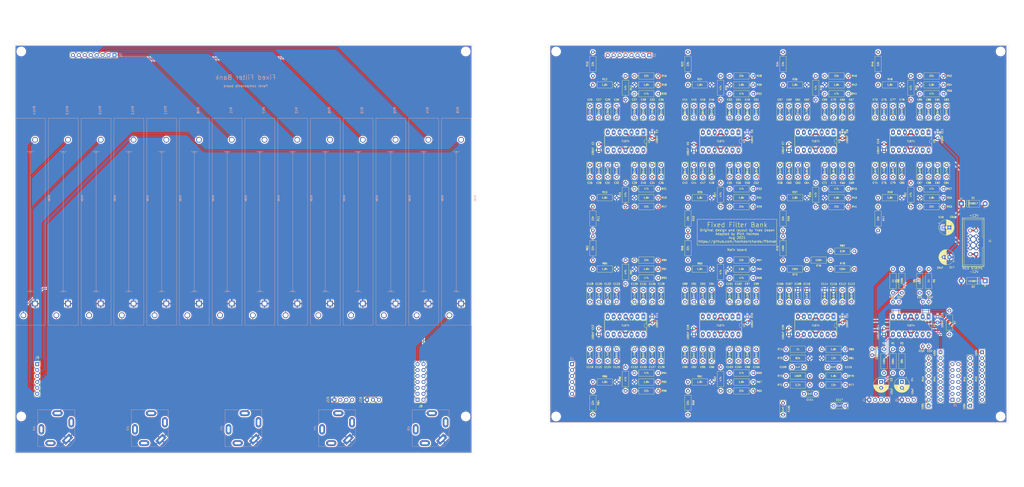
<source format=kicad_pcb>
(kicad_pcb (version 20171130) (host pcbnew 5.1.10-88a1d61d58~90~ubuntu20.04.1)
  (layers (0 F.Cu signal) (31 B.Cu signal) (34 B.Paste user) (35 F.Paste user) (36 B.SilkS user) (37 F.SilkS user) (38 B.Mask user) (39 F.Mask user) (44 Edge.Cuts user))
  (net 0 "")
  (net 1 GND)
  (net 2 +12V)
  (net 3 -12V)
  (net 4 /+12_IN)
  (net 5 /-12_IN)
  (net 6 "Net-(C9-Pad2)")
  (net 7 "/Band pass 1, 2/IN")
  (net 8 "Net-(C22-Pad1)")
  (net 9 "Net-(C23-Pad1)")
  (net 10 "Net-(C24-Pad1)")
  (net 11 "Net-(C25-Pad2)")
  (net 12 "Net-(C25-Pad1)")
  (net 13 "Net-(C26-Pad2)")
  (net 14 "Net-(C26-Pad1)")
  (net 15 "Net-(C29-Pad1)")
  (net 16 "Net-(C31-Pad1)")
  (net 17 "Net-(C33-Pad2)")
  (net 18 "Net-(C34-Pad2)")
  (net 19 "Net-(C37-Pad1)")
  (net 20 "Net-(C39-Pad1)")
  (net 21 "Net-(C41-Pad2)")
  (net 22 "Net-(C41-Pad1)")
  (net 23 "Net-(C42-Pad2)")
  (net 24 "Net-(C42-Pad1)")
  (net 25 "Net-(C45-Pad1)")
  (net 26 "Net-(C47-Pad1)")
  (net 27 "Net-(C49-Pad2)")
  (net 28 "Net-(C50-Pad2)")
  (net 29 "Net-(C53-Pad1)")
  (net 30 "Net-(C55-Pad1)")
  (net 31 "Net-(C57-Pad2)")
  (net 32 "Net-(C57-Pad1)")
  (net 33 "Net-(C58-Pad2)")
  (net 34 "Net-(C58-Pad1)")
  (net 35 "Net-(C61-Pad1)")
  (net 36 "Net-(C63-Pad1)")
  (net 37 "Net-(C65-Pad2)")
  (net 38 "Net-(C66-Pad2)")
  (net 39 "Net-(C69-Pad1)")
  (net 40 "Net-(C71-Pad1)")
  (net 41 "Net-(C73-Pad2)")
  (net 42 "Net-(C73-Pad1)")
  (net 43 "Net-(C74-Pad2)")
  (net 44 "Net-(C74-Pad1)")
  (net 45 "Net-(C77-Pad1)")
  (net 46 "Net-(C79-Pad1)")
  (net 47 "Net-(C81-Pad2)")
  (net 48 "Net-(C82-Pad2)")
  (net 49 "Net-(C85-Pad1)")
  (net 50 "Net-(C87-Pad1)")
  (net 51 "Net-(C89-Pad2)")
  (net 52 "Net-(C89-Pad1)")
  (net 53 "Net-(C90-Pad2)")
  (net 54 "Net-(C90-Pad1)")
  (net 55 "Net-(C93-Pad1)")
  (net 56 "Net-(C95-Pad1)")
  (net 57 "Net-(C101-Pad2)")
  (net 58 "Net-(C100-Pad2)")
  (net 59 "Net-(C101-Pad1)")
  (net 60 "Net-(C103-Pad1)")
  (net 61 "Net-(C105-Pad1)")
  (net 62 "Net-(C106-Pad2)")
  (net 63 "Net-(C106-Pad1)")
  (net 64 "Net-(C109-Pad1)")
  (net 65 "Net-(C111-Pad1)")
  (net 66 "Net-(C114-Pad1)")
  (net 67 "Net-(C119-Pad1)")
  (net 68 "Net-(C122-Pad1)")
  (net 69 "Net-(C124-Pad1)")
  (net 70 "Net-(C127-Pad2)")
  (net 71 "Net-(C130-Pad1)")
  (net 72 "Net-(C22-Pad2)")
  (net 73 "Net-(C23-Pad2)")
  (net 74 "Net-(C24-Pad2)")
  (net 75 "Net-(RN1-Pad9)")
  (net 76 HIGH_INPUT)
  (net 77 "Net-(C3-Pad1)")
  (net 78 LOW_INPUT)
  (net 79 "Net-(C4-Pad1)")
  (net 80 "Net-(C108-Pad1)")
  (net 81 "Net-(C111-Pad2)")
  (net 82 "Net-(C112-Pad2)")
  (net 83 "Net-(C112-Pad1)")
  (net 84 "Net-(C115-Pad1)")
  (net 85 "Net-(C117-Pad2)")
  (net 86 "Net-(C118-Pad2)")
  (net 87 "Net-(C118-Pad1)")
  (net 88 "Net-(C119-Pad2)")
  (net 89 "Net-(C126-Pad2)")
  (net 90 "Net-(C132-Pad1)")
  (net 91 EVEN)
  (net 92 ODD)
  (net 93 ALL)
  (net 94 EVEN_7)
  (net 95 ODD_7)
  (net 96 EVEN_6)
  (net 97 ODD_6)
  (net 98 EVEN_5)
  (net 99 ODD_5)
  (net 100 EVEN_4)
  (net 101 ODD_4)
  (net 102 EVEN_3)
  (net 103 ODD_3)
  (net 104 EVEN_2)
  (net 105 ODD_2)
  (net 106 EVEN_1)
  (net 107 ODD_1)
  (net 108 P2_H)
  (net 109 P2_L)
  (net 110 P2_12)
  (net 111 P2_11)
  (net 112 P2_10)
  (net 113 P2_9)
  (net 114 P2_8)
  (net 115 P2_7)
  (net 116 P2_6)
  (net 117 P2_5)
  (net 118 P2_4)
  (net 119 P2_3)
  (net 120 P2_2)
  (net 121 P2_1)
  (net 122 GND1)
  (net 123 HIGH_INPUT_P)
  (net 124 LOW_INPUT_P)
  (net 125 ALL_P)
  (net 126 ODD_P)
  (net 127 EVEN_P)
  (net 128 "Net-(R71-Pad1)")
  (net 129 "Net-(R74-Pad2)")
  (net 130 "Net-(R77-Pad1)")
  (net 131 "Net-(R80-Pad2)")
  (net 132 "Net-(RN3-Pad2)")
  (net 133 "Net-(RN4-Pad2)")
  (net 134 BP1P)
  (net 135 BP2P)
  (net 136 BP3P)
  (net 137 BP4P)
  (net 138 BP5P)
  (net 139 BP6P)
  (net 140 BP7P)
  (net 141 BP8P)
  (net 142 BP11P)
  (net 143 BP12P)
  (net 144 HPP)
  (net 145 BP9P)
  (net 146 BP10P)
  (net 147 LPP)
  (net 148 "/Panel components/BP7PP")
  (net 149 "/Panel components/BP5PP")
  (net 150 "/Panel components/BP3PP")
  (net 151 "/Panel components/BP1PP")
  (net 152 "/Panel components/BP2PP")
  (net 153 "/Panel components/BP4PP")
  (net 154 "/Panel components/BP6PP")
  (net 155 "/Panel components/BP8PP")
  (net 156 "/Panel components/LPP")
  (net 157 "/Panel components/BP11PP")
  (net 158 "/Panel components/BP9PP")
  (net 159 "/Panel components/BP10PP")
  (net 160 "/Panel components/BP12P")
  (net 161 "/Panel components/HPPP")
  (module ao_tht:C_Rect_L7.2mm_W2.5mm_P5.00mm_FKS2_FKP2_MKS2_MKP2 (layer F.Cu) (at 178.2 83.54 270)
    (fp_text reference C80 (at 7.62 0 180) (layer F.SilkS) (effects (font (size 0.75 0.75))))
    (fp_text value 4.7nF)
    (fp_text user %V (at 2.54 0 90) (layer F.SilkS) (effects (font (size 0.75 0.75))))
    (pad 2 thru_hole circle (at 5 0 270) (size 1.6 1.6) (drill 0.8) (layers *.Cu *.Mask) (net 43 "Net-(C74-Pad2)"))
    (pad 1 thru_hole circle (at 0 0 270) (size 1.6 1.6) (drill 0.8) (layers *.Cu *.Mask) (net 46 "Net-(C79-Pad1)"))
  )
  (module ao_tht:C_Disc_D3.0mm_W1.6mm_P2.50mm (layer F.Cu) (at 170.58 74.65 270)
    (fp_text reference C10 (at -1.27 2.54 90) (layer F.SilkS) (effects (font (size 0.75 0.75))))
    (fp_text value 100nF)
    (fp_text user %V (at 2.54 2.54 90) (layer F.SilkS) (effects (font (size 0.75 0.75))))
    (pad 2 thru_hole circle (at 2.5 0 270) (size 1.6 1.6) (drill 0.8) (layers *.Cu *.Mask) (net 1 GND))
    (pad 1 thru_hole circle (at 0 0 270) (size 1.6 1.6) (drill 0.8) (layers *.Cu *.Mask) (net 2 +12V))
  )
  (module ao_tht:C_Rect_L7.2mm_W2.5mm_P5.00mm_FKS2_FKP2_MKS2_MKP2 (layer F.Cu) (at 56.28 63.22 90)
    (fp_text reference C30 (at 7.62 0 180) (layer F.SilkS) (effects (font (size 0.75 0.75))))
    (fp_text value 22nF)
    (fp_text user %V (at 2.54 0 90) (layer F.SilkS) (effects (font (size 0.75 0.75))))
    (pad 2 thru_hole circle (at 5 0 90) (size 1.6 1.6) (drill 0.8) (layers *.Cu *.Mask) (net 11 "Net-(C25-Pad2)"))
    (pad 1 thru_hole circle (at 0 0 90) (size 1.6 1.6) (drill 0.8) (layers *.Cu *.Mask) (net 15 "Net-(C29-Pad1)"))
  )
  (module ao_tht:R_Axial_DIN0207_L6.3mm_D2.5mm_P10.16mm_Horizontal (layer F.Cu) (at 114.7 124.18 180)
    (fp_text reference R64 (at -2.54 0) (layer F.SilkS) (effects (font (size 0.75 0.75))))
    (fp_text value 22k)
    (fp_text user %V (at 5.08 0) (layer F.SilkS) (effects (font (size 0.75 0.75))))
    (pad 1 thru_hole circle (at 0 0 180) (size 1.6 1.6) (drill 0.8) (layers *.Cu *.Mask) (net 57 "Net-(C101-Pad2)"))
    (pad 2 thru_hole oval (at 10.16 0 180) (size 1.6 1.6) (drill 0.8) (layers *.Cu *.Mask) (net 52 "Net-(C89-Pad1)"))
  )
  (module ao_tht:R_Axial_DIN0207_L6.3mm_D2.5mm_P10.16mm_Horizontal (layer F.Cu) (at 86.76 176.25)
    (fp_text reference R61 (at 5.08 -2.37) (layer F.SilkS) (effects (font (size 0.75 0.75))))
    (fp_text value 1.8k)
    (fp_text user %V (at 5.08 0) (layer F.SilkS) (effects (font (size 0.75 0.75))))
    (pad 1 thru_hole circle (at 0 0) (size 1.6 1.6) (drill 0.8) (layers *.Cu *.Mask) (net 53 "Net-(C90-Pad2)"))
    (pad 2 thru_hole oval (at 10.16 0) (size 1.6 1.6) (drill 0.8) (layers *.Cu *.Mask) (net 1 GND))
  )
  (module ysFFB:C_DNF_Rect_L7.2mm_W2.5mm_P5.00mm_FKS2_FKP2_MKS2_MKP2 (layer F.Cu) (at 178.2 63.22 90)
    (fp_text reference C78 (at 7.62 0 180) (layer F.SilkS) (effects (font (size 0.75 0.75))))
    (fp_text value DNF)
    (fp_text user %V (at 2.54 0 90) (layer F.SilkS) (effects (font (size 0.75 0.75))))
    (pad 2 thru_hole circle (at 5 0 90) (size 1.6 1.6) (drill 0.8) (layers *.Cu *.Mask) (net 41 "Net-(C73-Pad2)"))
    (pad 1 thru_hole circle (at 0 0 90) (size 1.6 1.6) (drill 0.8) (layers *.Cu *.Mask) (net 45 "Net-(C77-Pad1)"))
  )
  (module ysFFB:C_DNF_Rect_L7.2mm_W2.5mm_P5.00mm_FKS2_FKP2_MKS2_MKP2 (layer F.Cu) (at 108.35 63.22 90)
    (fp_text reference C54 (at 7.62 0 180) (layer F.SilkS) (effects (font (size 0.75 0.75))))
    (fp_text value DNF)
    (fp_text user %V (at 2.54 0 90) (layer F.SilkS) (effects (font (size 0.75 0.75))))
    (pad 2 thru_hole circle (at 5 0 90) (size 1.6 1.6) (drill 0.8) (layers *.Cu *.Mask) (net 27 "Net-(C49-Pad2)"))
    (pad 1 thru_hole circle (at 0 0 90) (size 1.6 1.6) (drill 0.8) (layers *.Cu *.Mask) (net 29 "Net-(C53-Pad1)"))
  )
  (module ysFFB:C_DNF_Rect_L7.2mm_W2.5mm_P5.00mm_FKS2_FKP2_MKS2_MKP2 (layer F.Cu) (at 197.25 63.22 90)
    (fp_text reference C83 (at 7.62 0 180) (layer F.SilkS) (effects (font (size 0.75 0.75))))
    (fp_text value DNF)
    (fp_text user %V (at 2.54 0 90) (layer F.SilkS) (effects (font (size 0.75 0.75))))
    (pad 2 thru_hole circle (at 5 0 90) (size 1.6 1.6) (drill 0.8) (layers *.Cu *.Mask) (net 47 "Net-(C81-Pad2)"))
    (pad 1 thru_hole circle (at 0 0 90) (size 1.6 1.6) (drill 0.8) (layers *.Cu *.Mask) (net 140 BP7P))
  )
  (module ao_tht:C_Disc_D3.0mm_W1.6mm_P2.50mm (layer F.Cu) (at 189.63 161.01 180)
    (fp_text reference C22 (at -0.5 -2) (layer F.SilkS) (effects (font (size 0.75 0.75))))
    (fp_text value 22pF)
    (fp_text user %V (at 3 -2) (layer F.SilkS) (effects (font (size 0.75 0.75))))
    (pad 2 thru_hole circle (at 2.5 0 180) (size 1.6 1.6) (drill 0.8) (layers *.Cu *.Mask) (net 72 "Net-(C22-Pad2)"))
    (pad 1 thru_hole circle (at 0 0 180) (size 1.6 1.6) (drill 0.8) (layers *.Cu *.Mask) (net 8 "Net-(C22-Pad1)"))
  )
  (module ao_tht:C_Rect_L7.2mm_W2.5mm_P5.00mm_FKS2_FKP2_MKS2_MKP2 (layer F.Cu) (at 112.16 83.54 270)
    (fp_text reference C50 (at 7.62 0 180) (layer F.SilkS) (effects (font (size 0.75 0.75))))
    (fp_text value 39nF)
    (fp_text user %V (at 2.54 0 90) (layer F.SilkS) (effects (font (size 0.75 0.75))))
    (pad 2 thru_hole circle (at 5 0 270) (size 1.6 1.6) (drill 0.8) (layers *.Cu *.Mask) (net 28 "Net-(C50-Pad2)"))
    (pad 1 thru_hole circle (at 0 0 270) (size 1.6 1.6) (drill 0.8) (layers *.Cu *.Mask) (net 137 BP4P))
  )
  (module ao_tht:C_Rect_L7.2mm_W2.5mm_P5.00mm_FKS2_FKP2_MKS2_MKP2 (layer F.Cu) (at 133.75 83.54 270)
    (fp_text reference C63 (at 7.62 0 180) (layer F.SilkS) (effects (font (size 0.75 0.75))))
    (fp_text value 15nF)
    (fp_text user %V (at 2.54 0 90) (layer F.SilkS) (effects (font (size 0.75 0.75))))
    (pad 2 thru_hole circle (at 5 0 270) (size 1.6 1.6) (drill 0.8) (layers *.Cu *.Mask) (net 33 "Net-(C58-Pad2)"))
    (pad 1 thru_hole circle (at 0 0 270) (size 1.6 1.6) (drill 0.8) (layers *.Cu *.Mask) (net 36 "Net-(C63-Pad1)"))
  )
  (module ao_tht:R_Axial_DIN0207_L6.3mm_D2.5mm_P10.16mm_Horizontal (layer F.Cu) (at 114.7 127.99 180)
    (fp_text reference R66 (at -2.54 0) (layer F.SilkS) (effects (font (size 0.75 0.75))))
    (fp_text value 1.8k)
    (fp_text user %V (at 5.08 0) (layer F.SilkS) (effects (font (size 0.75 0.75))))
    (pad 1 thru_hole circle (at 0 0 180) (size 1.6 1.6) (drill 0.8) (layers *.Cu *.Mask) (net 57 "Net-(C101-Pad2)"))
    (pad 2 thru_hole oval (at 10.16 0 180) (size 1.6 1.6) (drill 0.8) (layers *.Cu *.Mask) (net 1 GND))
  )
  (module ao_tht:C_Rect_L7.2mm_W2.5mm_P5.00mm_FKS2_FKP2_MKS2_MKP2 (layer F.Cu) (at 89.3 83.54 270)
    (fp_text reference C44 (at 7.62 0 180) (layer F.SilkS) (effects (font (size 0.75 0.75))))
    (fp_text value 6.8nF)
    (fp_text user %V (at 2.54 0 90) (layer F.SilkS) (effects (font (size 0.75 0.75))))
    (pad 2 thru_hole circle (at 5 0 270) (size 1.6 1.6) (drill 0.8) (layers *.Cu *.Mask) (net 23 "Net-(C42-Pad2)"))
    (pad 1 thru_hole circle (at 0 0 270) (size 1.6 1.6) (drill 0.8) (layers *.Cu *.Mask) (net 24 "Net-(C42-Pad1)"))
  )
  (module ao_tht:R_Axial_DIN0207_L6.3mm_D2.5mm_P10.16mm_Horizontal (layer F.Cu) (at 147.72 127.99)
    (fp_text reference R78 (at 5.08 -2.37) (layer F.SilkS) (effects (font (size 0.75 0.75))))
    (fp_text value 150k)
    (fp_text user %V (at 5.08 0) (layer F.SilkS) (effects (font (size 0.75 0.75))))
    (pad 1 thru_hole circle (at 0 0) (size 1.6 1.6) (drill 0.8) (layers *.Cu *.Mask) (net 66 "Net-(C114-Pad1)"))
    (pad 2 thru_hole oval (at 10.16 0) (size 1.6 1.6) (drill 0.8) (layers *.Cu *.Mask) (net 82 "Net-(C112-Pad2)"))
  )
  (module ysFFB:C_DNF_Rect_L7.2mm_W2.5mm_P5.00mm_FKS2_FKP2_MKS2_MKP2 (layer F.Cu) (at 189.63 63.22 90)
    (fp_text reference C86 (at 7.62 0 180) (layer F.SilkS) (effects (font (size 0.75 0.75))))
    (fp_text value DNF)
    (fp_text user %V (at 2.54 0 90) (layer F.SilkS) (effects (font (size 0.75 0.75))))
    (pad 2 thru_hole circle (at 5 0 90) (size 1.6 1.6) (drill 0.8) (layers *.Cu *.Mask) (net 47 "Net-(C81-Pad2)"))
    (pad 1 thru_hole circle (at 0 0 90) (size 1.6 1.6) (drill 0.8) (layers *.Cu *.Mask) (net 49 "Net-(C85-Pad1)"))
  )
  (module ysFFB:C_DNF_Rect_L7.2mm_W2.5mm_P5.00mm_FKS2_FKP2_MKS2_MKP2 (layer F.Cu) (at 89.3 141.96 90)
    (fp_text reference C91 (at 7.62 0 180) (layer F.SilkS) (effects (font (size 0.75 0.75))))
    (fp_text value DNF)
    (fp_text user %V (at 2.54 0 90) (layer F.SilkS) (effects (font (size 0.75 0.75))))
    (pad 2 thru_hole circle (at 5 0 90) (size 1.6 1.6) (drill 0.8) (layers *.Cu *.Mask) (net 51 "Net-(C89-Pad2)"))
    (pad 1 thru_hole circle (at 0 0 90) (size 1.6 1.6) (drill 0.8) (layers *.Cu *.Mask) (net 52 "Net-(C89-Pad1)"))
  )
  (module ao_tht:C_Rect_L7.2mm_W2.5mm_P5.00mm_FKS2_FKP2_MKS2_MKP2 (layer F.Cu) (at 112.16 141.96 90)
    (fp_text reference C97 (at 7.62 0 180) (layer F.SilkS) (effects (font (size 0.75 0.75))))
    (fp_text value 3.3nF)
    (fp_text user %V (at 2.54 0 90) (layer F.SilkS) (effects (font (size 0.75 0.75))))
    (pad 2 thru_hole circle (at 5 0 90) (size 1.6 1.6) (drill 0.8) (layers *.Cu *.Mask) (net 57 "Net-(C101-Pad2)"))
    (pad 1 thru_hole circle (at 0 0 90) (size 1.6 1.6) (drill 0.8) (layers *.Cu *.Mask) (net 142 BP11P))
  )
  (module ao_tht:C_Rect_L7.2mm_W2.5mm_P5.00mm_FKS2_FKP2_MKS2_MKP2 (layer F.Cu) (at 63.9 141.96 90)
    (fp_text reference C130 (at 7.62 0 180) (layer F.SilkS) (effects (font (size 0.75 0.75))))
    (fp_text value 4.7nF)
    (fp_text user %V (at 2.54 0 90) (layer F.SilkS) (effects (font (size 0.75 0.75))))
    (pad 2 thru_hole circle (at 5 0 90) (size 1.6 1.6) (drill 0.8) (layers *.Cu *.Mask) (net 89 "Net-(C126-Pad2)"))
    (pad 1 thru_hole circle (at 0 0 90) (size 1.6 1.6) (drill 0.8) (layers *.Cu *.Mask) (net 71 "Net-(C130-Pad1)"))
  )
  (module ao_tht:R_Axial_DIN0207_L6.3mm_D2.5mm_P10.16mm_Horizontal (layer F.Cu) (at 154.07 173.71 180)
    (fp_text reference R79 (at -2.54 0) (layer F.SilkS) (effects (font (size 0.75 0.75))))
    (fp_text value 1.8k)
    (fp_text user %V (at 5.08 0) (layer F.SilkS) (effects (font (size 0.75 0.75))))
    (pad 1 thru_hole circle (at 0 0 180) (size 1.6 1.6) (drill 0.8) (layers *.Cu *.Mask) (net 85 "Net-(C117-Pad2)"))
    (pad 2 thru_hole oval (at 10.16 0 180) (size 1.6 1.6) (drill 0.8) (layers *.Cu *.Mask) (net 130 "Net-(R77-Pad1)"))
  )
  (module ao_tht:Power_Header (layer F.Cu) (at 209.95 121.64 180)
    (fp_text reference J1 (at -5.85 5.67) (layer F.SilkS) (effects (font (size 0.75 0.75))))
    (fp_text value Synth_power_2x5)
    (fp_text user "RED STRIPE" (at 1.5 -6) (layer F.SilkS))
    (fp_text user -12V (at 1 -7.5) (layer F.SilkS))
    (fp_text user +12V (at 1 16.5) (layer F.SilkS))
    (pad 10 thru_hole oval (at 2.54 10.16 180) (size 1.7272 1.7272) (drill 1.016) (layers *.Cu *.Mask) (net 4 /+12_IN))
    (pad 9 thru_hole oval (at 0 10.16 180) (size 1.7272 1.7272) (drill 1.016) (layers *.Cu *.Mask) (net 4 /+12_IN))
    (pad 8 thru_hole oval (at 2.54 7.62 180) (size 1.7272 1.7272) (drill 1.016) (layers *.Cu *.Mask) (net 1 GND))
    (pad 7 thru_hole oval (at 0 7.62 180) (size 1.7272 1.7272) (drill 1.016) (layers *.Cu *.Mask) (net 1 GND))
    (pad 6 thru_hole oval (at 2.54 5.08 180) (size 1.7272 1.7272) (drill 1.016) (layers *.Cu *.Mask) (net 1 GND))
    (pad 5 thru_hole oval (at 0 5.08 180) (size 1.7272 1.7272) (drill 1.016) (layers *.Cu *.Mask) (net 1 GND))
    (pad 4 thru_hole oval (at 2.54 2.54 180) (size 1.7272 1.7272) (drill 1.016) (layers *.Cu *.Mask) (net 1 GND))
    (pad 3 thru_hole oval (at 0 2.54 180) (size 1.7272 1.7272) (drill 1.016) (layers *.Cu *.Mask) (net 1 GND))
    (pad 2 thru_hole oval (at 2.54 0 180) (size 1.7272 1.7272) (drill 1.016) (layers *.Cu *.Mask) (net 5 /-12_IN))
    (pad 1 thru_hole rect (at 0 0 180) (size 1.7272 1.7272) (drill 1.016) (layers *.Cu *.Mask) (net 5 /-12_IN))
  )
  (module ao_tht:DIP-14_W7.62mm_Socket_LongPads (layer F.Cu) (at 67.71 69.57 270)
    (fp_text reference U1 (at 3.81 -2.33 90) (layer F.SilkS) (effects (font (size 0.75 0.75))))
    (fp_text value TL074)
    (fp_text user %V (at 3.81 7.62) (layer F.SilkS) (effects (font (size 0.75 0.75))))
    (pad 14 thru_hole oval (at 7.62 0 270) (size 2.4 1.6) (drill 0.8) (layers *.Cu *.Mask) (net 135 BP2P))
    (pad 7 thru_hole oval (at 0 15.24 270) (size 2.4 1.6) (drill 0.8) (layers *.Cu *.Mask) (net 12 "Net-(C25-Pad1)"))
    (pad 13 thru_hole oval (at 7.62 2.54 270) (size 2.4 1.6) (drill 0.8) (layers *.Cu *.Mask) (net 20 "Net-(C39-Pad1)"))
    (pad 6 thru_hole oval (at 0 12.7 270) (size 2.4 1.6) (drill 0.8) (layers *.Cu *.Mask) (net 15 "Net-(C29-Pad1)"))
    (pad 12 thru_hole oval (at 7.62 5.08 270) (size 2.4 1.6) (drill 0.8) (layers *.Cu *.Mask) (net 1 GND))
    (pad 5 thru_hole oval (at 0 10.16 270) (size 2.4 1.6) (drill 0.8) (layers *.Cu *.Mask) (net 1 GND))
    (pad 11 thru_hole oval (at 7.62 7.62 270) (size 2.4 1.6) (drill 0.8) (layers *.Cu *.Mask) (net 2 +12V))
    (pad 4 thru_hole oval (at 0 7.62 270) (size 2.4 1.6) (drill 0.8) (layers *.Cu *.Mask) (net 3 -12V))
    (pad 10 thru_hole oval (at 7.62 10.16 270) (size 2.4 1.6) (drill 0.8) (layers *.Cu *.Mask) (net 1 GND))
    (pad 3 thru_hole oval (at 0 5.08 270) (size 2.4 1.6) (drill 0.8) (layers *.Cu *.Mask) (net 1 GND))
    (pad 9 thru_hole oval (at 7.62 12.7 270) (size 2.4 1.6) (drill 0.8) (layers *.Cu *.Mask) (net 16 "Net-(C31-Pad1)"))
    (pad 2 thru_hole oval (at 0 2.54 270) (size 2.4 1.6) (drill 0.8) (layers *.Cu *.Mask) (net 19 "Net-(C37-Pad1)"))
    (pad 8 thru_hole oval (at 7.62 15.24 270) (size 2.4 1.6) (drill 0.8) (layers *.Cu *.Mask) (net 14 "Net-(C26-Pad1)"))
    (pad 1 thru_hole rect (at 0 0 270) (size 2.4 1.6) (drill 0.8) (layers *.Cu *.Mask) (net 134 BP1P))
  )
  (module ao_tht:R_Axial_DIN0207_L6.3mm_D2.5mm_P10.16mm_Horizontal (layer F.Cu) (at 168.04 97.51)
    (fp_text reference R49 (at 5.08 -2.37) (layer F.SilkS) (effects (font (size 0.75 0.75))))
    (fp_text value 1.8k)
    (fp_text user %V (at 5.08 0) (layer F.SilkS) (effects (font (size 0.75 0.75))))
    (pad 1 thru_hole circle (at 0 0) (size 1.6 1.6) (drill 0.8) (layers *.Cu *.Mask) (net 43 "Net-(C74-Pad2)"))
    (pad 2 thru_hole oval (at 10.16 0) (size 1.6 1.6) (drill 0.8) (layers *.Cu *.Mask) (net 1 GND))
  )
  (module ao_tht:DIP-14_W7.62mm_Socket_LongPads (layer F.Cu) (at 67.71 148.31 270)
    (fp_text reference U6 (at 3.81 -2.33 90) (layer F.SilkS) (effects (font (size 0.75 0.75))))
    (fp_text value TL074)
    (fp_text user %V (at 3.81 7.62) (layer F.SilkS) (effects (font (size 0.75 0.75))))
    (pad 14 thru_hole oval (at 7.62 0 270) (size 2.4 1.6) (drill 0.8) (layers *.Cu *.Mask) (net 146 BP10P))
    (pad 7 thru_hole oval (at 0 15.24 270) (size 2.4 1.6) (drill 0.8) (layers *.Cu *.Mask) (net 87 "Net-(C118-Pad1)"))
    (pad 13 thru_hole oval (at 7.62 2.54 270) (size 2.4 1.6) (drill 0.8) (layers *.Cu *.Mask) (net 90 "Net-(C132-Pad1)"))
    (pad 6 thru_hole oval (at 0 12.7 270) (size 2.4 1.6) (drill 0.8) (layers *.Cu *.Mask) (net 68 "Net-(C122-Pad1)"))
    (pad 12 thru_hole oval (at 7.62 5.08 270) (size 2.4 1.6) (drill 0.8) (layers *.Cu *.Mask) (net 1 GND))
    (pad 5 thru_hole oval (at 0 10.16 270) (size 2.4 1.6) (drill 0.8) (layers *.Cu *.Mask) (net 1 GND))
    (pad 11 thru_hole oval (at 7.62 7.62 270) (size 2.4 1.6) (drill 0.8) (layers *.Cu *.Mask) (net 2 +12V))
    (pad 4 thru_hole oval (at 0 7.62 270) (size 2.4 1.6) (drill 0.8) (layers *.Cu *.Mask) (net 3 -12V))
    (pad 10 thru_hole oval (at 7.62 10.16 270) (size 2.4 1.6) (drill 0.8) (layers *.Cu *.Mask) (net 1 GND))
    (pad 3 thru_hole oval (at 0 5.08 270) (size 2.4 1.6) (drill 0.8) (layers *.Cu *.Mask) (net 1 GND))
    (pad 9 thru_hole oval (at 7.62 12.7 270) (size 2.4 1.6) (drill 0.8) (layers *.Cu *.Mask) (net 69 "Net-(C124-Pad1)"))
    (pad 2 thru_hole oval (at 0 2.54 270) (size 2.4 1.6) (drill 0.8) (layers *.Cu *.Mask) (net 71 "Net-(C130-Pad1)"))
    (pad 8 thru_hole oval (at 7.62 15.24 270) (size 2.4 1.6) (drill 0.8) (layers *.Cu *.Mask) (net 67 "Net-(C119-Pad1)"))
    (pad 1 thru_hole rect (at 0 0 270) (size 2.4 1.6) (drill 0.8) (layers *.Cu *.Mask) (net 145 BP9P))
  )
  (module ao_tht:R_Axial_DIN0207_L6.3mm_D2.5mm_P10.16mm_Horizontal (layer F.Cu) (at 127.4 97.51)
    (fp_text reference R37 (at 5.08 -2.37) (layer F.SilkS) (effects (font (size 0.75 0.75))))
    (fp_text value 1.8k)
    (fp_text user %V (at 5.08 0) (layer F.SilkS) (effects (font (size 0.75 0.75))))
    (pad 1 thru_hole circle (at 0 0) (size 1.6 1.6) (drill 0.8) (layers *.Cu *.Mask) (net 33 "Net-(C58-Pad2)"))
    (pad 2 thru_hole oval (at 10.16 0) (size 1.6 1.6) (drill 0.8) (layers *.Cu *.Mask) (net 1 GND))
  )
  (module ao_tht:C_Rect_L7.2mm_W2.5mm_P5.00mm_FKS2_FKP2_MKS2_MKP2 (layer F.Cu) (at 85.49 141.96 90)
    (fp_text reference C89 (at 7.62 0 180) (layer F.SilkS) (effects (font (size 0.75 0.75))))
    (fp_text value 3.3nF)
    (fp_text user %V (at 2.54 0 90) (layer F.SilkS) (effects (font (size 0.75 0.75))))
    (pad 2 thru_hole circle (at 5 0 90) (size 1.6 1.6) (drill 0.8) (layers *.Cu *.Mask) (net 51 "Net-(C89-Pad2)"))
    (pad 1 thru_hole circle (at 0 0 90) (size 1.6 1.6) (drill 0.8) (layers *.Cu *.Mask) (net 52 "Net-(C89-Pad1)"))
  )
  (module Connector_PinHeader_2.54mm:PinHeader_1x08_P2.54mm_Vertical (layer B.Cu) (at 70.25 36.55 90)
    (fp_text reference J2 (at 0 2.33 90) (layer B.SilkS) (effects (justify mirror)))
    (fp_text value Conn_01x08)
    (pad 8 thru_hole oval (at 0 -17.78 90) (size 1.7 1.7) (drill 1) (layers *.Cu *.Mask) (net 141 BP8P))
    (pad 7 thru_hole oval (at 0 -15.24 90) (size 1.7 1.7) (drill 1) (layers *.Cu *.Mask) (net 139 BP6P))
    (pad 6 thru_hole oval (at 0 -12.7 90) (size 1.7 1.7) (drill 1) (layers *.Cu *.Mask) (net 137 BP4P))
    (pad 5 thru_hole oval (at 0 -10.16 90) (size 1.7 1.7) (drill 1) (layers *.Cu *.Mask) (net 135 BP2P))
    (pad 4 thru_hole oval (at 0 -7.62 90) (size 1.7 1.7) (drill 1) (layers *.Cu *.Mask) (net 134 BP1P))
    (pad 3 thru_hole oval (at 0 -5.08 90) (size 1.7 1.7) (drill 1) (layers *.Cu *.Mask) (net 136 BP3P))
    (pad 2 thru_hole oval (at 0 -2.54 90) (size 1.7 1.7) (drill 1) (layers *.Cu *.Mask) (net 138 BP5P))
    (pad 1 thru_hole rect (at 0 0 90) (size 1.7 1.7) (drill 1) (layers *.Cu *.Mask) (net 140 BP7P))
  )
  (module Resistor_THT:R_Array_SIP9 (layer F.Cu) (at 189.63 186.41 90)
    (fp_text reference RN2 (at 11.43 -2.4 90) (layer F.SilkS) (effects (font (size 0.75 0.75))))
    (fp_text value 100k)
    (fp_text user %V (at -0.254 -2.54 90) (layer F.SilkS) (effects (font (size 0.75 0.75))))
    (pad 9 thru_hole oval (at 20.32 0 90) (size 1.6 1.6) (drill 0.8) (layers *.Cu *.Mask) (net 8 "Net-(C22-Pad1)"))
    (pad 8 thru_hole oval (at 17.78 0 90) (size 1.6 1.6) (drill 0.8) (layers *.Cu *.Mask) (net 94 EVEN_7))
    (pad 7 thru_hole oval (at 15.24 0 90) (size 1.6 1.6) (drill 0.8) (layers *.Cu *.Mask) (net 96 EVEN_6))
    (pad 6 thru_hole oval (at 12.7 0 90) (size 1.6 1.6) (drill 0.8) (layers *.Cu *.Mask) (net 98 EVEN_5))
    (pad 5 thru_hole oval (at 10.16 0 90) (size 1.6 1.6) (drill 0.8) (layers *.Cu *.Mask) (net 100 EVEN_4))
    (pad 4 thru_hole oval (at 7.62 0 90) (size 1.6 1.6) (drill 0.8) (layers *.Cu *.Mask) (net 102 EVEN_3))
    (pad 3 thru_hole oval (at 5.08 0 90) (size 1.6 1.6) (drill 0.8) (layers *.Cu *.Mask) (net 104 EVEN_2))
    (pad 2 thru_hole oval (at 2.54 0 90) (size 1.6 1.6) (drill 0.8) (layers *.Cu *.Mask) (net 106 EVEN_1))
    (pad 1 thru_hole rect (at 0 0 90) (size 1.6 1.6) (drill 0.8) (layers *.Cu *.Mask) (net 72 "Net-(C22-Pad2)"))
  )
  (module ao_tht:C_Disc_D3.0mm_W1.6mm_P2.50mm (layer F.Cu) (at 71.52 69.57 270)
    (fp_text reference C2 (at -0.5 -2 90) (layer F.SilkS) (effects (font (size 0.75 0.75))))
    (fp_text value 100nF)
    (fp_text user %V (at 3 -2 90) (layer F.SilkS) (effects (font (size 0.75 0.75))))
    (pad 2 thru_hole circle (at 2.5 0 270) (size 1.6 1.6) (drill 0.8) (layers *.Cu *.Mask) (net 3 -12V))
    (pad 1 thru_hole circle (at 0 0 270) (size 1.6 1.6) (drill 0.8) (layers *.Cu *.Mask) (net 1 GND))
  )
  (module ao_tht:C_Rect_L7.2mm_W2.5mm_P5.00mm_FKS2_FKP2_MKS2_MKP2 (layer F.Cu) (at 44.85 141.96 90)
    (fp_text reference C118 (at 7.62 0 180) (layer F.SilkS) (effects (font (size 0.75 0.75))))
    (fp_text value 4.7nF)
    (fp_text user %V (at 2.54 0 90) (layer F.SilkS) (effects (font (size 0.75 0.75))))
    (pad 2 thru_hole circle (at 5 0 90) (size 1.6 1.6) (drill 0.8) (layers *.Cu *.Mask) (net 86 "Net-(C118-Pad2)"))
    (pad 1 thru_hole circle (at 0 0 90) (size 1.6 1.6) (drill 0.8) (layers *.Cu *.Mask) (net 87 "Net-(C118-Pad1)"))
  )
  (module ao_tht:C_Rect_L7.2mm_W2.5mm_P5.00mm_FKS2_FKP2_MKS2_MKP2 (layer F.Cu) (at 48.66 141.96 90)
    (fp_text reference C120 (at 7.62 0 180) (layer F.SilkS) (effects (font (size 0.75 0.75))))
    (fp_text value 2.2nF)
    (fp_text user %V (at 2.54 0 90) (layer F.SilkS) (effects (font (size 0.75 0.75))))
    (pad 2 thru_hole circle (at 5 0 90) (size 1.6 1.6) (drill 0.8) (layers *.Cu *.Mask) (net 86 "Net-(C118-Pad2)"))
    (pad 1 thru_hole circle (at 0 0 90) (size 1.6 1.6) (drill 0.8) (layers *.Cu *.Mask) (net 87 "Net-(C118-Pad1)"))
  )
  (module ao_tht:R_Axial_DIN0207_L6.3mm_D2.5mm_P10.16mm_Horizontal (layer F.Cu) (at 86.76 101.32 270)
    (fp_text reference R23 (at 5.08 -2.37 90) (layer F.SilkS) (effects (font (size 0.75 0.75))))
    (fp_text value 22k)
    (fp_text user %V (at 5.08 0 90) (layer F.SilkS) (effects (font (size 0.75 0.75))))
    (pad 1 thru_hole circle (at 0 0 270) (size 1.6 1.6) (drill 0.8) (layers *.Cu *.Mask) (net 23 "Net-(C42-Pad2)"))
    (pad 2 thru_hole oval (at 10.16 0 270) (size 1.6 1.6) (drill 0.8) (layers *.Cu *.Mask) (net 7 "/Band pass 1, 2/IN"))
  )
  (module ao_tht:C_Rect_L7.2mm_W2.5mm_P5.00mm_FKS2_FKP2_MKS2_MKP2 (layer F.Cu) (at 156.61 83.54 270)
    (fp_text reference C68 (at 7.62 0 180) (layer F.SilkS) (effects (font (size 0.75 0.75))))
    (fp_text value 6.8nF)
    (fp_text user %V (at 2.54 0 90) (layer F.SilkS) (effects (font (size 0.75 0.75))))
    (pad 2 thru_hole circle (at 5 0 270) (size 1.6 1.6) (drill 0.8) (layers *.Cu *.Mask) (net 38 "Net-(C66-Pad2)"))
    (pad 1 thru_hole circle (at 0 0 270) (size 1.6 1.6) (drill 0.8) (layers *.Cu *.Mask) (net 139 BP6P))
  )
  (module ao_tht:CP_Radial_D6.3mm_P2.50mm (layer F.Cu) (at 198.52 122.91 180)
    (fp_text reference C17 (at -1 -4.4) (layer F.SilkS) (effects (font (size 0.75 0.75))))
    (fp_text value 10uF)
    (fp_text user %V (at 4 -4.5) (layer F.SilkS) (effects (font (size 0.75 0.75))))
    (pad 2 thru_hole circle (at 2.5 0 180) (size 1.6 1.6) (drill 0.8) (layers *.Cu *.Mask) (net 3 -12V))
    (pad 1 thru_hole rect (at 0 0 180) (size 1.6 1.6) (drill 0.8) (layers *.Cu *.Mask) (net 1 GND))
  )
  (module ao_tht:R_Axial_DIN0207_L6.3mm_D2.5mm_P10.16mm_Horizontal (layer F.Cu) (at 195.98 97.51 180)
    (fp_text reference R55 (at -2.54 0) (layer F.SilkS) (effects (font (size 0.75 0.75))))
    (fp_text value 1.8k)
    (fp_text user %V (at 5.08 0) (layer F.SilkS) (effects (font (size 0.75 0.75))))
    (pad 1 thru_hole circle (at 0 0 180) (size 1.6 1.6) (drill 0.8) (layers *.Cu *.Mask) (net 48 "Net-(C82-Pad2)"))
    (pad 2 thru_hole oval (at 10.16 0 180) (size 1.6 1.6) (drill 0.8) (layers *.Cu *.Mask) (net 1 GND))
  )
  (module ao_tht:C_Rect_L7.2mm_W2.5mm_P5.00mm_FKS2_FKP2_MKS2_MKP2 (layer F.Cu) (at 96.92 83.54 270)
    (fp_text reference C48 (at 7.62 0 180) (layer F.SilkS) (effects (font (size 0.75 0.75))))
    (fp_text value 6.8nF)
    (fp_text user %V (at 2.54 0 90) (layer F.SilkS) (effects (font (size 0.75 0.75))))
    (pad 2 thru_hole circle (at 5 0 270) (size 1.6 1.6) (drill 0.8) (layers *.Cu *.Mask) (net 23 "Net-(C42-Pad2)"))
    (pad 1 thru_hole circle (at 0 0 270) (size 1.6 1.6) (drill 0.8) (layers *.Cu *.Mask) (net 26 "Net-(C47-Pad1)"))
  )
  (module ao_tht:R_Axial_DIN0207_L6.3mm_D2.5mm_P10.16mm_Horizontal (layer F.Cu) (at 141.37 45.44 270)
    (fp_text reference R38 (at 5.08 -2.37 90) (layer F.SilkS) (effects (font (size 0.75 0.75))))
    (fp_text value 47k)
    (fp_text user %V (at 5.08 0 90) (layer F.SilkS) (effects (font (size 0.75 0.75))))
    (pad 1 thru_hole circle (at 0 0 270) (size 1.6 1.6) (drill 0.8) (layers *.Cu *.Mask) (net 32 "Net-(C57-Pad1)"))
    (pad 2 thru_hole oval (at 10.16 0 270) (size 1.6 1.6) (drill 0.8) (layers *.Cu *.Mask) (net 35 "Net-(C61-Pad1)"))
  )
  (module ysFFB:C_DNF_Rect_L7.2mm_W2.5mm_P5.00mm_FKS2_FKP2_MKS2_MKP2 (layer F.Cu) (at 56.28 162.28 270)
    (fp_text reference C125 (at 7.62 0 180) (layer F.SilkS) (effects (font (size 0.75 0.75))))
    (fp_text value DNF)
    (fp_text user %V (at 2.54 0 90) (layer F.SilkS) (effects (font (size 0.75 0.75))))
    (pad 2 thru_hole circle (at 5 0 270) (size 1.6 1.6) (drill 0.8) (layers *.Cu *.Mask) (net 88 "Net-(C119-Pad2)"))
    (pad 1 thru_hole circle (at 0 0 270) (size 1.6 1.6) (drill 0.8) (layers *.Cu *.Mask) (net 69 "Net-(C124-Pad1)"))
  )
  (module ao_tht:R_Axial_DIN0207_L6.3mm_D2.5mm_P10.16mm_Horizontal (layer F.Cu) (at 46.12 124.18 90)
    (fp_text reference R83 (at 5.08 -2.37 90) (layer F.SilkS) (effects (font (size 0.75 0.75))))
    (fp_text value 22k)
    (fp_text user %V (at 5.08 0 90) (layer F.SilkS) (effects (font (size 0.75 0.75))))
    (pad 1 thru_hole circle (at 0 0 90) (size 1.6 1.6) (drill 0.8) (layers *.Cu *.Mask) (net 86 "Net-(C118-Pad2)"))
    (pad 2 thru_hole oval (at 10.16 0 90) (size 1.6 1.6) (drill 0.8) (layers *.Cu *.Mask) (net 7 "/Band pass 1, 2/IN"))
  )
  (module ao_tht:R_Axial_DIN0207_L6.3mm_D2.5mm_P10.16mm_Horizontal (layer F.Cu) (at 155.34 97.51 180)
    (fp_text reference R43 (at -2.54 0) (layer F.SilkS) (effects (font (size 0.75 0.75))))
    (fp_text value 1.8k)
    (fp_text user %V (at 5.08 0) (layer F.SilkS) (effects (font (size 0.75 0.75))))
    (pad 1 thru_hole circle (at 0 0 180) (size 1.6 1.6) (drill 0.8) (layers *.Cu *.Mask) (net 38 "Net-(C66-Pad2)"))
    (pad 2 thru_hole oval (at 10.16 0 180) (size 1.6 1.6) (drill 0.8) (layers *.Cu *.Mask) (net 1 GND))
  )
  (module ao_tht:R_Axial_DIN0207_L6.3mm_D2.5mm_P10.16mm_Horizontal (layer F.Cu) (at 155.34 53.06 180)
    (fp_text reference R44 (at -2.54 0) (layer F.SilkS) (effects (font (size 0.75 0.75))))
    (fp_text value 47k)
    (fp_text user %V (at 5.08 0) (layer F.SilkS) (effects (font (size 0.75 0.75))))
    (pad 1 thru_hole circle (at 0 0 180) (size 1.6 1.6) (drill 0.8) (layers *.Cu *.Mask) (net 138 BP5P))
    (pad 2 thru_hole oval (at 10.16 0 180) (size 1.6 1.6) (drill 0.8) (layers *.Cu *.Mask) (net 39 "Net-(C69-Pad1)"))
  )
  (module ao_tht:R_Axial_DIN0207_L6.3mm_D2.5mm_P10.16mm_Horizontal (layer F.Cu) (at 185.82 138.15 90)
    (fp_text reference R6 (at 5.08 -2.37 90) (layer F.SilkS) (effects (font (size 0.75 0.75))))
    (fp_text value 100k)
    (fp_text user %V (at 5.08 0 90) (layer F.SilkS) (effects (font (size 0.75 0.75))))
    (pad 1 thru_hole circle (at 0 0 90) (size 1.6 1.6) (drill 0.8) (layers *.Cu *.Mask) (net 10 "Net-(C24-Pad1)"))
    (pad 2 thru_hole oval (at 10.16 0 90) (size 1.6 1.6) (drill 0.8) (layers *.Cu *.Mask) (net 74 "Net-(C24-Pad2)"))
  )
  (module ao_tht:MountingHole_3.2mm_M3 (layer F.Cu) (at 220.4 35)
    (fp_text reference H2 hide)
    (fp_text value MountingHole)
    (pad 1 np_thru_hole circle (at 0 0) (size 3.2 3.2) (drill 3.2) (layers *.Cu *.Mask))
  )
  (module ysFFB:C_DNF_Rect_L7.2mm_W2.5mm_P5.00mm_FKS2_FKP2_MKS2_MKP2 (layer F.Cu) (at 115.97 63.22 90)
    (fp_text reference C51 (at 7.62 0 180) (layer F.SilkS) (effects (font (size 0.75 0.75))))
    (fp_text value DNF)
    (fp_text user %V (at 2.54 0 90) (layer F.SilkS) (effects (font (size 0.75 0.75))))
    (pad 2 thru_hole circle (at 5 0 90) (size 1.6 1.6) (drill 0.8) (layers *.Cu *.Mask) (net 27 "Net-(C49-Pad2)"))
    (pad 1 thru_hole circle (at 0 0 90) (size 1.6 1.6) (drill 0.8) (layers *.Cu *.Mask) (net 136 BP3P))
  )
  (module ao_tht:DIP-14_W7.62mm_Socket_LongPads (layer F.Cu) (at 108.35 69.57 270)
    (fp_text reference U2 (at 3.81 -2.33 90) (layer F.SilkS) (effects (font (size 0.75 0.75))))
    (fp_text value TL074)
    (fp_text user %V (at 3.81 7.62) (layer F.SilkS) (effects (font (size 0.75 0.75))))
    (pad 14 thru_hole oval (at 7.62 0 270) (size 2.4 1.6) (drill 0.8) (layers *.Cu *.Mask) (net 137 BP4P))
    (pad 7 thru_hole oval (at 0 15.24 270) (size 2.4 1.6) (drill 0.8) (layers *.Cu *.Mask) (net 22 "Net-(C41-Pad1)"))
    (pad 13 thru_hole oval (at 7.62 2.54 270) (size 2.4 1.6) (drill 0.8) (layers *.Cu *.Mask) (net 30 "Net-(C55-Pad1)"))
    (pad 6 thru_hole oval (at 0 12.7 270) (size 2.4 1.6) (drill 0.8) (layers *.Cu *.Mask) (net 25 "Net-(C45-Pad1)"))
    (pad 12 thru_hole oval (at 7.62 5.08 270) (size 2.4 1.6) (drill 0.8) (layers *.Cu *.Mask) (net 1 GND))
    (pad 5 thru_hole oval (at 0 10.16 270) (size 2.4 1.6) (drill 0.8) (layers *.Cu *.Mask) (net 1 GND))
    (pad 11 thru_hole oval (at 7.62 7.62 270) (size 2.4 1.6) (drill 0.8) (layers *.Cu *.Mask) (net 2 +12V))
    (pad 4 thru_hole oval (at 0 7.62 270) (size 2.4 1.6) (drill 0.8) (layers *.Cu *.Mask) (net 3 -12V))
    (pad 10 thru_hole oval (at 7.62 10.16 270) (size 2.4 1.6) (drill 0.8) (layers *.Cu *.Mask) (net 1 GND))
    (pad 3 thru_hole oval (at 0 5.08 270) (size 2.4 1.6) (drill 0.8) (layers *.Cu *.Mask) (net 1 GND))
    (pad 9 thru_hole oval (at 7.62 12.7 270) (size 2.4 1.6) (drill 0.8) (layers *.Cu *.Mask) (net 26 "Net-(C47-Pad1)"))
    (pad 2 thru_hole oval (at 0 2.54 270) (size 2.4 1.6) (drill 0.8) (layers *.Cu *.Mask) (net 29 "Net-(C53-Pad1)"))
    (pad 8 thru_hole oval (at 7.62 15.24 270) (size 2.4 1.6) (drill 0.8) (layers *.Cu *.Mask) (net 24 "Net-(C42-Pad1)"))
    (pad 1 thru_hole rect (at 0 0 270) (size 2.4 1.6) (drill 0.8) (layers *.Cu *.Mask) (net 136 BP3P))
  )
  (module ao_tht:DIP-14_W7.62mm_Socket_LongPads (layer F.Cu) (at 148.99 69.57 270)
    (fp_text reference U3 (at 3.81 -2.33 90) (layer F.SilkS) (effects (font (size 0.75 0.75))))
    (fp_text value TL074)
    (fp_text user %V (at 3.81 7.62) (layer F.SilkS) (effects (font (size 0.75 0.75))))
    (pad 14 thru_hole oval (at 7.62 0 270) (size 2.4 1.6) (drill 0.8) (layers *.Cu *.Mask) (net 139 BP6P))
    (pad 7 thru_hole oval (at 0 15.24 270) (size 2.4 1.6) (drill 0.8) (layers *.Cu *.Mask) (net 32 "Net-(C57-Pad1)"))
    (pad 13 thru_hole oval (at 7.62 2.54 270) (size 2.4 1.6) (drill 0.8) (layers *.Cu *.Mask) (net 40 "Net-(C71-Pad1)"))
    (pad 6 thru_hole oval (at 0 12.7 270) (size 2.4 1.6) (drill 0.8) (layers *.Cu *.Mask) (net 35 "Net-(C61-Pad1)"))
    (pad 12 thru_hole oval (at 7.62 5.08 270) (size 2.4 1.6) (drill 0.8) (layers *.Cu *.Mask) (net 1 GND))
    (pad 5 thru_hole oval (at 0 10.16 270) (size 2.4 1.6) (drill 0.8) (layers *.Cu *.Mask) (net 1 GND))
    (pad 11 thru_hole oval (at 7.62 7.62 270) (size 2.4 1.6) (drill 0.8) (layers *.Cu *.Mask) (net 2 +12V))
    (pad 4 thru_hole oval (at 0 7.62 270) (size 2.4 1.6) (drill 0.8) (layers *.Cu *.Mask) (net 3 -12V))
    (pad 10 thru_hole oval (at 7.62 10.16 270) (size 2.4 1.6) (drill 0.8) (layers *.Cu *.Mask) (net 1 GND))
    (pad 3 thru_hole oval (at 0 5.08 270) (size 2.4 1.6) (drill 0.8) (layers *.Cu *.Mask) (net 1 GND))
    (pad 9 thru_hole oval (at 7.62 12.7 270) (size 2.4 1.6) (drill 0.8) (layers *.Cu *.Mask) (net 36 "Net-(C63-Pad1)"))
    (pad 2 thru_hole oval (at 0 2.54 270) (size 2.4 1.6) (drill 0.8) (layers *.Cu *.Mask) (net 39 "Net-(C69-Pad1)"))
    (pad 8 thru_hole oval (at 7.62 15.24 270) (size 2.4 1.6) (drill 0.8) (layers *.Cu *.Mask) (net 34 "Net-(C58-Pad1)"))
    (pad 1 thru_hole rect (at 0 0 270) (size 2.4 1.6) (drill 0.8) (layers *.Cu *.Mask) (net 138 BP5P))
  )
  (module ao_tht:C_Rect_L7.2mm_W2.5mm_P5.00mm_FKS2_FKP2_MKS2_MKP2 (layer F.Cu) (at 126.13 83.54 270)
    (fp_text reference C58 (at 7.62 0 180) (layer F.SilkS) (effects (font (size 0.75 0.75))))
    (fp_text value 15nF)
    (fp_text user %V (at 2.54 0 90) (layer F.SilkS) (effects (font (size 0.75 0.75))))
    (pad 2 thru_hole circle (at 5 0 270) (size 1.6 1.6) (drill 0.8) (layers *.Cu *.Mask) (net 33 "Net-(C58-Pad2)"))
    (pad 1 thru_hole circle (at 0 0 270) (size 1.6 1.6) (drill 0.8) (layers *.Cu *.Mask) (net 34 "Net-(C58-Pad1)"))
  )
  (module ao_tht:C_Rect_L7.2mm_W2.5mm_P5.00mm_FKS2_FKP2_MKS2_MKP2 (layer F.Cu) (at 75.33 83.54 270)
    (fp_text reference C36 (at 7.62 0 180) (layer F.SilkS) (effects (font (size 0.75 0.75))))
    (fp_text value 15nF)
    (fp_text user %V (at 2.54 0 90) (layer F.SilkS) (effects (font (size 0.75 0.75))))
    (pad 2 thru_hole circle (at 5 0 270) (size 1.6 1.6) (drill 0.8) (layers *.Cu *.Mask) (net 18 "Net-(C34-Pad2)"))
    (pad 1 thru_hole circle (at 0 0 270) (size 1.6 1.6) (drill 0.8) (layers *.Cu *.Mask) (net 135 BP2P))
  )
  (module ao_tht:R_Axial_DIN0207_L6.3mm_D2.5mm_P10.16mm_Horizontal (layer F.Cu) (at 60.09 124.18 270)
    (fp_text reference R87 (at 5.08 -2.37 90) (layer F.SilkS) (effects (font (size 0.75 0.75))))
    (fp_text value 47k)
    (fp_text user %V (at 5.08 0 90) (layer F.SilkS) (effects (font (size 0.75 0.75))))
    (pad 1 thru_hole circle (at 0 0 270) (size 1.6 1.6) (drill 0.8) (layers *.Cu *.Mask) (net 87 "Net-(C118-Pad1)"))
    (pad 2 thru_hole oval (at 10.16 0 270) (size 1.6 1.6) (drill 0.8) (layers *.Cu *.Mask) (net 68 "Net-(C122-Pad1)"))
  )
  (module ao_tht:R_Axial_DIN0207_L6.3mm_D2.5mm_P10.16mm_Horizontal (layer F.Cu) (at 74.06 127.99 180)
    (fp_text reference R91 (at -2.54 0) (layer F.SilkS) (effects (font (size 0.75 0.75))))
    (fp_text value 1.8k)
    (fp_text user %V (at 5.08 0) (layer F.SilkS) (effects (font (size 0.75 0.75))))
    (pad 1 thru_hole circle (at 0 0 180) (size 1.6 1.6) (drill 0.8) (layers *.Cu *.Mask) (net 89 "Net-(C126-Pad2)"))
    (pad 2 thru_hole oval (at 10.16 0 180) (size 1.6 1.6) (drill 0.8) (layers *.Cu *.Mask) (net 1 GND))
  )
  (module ao_tht:CP_Radial_D6.3mm_P2.50mm (layer F.Cu) (at 195.98 110.21)
    (fp_text reference C16 (at -1 -4.4) (layer F.SilkS) (effects (font (size 0.75 0.75))))
    (fp_text value 10uF)
    (fp_text user %V (at 4 -4.5) (layer F.SilkS) (effects (font (size 0.75 0.75))))
    (pad 2 thru_hole circle (at 2.5 0) (size 1.6 1.6) (drill 0.8) (layers *.Cu *.Mask) (net 1 GND))
    (pad 1 thru_hole rect (at 0 0) (size 1.6 1.6) (drill 0.8) (layers *.Cu *.Mask) (net 2 +12V))
  )
  (module ao_tht:C_Rect_L7.2mm_W2.5mm_P5.00mm_FKS2_FKP2_MKS2_MKP2 (layer F.Cu) (at 104.54 141.96 90)
    (fp_text reference C101 (at 7.62 0 180) (layer F.SilkS) (effects (font (size 0.75 0.75))))
    (fp_text value 3.3nF)
    (fp_text user %V (at 2.54 0 90) (layer F.SilkS) (effects (font (size 0.75 0.75))))
    (pad 2 thru_hole circle (at 5 0 90) (size 1.6 1.6) (drill 0.8) (layers *.Cu *.Mask) (net 57 "Net-(C101-Pad2)"))
    (pad 1 thru_hole circle (at 0 0 90) (size 1.6 1.6) (drill 0.8) (layers *.Cu *.Mask) (net 59 "Net-(C101-Pad1)"))
  )
  (module ao_tht:R_Axial_DIN0207_L6.3mm_D2.5mm_P10.16mm_Horizontal (layer F.Cu) (at 174.39 162.28 270)
    (fp_text reference R1 (at -2.54 0 180) (layer F.SilkS) (effects (font (size 0.75 0.75))))
    (fp_text value 390k)
    (fp_text user %V (at 5.08 0 90) (layer F.SilkS) (effects (font (size 0.75 0.75))))
    (pad 1 thru_hole circle (at 0 0 270) (size 1.6 1.6) (drill 0.8) (layers *.Cu *.Mask) (net 6 "Net-(C9-Pad2)"))
    (pad 2 thru_hole oval (at 10.16 0 270) (size 1.6 1.6) (drill 0.8) (layers *.Cu *.Mask) (net 77 "Net-(C3-Pad1)"))
  )
  (module ao_tht:C_Rect_L7.2mm_W2.5mm_P5.00mm_FKS2_FKP2_MKS2_MKP2 (layer F.Cu) (at 141.37 181.33 180)
    (fp_text reference C111 (at 2.5 -2.5) (layer F.SilkS) (effects (font (size 0.75 0.75))))
    (fp_text value 1nF)
    (fp_text user %V (at 2.54 0) (layer F.SilkS) (effects (font (size 0.75 0.75))))
    (pad 2 thru_hole circle (at 5 0 180) (size 1.6 1.6) (drill 0.8) (layers *.Cu *.Mask) (net 81 "Net-(C111-Pad2)"))
    (pad 1 thru_hole circle (at 0 0 180) (size 1.6 1.6) (drill 0.8) (layers *.Cu *.Mask) (net 65 "Net-(C111-Pad1)"))
  )
  (module ao_tht:R_Axial_DIN0207_L6.3mm_D2.5mm_P10.16mm_Horizontal (layer F.Cu) (at 100.73 101.32 90)
    (fp_text reference R27 (at 5.08 -2.37 90) (layer F.SilkS) (effects (font (size 0.75 0.75))))
    (fp_text value 47k)
    (fp_text user %V (at 5.08 0 90) (layer F.SilkS) (effects (font (size 0.75 0.75))))
    (pad 1 thru_hole circle (at 0 0 90) (size 1.6 1.6) (drill 0.8) (layers *.Cu *.Mask) (net 24 "Net-(C42-Pad1)"))
    (pad 2 thru_hole oval (at 10.16 0 90) (size 1.6 1.6) (drill 0.8) (layers *.Cu *.Mask) (net 26 "Net-(C47-Pad1)"))
  )
  (module ao_tht:R_Axial_DIN0207_L6.3mm_D2.5mm_P10.16mm_Horizontal (layer F.Cu) (at 137.56 127.99 180)
    (fp_text reference R72 (at 5.08 -2.37) (layer F.SilkS) (effects (font (size 0.75 0.75))))
    (fp_text value 150k)
    (fp_text user %V (at 5.08 0) (layer F.SilkS) (effects (font (size 0.75 0.75))))
    (pad 1 thru_hole circle (at 0 0 180) (size 1.6 1.6) (drill 0.8) (layers *.Cu *.Mask) (net 80 "Net-(C108-Pad1)"))
    (pad 2 thru_hole oval (at 10.16 0 180) (size 1.6 1.6) (drill 0.8) (layers *.Cu *.Mask) (net 62 "Net-(C106-Pad2)"))
  )
  (module ao_tht:R_Axial_DIN0207_L6.3mm_D2.5mm_P10.16mm_Horizontal (layer F.Cu) (at 86.76 124.18 90)
    (fp_text reference R58 (at 5.08 -2.37 90) (layer F.SilkS) (effects (font (size 0.75 0.75))))
    (fp_text value 22k)
    (fp_text user %V (at 5.08 0 90) (layer F.SilkS) (effects (font (size 0.75 0.75))))
    (pad 1 thru_hole circle (at 0 0 90) (size 1.6 1.6) (drill 0.8) (layers *.Cu *.Mask) (net 51 "Net-(C89-Pad2)"))
    (pad 2 thru_hole oval (at 10.16 0 90) (size 1.6 1.6) (drill 0.8) (layers *.Cu *.Mask) (net 7 "/Band pass 1, 2/IN"))
  )
  (module ao_tht:R_Axial_DIN0207_L6.3mm_D2.5mm_P10.16mm_Horizontal (layer F.Cu) (at 74.06 180.06 180)
    (fp_text reference R90 (at -2.54 0) (layer F.SilkS) (effects (font (size 0.75 0.75))))
    (fp_text value 22k)
    (fp_text user %V (at 5.08 0) (layer F.SilkS) (effects (font (size 0.75 0.75))))
    (pad 1 thru_hole circle (at 0 0 180) (size 1.6 1.6) (drill 0.8) (layers *.Cu *.Mask) (net 70 "Net-(C127-Pad2)"))
    (pad 2 thru_hole oval (at 10.16 0 180) (size 1.6 1.6) (drill 0.8) (layers *.Cu *.Mask) (net 67 "Net-(C119-Pad1)"))
  )
  (module ao_tht:C_Rect_L7.2mm_W2.5mm_P5.00mm_FKS2_FKP2_MKS2_MKP2 (layer F.Cu) (at 52.47 83.54 270)
    (fp_text reference C31 (at 7.62 0 180) (layer F.SilkS) (effects (font (size 0.75 0.75))))
    (fp_text value 82nF)
    (fp_text user %V (at 2.54 0 90) (layer F.SilkS) (effects (font (size 0.75 0.75))))
    (pad 2 thru_hole circle (at 5 0 270) (size 1.6 1.6) (drill 0.8) (layers *.Cu *.Mask) (net 13 "Net-(C26-Pad2)"))
    (pad 1 thru_hole circle (at 0 0 270) (size 1.6 1.6) (drill 0.8) (layers *.Cu *.Mask) (net 16 "Net-(C31-Pad1)"))
  )
  (module ao_tht:C_Disc_D3.0mm_W1.6mm_P2.50mm (layer F.Cu) (at 89.3 74.825 270)
    (fp_text reference C5 (at -0.5 2.54 90) (layer F.SilkS) (effects (font (size 0.75 0.75))))
    (fp_text value 100nF)
    (fp_text user %V (at 3 2.54 90) (layer F.SilkS) (effects (font (size 0.75 0.75))))
    (pad 2 thru_hole circle (at 2.5 0 270) (size 1.6 1.6) (drill 0.8) (layers *.Cu *.Mask) (net 1 GND))
    (pad 1 thru_hole circle (at 0 0 270) (size 1.6 1.6) (drill 0.8) (layers *.Cu *.Mask) (net 2 +12V))
  )
  (module ao_tht:C_Rect_L7.2mm_W2.5mm_P5.00mm_FKS2_FKP2_MKS2_MKP2 (layer F.Cu) (at 52.47 141.96 90)
    (fp_text reference C122 (at 7.62 0 180) (layer F.SilkS) (effects (font (size 0.75 0.75))))
    (fp_text value 4.7nF)
    (fp_text user %V (at 2.54 0 90) (layer F.SilkS) (effects (font (size 0.75 0.75))))
    (pad 2 thru_hole circle (at 5 0 90) (size 1.6 1.6) (drill 0.8) (layers *.Cu *.Mask) (net 86 "Net-(C118-Pad2)"))
    (pad 1 thru_hole circle (at 0 0 90) (size 1.6 1.6) (drill 0.8) (layers *.Cu *.Mask) (net 68 "Net-(C122-Pad1)"))
  )
  (module ao_tht:C_Rect_L7.2mm_W2.5mm_P5.00mm_FKS2_FKP2_MKS2_MKP2 (layer F.Cu) (at 48.66 83.54 270)
    (fp_text reference C28 (at 7.62 0 180) (layer F.SilkS) (effects (font (size 0.75 0.75))))
    (fp_text value 15nF)
    (fp_text user %V (at 2.54 0 90) (layer F.SilkS) (effects (font (size 0.75 0.75))))
    (pad 2 thru_hole circle (at 5 0 270) (size 1.6 1.6) (drill 0.8) (layers *.Cu *.Mask) (net 13 "Net-(C26-Pad2)"))
    (pad 1 thru_hole circle (at 0 0 270) (size 1.6 1.6) (drill 0.8) (layers *.Cu *.Mask) (net 14 "Net-(C26-Pad1)"))
  )
  (module ao_tht:MountingHole_3.2mm_M3 (layer F.Cu) (at 220.4 191)
    (fp_text reference H4 hide)
    (fp_text value MountingHole)
    (pad 1 np_thru_hole circle (at 0 0) (size 3.2 3.2) (drill 3.2) (layers *.Cu *.Mask))
  )
  (module ysFFB:C_DNF_Rect_L7.2mm_W2.5mm_P5.00mm_FKS2_FKP2_MKS2_MKP2 (layer F.Cu) (at 170.58 63.22 90)
    (fp_text reference C75 (at 7.62 0 180) (layer F.SilkS) (effects (font (size 0.75 0.75))))
    (fp_text value DNF)
    (fp_text user %V (at 2.54 0 90) (layer F.SilkS) (effects (font (size 0.75 0.75))))
    (pad 2 thru_hole circle (at 5 0 90) (size 1.6 1.6) (drill 0.8) (layers *.Cu *.Mask) (net 41 "Net-(C73-Pad2)"))
    (pad 1 thru_hole circle (at 0 0 90) (size 1.6 1.6) (drill 0.8) (layers *.Cu *.Mask) (net 42 "Net-(C73-Pad1)"))
  )
  (module ao_tht:C_Rect_L7.2mm_W2.5mm_P5.00mm_FKS2_FKP2_MKS2_MKP2 (layer F.Cu) (at 129.94 63.22 90)
    (fp_text reference C59 (at 7.62 0 180) (layer F.SilkS) (effects (font (size 0.75 0.75))))
    (fp_text value 4.7nF)
    (fp_text user %V (at 2.54 0 90) (layer F.SilkS) (effects (font (size 0.75 0.75))))
    (pad 2 thru_hole circle (at 5 0 90) (size 1.6 1.6) (drill 0.8) (layers *.Cu *.Mask) (net 31 "Net-(C57-Pad2)"))
    (pad 1 thru_hole circle (at 0 0 90) (size 1.6 1.6) (drill 0.8) (layers *.Cu *.Mask) (net 32 "Net-(C57-Pad1)"))
  )
  (module ao_tht:R_Axial_DIN0207_L6.3mm_D2.5mm_P10.16mm_Horizontal (layer F.Cu) (at 127.4 45.44 90)
    (fp_text reference R34 (at 5.08 -2.37 90) (layer F.SilkS) (effects (font (size 0.75 0.75))))
    (fp_text value 22k)
    (fp_text user %V (at 5.08 0 90) (layer F.SilkS) (effects (font (size 0.75 0.75))))
    (pad 1 thru_hole circle (at 0 0 90) (size 1.6 1.6) (drill 0.8) (layers *.Cu *.Mask) (net 31 "Net-(C57-Pad2)"))
    (pad 2 thru_hole oval (at 10.16 0 90) (size 1.6 1.6) (drill 0.8) (layers *.Cu *.Mask) (net 7 "/Band pass 1, 2/IN"))
  )
  (module ao_tht:R_Axial_DIN0207_L6.3mm_D2.5mm_P10.16mm_Horizontal (layer F.Cu) (at 155.34 49.25 180)
    (fp_text reference R42 (at -2.54 0) (layer F.SilkS) (effects (font (size 0.75 0.75))))
    (fp_text value 1.8k)
    (fp_text user %V (at 5.08 0) (layer F.SilkS) (effects (font (size 0.75 0.75))))
    (pad 1 thru_hole circle (at 0 0 180) (size 1.6 1.6) (drill 0.8) (layers *.Cu *.Mask) (net 37 "Net-(C65-Pad2)"))
    (pad 2 thru_hole oval (at 10.16 0 180) (size 1.6 1.6) (drill 0.8) (layers *.Cu *.Mask) (net 1 GND))
  )
  (module ao_tht:C_Rect_L7.2mm_W2.5mm_P5.00mm_FKS2_FKP2_MKS2_MKP2 (layer F.Cu) (at 67.71 83.54 270)
    (fp_text reference C40 (at 7.62 0 180) (layer F.SilkS) (effects (font (size 0.75 0.75))))
    (fp_text value 15nF)
    (fp_text user %V (at 2.54 0 90) (layer F.SilkS) (effects (font (size 0.75 0.75))))
    (pad 2 thru_hole circle (at 5 0 270) (size 1.6 1.6) (drill 0.8) (layers *.Cu *.Mask) (net 18 "Net-(C34-Pad2)"))
    (pad 1 thru_hole circle (at 0 0 270) (size 1.6 1.6) (drill 0.8) (layers *.Cu *.Mask) (net 20 "Net-(C39-Pad1)"))
  )
  (module ao_tht:C_Rect_L7.2mm_W2.5mm_P5.00mm_FKS2_FKP2_MKS2_MKP2 (layer F.Cu) (at 44.85 63.22 90)
    (fp_text reference C25 (at 7.62 0 180) (layer F.SilkS) (effects (font (size 0.75 0.75))))
    (fp_text value 120nF)
    (fp_text user %V (at 2.54 0 90) (layer F.SilkS) (effects (font (size 0.75 0.75))))
    (pad 2 thru_hole circle (at 5 0 90) (size 1.6 1.6) (drill 0.8) (layers *.Cu *.Mask) (net 11 "Net-(C25-Pad2)"))
    (pad 1 thru_hole circle (at 0 0 90) (size 1.6 1.6) (drill 0.8) (layers *.Cu *.Mask) (net 12 "Net-(C25-Pad1)"))
  )
  (module ao_tht:C_Rect_L7.2mm_W2.5mm_P5.00mm_FKS2_FKP2_MKS2_MKP2 (layer F.Cu) (at 63.9 162.28 270)
    (fp_text reference C132 (at 7.62 0 180) (layer F.SilkS) (effects (font (size 0.75 0.75))))
    (fp_text value 4.7nF)
    (fp_text user %V (at 2.54 0 90) (layer F.SilkS) (effects (font (size 0.75 0.75))))
    (pad 2 thru_hole circle (at 5 0 270) (size 1.6 1.6) (drill 0.8) (layers *.Cu *.Mask) (net 70 "Net-(C127-Pad2)"))
    (pad 1 thru_hole circle (at 0 0 270) (size 1.6 1.6) (drill 0.8) (layers *.Cu *.Mask) (net 90 "Net-(C132-Pad1)"))
  )
  (module ao_tht:R_Axial_DIN0207_L6.3mm_D2.5mm_P10.16mm_Horizontal (layer F.Cu) (at 155.34 101.32 180)
    (fp_text reference R41 (at -2.54 0) (layer F.SilkS) (effects (font (size 0.75 0.75))))
    (fp_text value 22k)
    (fp_text user %V (at 5.08 0) (layer F.SilkS) (effects (font (size 0.75 0.75))))
    (pad 1 thru_hole circle (at 0 0 180) (size 1.6 1.6) (drill 0.8) (layers *.Cu *.Mask) (net 38 "Net-(C66-Pad2)"))
    (pad 2 thru_hole oval (at 10.16 0 180) (size 1.6 1.6) (drill 0.8) (layers *.Cu *.Mask) (net 34 "Net-(C58-Pad1)"))
  )
  (module ao_tht:R_Axial_DIN0207_L6.3mm_D2.5mm_P10.16mm_Horizontal (layer F.Cu) (at 74.06 131.8 180)
    (fp_text reference R93 (at -2.54 0) (layer F.SilkS) (effects (font (size 0.75 0.75))))
    (fp_text value 47k)
    (fp_text user %V (at 5.08 0) (layer F.SilkS) (effects (font (size 0.75 0.75))))
    (pad 1 thru_hole circle (at 0 0 180) (size 1.6 1.6) (drill 0.8) (layers *.Cu *.Mask) (net 145 BP9P))
    (pad 2 thru_hole oval (at 10.16 0 180) (size 1.6 1.6) (drill 0.8) (layers *.Cu *.Mask) (net 71 "Net-(C130-Pad1)"))
  )
  (module ysFFB:C_DNF_Rect_L7.2mm_W2.5mm_P5.00mm_FKS2_FKP2_MKS2_MKP2 (layer F.Cu) (at 96.92 162.28 270)
    (fp_text reference C96 (at 7.62 0 180) (layer F.SilkS) (effects (font (size 0.75 0.75))))
    (fp_text value DNF)
    (fp_text user %V (at 2.54 0 90) (layer F.SilkS) (effects (font (size 0.75 0.75))))
    (pad 2 thru_hole circle (at 5 0 270) (size 1.6 1.6) (drill 0.8) (layers *.Cu *.Mask) (net 53 "Net-(C90-Pad2)"))
    (pad 1 thru_hole circle (at 0 0 270) (size 1.6 1.6) (drill 0.8) (layers *.Cu *.Mask) (net 56 "Net-(C95-Pad1)"))
  )
  (module ao_tht:C_Rect_L7.2mm_W2.5mm_P5.00mm_FKS2_FKP2_MKS2_MKP2 (layer F.Cu) (at 104.54 83.54 270)
    (fp_text reference C55 (at 7.62 0 180) (layer F.SilkS) (effects (font (size 0.75 0.75))))
    (fp_text value 39nF)
    (fp_text user %V (at 2.54 0 90) (layer F.SilkS) (effects (font (size 0.75 0.75))))
    (pad 2 thru_hole circle (at 5 0 270) (size 1.6 1.6) (drill 0.8) (layers *.Cu *.Mask) (net 28 "Net-(C50-Pad2)"))
    (pad 1 thru_hole circle (at 0 0 270) (size 1.6 1.6) (drill 0.8) (layers *.Cu *.Mask) (net 30 "Net-(C55-Pad1)"))
  )
  (module ao_tht:R_Axial_DIN0207_L6.3mm_D2.5mm_P10.16mm_Horizontal (layer F.Cu) (at 127.4 49.25)
    (fp_text reference R36 (at 5.08 -2.37) (layer F.SilkS) (effects (font (size 0.75 0.75))))
    (fp_text value 1.8k)
    (fp_text user %V (at 5.08 0) (layer F.SilkS) (effects (font (size 0.75 0.75))))
    (pad 1 thru_hole circle (at 0 0) (size 1.6 1.6) (drill 0.8) (layers *.Cu *.Mask) (net 31 "Net-(C57-Pad2)"))
    (pad 2 thru_hole oval (at 10.16 0) (size 1.6 1.6) (drill 0.8) (layers *.Cu *.Mask) (net 1 GND))
  )
  (module ao_tht:C_Rect_L7.2mm_W2.5mm_P5.00mm_FKS2_FKP2_MKS2_MKP2 (layer F.Cu) (at 67.71 141.96 90)
    (fp_text reference C131 (at 7.62 0 180) (layer F.SilkS) (effects (font (size 0.75 0.75))))
    (fp_text value 2.2nF)
    (fp_text user %V (at 2.54 0 90) (layer F.SilkS) (effects (font (size 0.75 0.75))))
    (pad 2 thru_hole circle (at 5 0 90) (size 1.6 1.6) (drill 0.8) (layers *.Cu *.Mask) (net 89 "Net-(C126-Pad2)"))
    (pad 1 thru_hole circle (at 0 0 90) (size 1.6 1.6) (drill 0.8) (layers *.Cu *.Mask) (net 71 "Net-(C130-Pad1)"))
  )
  (module ao_tht:C_Disc_D3.0mm_W1.6mm_P2.50mm (layer F.Cu) (at 89.3 153.39 270)
    (fp_text reference C18 (at -0.5 2.54 90) (layer F.SilkS) (effects (font (size 0.75 0.75))))
    (fp_text value 100nF)
    (fp_text user %V (at 3 2.54 90) (layer F.SilkS) (effects (font (size 0.75 0.75))))
    (pad 2 thru_hole circle (at 2.5 0 270) (size 1.6 1.6) (drill 0.8) (layers *.Cu *.Mask) (net 1 GND))
    (pad 1 thru_hole circle (at 0 0 270) (size 1.6 1.6) (drill 0.8) (layers *.Cu *.Mask) (net 2 +12V))
  )
  (module Resistor_THT:R_Array_SIP9 (layer F.Cu) (at 207.41 186.41 90)
    (fp_text reference RN1 (at 11.43 -2.4 90) (layer F.SilkS) (effects (font (size 0.75 0.75))))
    (fp_text value 100k)
    (fp_text user %V (at -0.254 -2.54 90) (layer F.SilkS) (effects (font (size 0.75 0.75))))
    (pad 9 thru_hole oval (at 20.32 0 90) (size 1.6 1.6) (drill 0.8) (layers *.Cu *.Mask) (net 75 "Net-(RN1-Pad9)"))
    (pad 8 thru_hole oval (at 17.78 0 90) (size 1.6 1.6) (drill 0.8) (layers *.Cu *.Mask) (net 95 ODD_7))
    (pad 7 thru_hole oval (at 15.24 0 90) (size 1.6 1.6) (drill 0.8) (layers *.Cu *.Mask) (net 97 ODD_6))
    (pad 6 thru_hole oval (at 12.7 0 90) (size 1.6 1.6) (drill 0.8) (layers *.Cu *.Mask) (net 99 ODD_5))
    (pad 5 thru_hole oval (at 10.16 0 90) (size 1.6 1.6) (drill 0.8) (layers *.Cu *.Mask) (net 101 ODD_4))
    (pad 4 thru_hole oval (at 7.62 0 90) (size 1.6 1.6) (drill 0.8) (layers *.Cu *.Mask) (net 103 ODD_3))
    (pad 3 thru_hole oval (at 5.08 0 90) (size 1.6 1.6) (drill 0.8) (layers *.Cu *.Mask) (net 105 ODD_2))
    (pad 2 thru_hole oval (at 2.54 0 90) (size 1.6 1.6) (drill 0.8) (layers *.Cu *.Mask) (net 107 ODD_1))
    (pad 1 thru_hole rect (at 0 0 90) (size 1.6 1.6) (drill 0.8) (layers *.Cu *.Mask) (net 72 "Net-(C22-Pad2)"))
  )
  (module ao_tht:R_Axial_DIN0207_L6.3mm_D2.5mm_P10.16mm_Horizontal (layer F.Cu) (at 168.04 49.25)
    (fp_text reference R48 (at 5.08 -2.37) (layer F.SilkS) (effects (font (size 0.75 0.75))))
    (fp_text value 1.8k)
    (fp_text user %V (at 5.08 0) (layer F.SilkS) (effects (font (size 0.75 0.75))))
    (pad 1 thru_hole circle (at 0 0) (size 1.6 1.6) (drill 0.8) (layers *.Cu *.Mask) (net 41 "Net-(C73-Pad2)"))
    (pad 2 thru_hole oval (at 10.16 0) (size 1.6 1.6) (drill 0.8) (layers *.Cu *.Mask) (net 1 GND))
  )
  (module ao_tht:C_Rect_L7.2mm_W2.5mm_P5.00mm_FKS2_FKP2_MKS2_MKP2 (layer F.Cu) (at 156.61 141.88 90)
    (fp_text reference C113 (at 7.54 0 180) (layer F.SilkS) (effects (font (size 0.75 0.75))))
    (fp_text value 5.6nF)
    (fp_text user %V (at 2.54 0 90) (layer F.SilkS) (effects (font (size 0.75 0.75))))
    (pad 2 thru_hole circle (at 5 0 90) (size 1.6 1.6) (drill 0.8) (layers *.Cu *.Mask) (net 82 "Net-(C112-Pad2)"))
    (pad 1 thru_hole circle (at 0 0 90) (size 1.6 1.6) (drill 0.8) (layers *.Cu *.Mask) (net 83 "Net-(C112-Pad1)"))
  )
  (module ao_tht:R_Axial_DIN0207_L6.3mm_D2.5mm_P10.16mm_Horizontal (layer F.Cu) (at 182.01 45.44 270)
    (fp_text reference R50 (at 5.08 -2.37 90) (layer F.SilkS) (effects (font (size 0.75 0.75))))
    (fp_text value 47k)
    (fp_text user %V (at 5.08 0 90) (layer F.SilkS) (effects (font (size 0.75 0.75))))
    (pad 1 thru_hole circle (at 0 0 270) (size 1.6 1.6) (drill 0.8) (layers *.Cu *.Mask) (net 42 "Net-(C73-Pad1)"))
    (pad 2 thru_hole oval (at 10.16 0 270) (size 1.6 1.6) (drill 0.8) (layers *.Cu *.Mask) (net 45 "Net-(C77-Pad1)"))
  )
  (module ao_tht:R_Axial_DIN0207_L6.3mm_D2.5mm_P10.16mm_Horizontal (layer F.Cu) (at 178.2 138.15 90)
    (fp_text reference R5 (at 5.08 -2.37 90) (layer F.SilkS) (effects (font (size 0.75 0.75))))
    (fp_text value 100k)
    (fp_text user %V (at 5.08 0 90) (layer F.SilkS) (effects (font (size 0.75 0.75))))
    (pad 1 thru_hole circle (at 0 0 90) (size 1.6 1.6) (drill 0.8) (layers *.Cu *.Mask) (net 9 "Net-(C23-Pad1)"))
    (pad 2 thru_hole oval (at 10.16 0 90) (size 1.6 1.6) (drill 0.8) (layers *.Cu *.Mask) (net 73 "Net-(C23-Pad2)"))
  )
  (module ao_tht:C_Rect_L7.2mm_W2.5mm_P5.00mm_FKS2_FKP2_MKS2_MKP2 (layer F.Cu) (at 137.56 141.96 90)
    (fp_text reference C110 (at 7.62 0 180) (layer F.SilkS) (effects (font (size 0.75 0.75))))
    (fp_text value 1nF)
    (fp_text user %V (at 2.54 0 90) (layer F.SilkS) (effects (font (size 0.75 0.75))))
    (pad 2 thru_hole circle (at 5 0 90) (size 1.6 1.6) (drill 0.8) (layers *.Cu *.Mask) (net 1 GND))
    (pad 1 thru_hole circle (at 0 0 90) (size 1.6 1.6) (drill 0.8) (layers *.Cu *.Mask) (net 80 "Net-(C108-Pad1)"))
  )
  (module ao_tht:C_Rect_L7.2mm_W2.5mm_P5.00mm_FKS2_FKP2_MKS2_MKP2 (layer F.Cu) (at 126.13 141.96 90)
    (fp_text reference C106 (at 7.62 0 180) (layer F.SilkS) (effects (font (size 0.75 0.75))))
    (fp_text value 68nF)
    (fp_text user %V (at 2.54 0 90) (layer F.SilkS) (effects (font (size 0.75 0.75))))
    (pad 2 thru_hole circle (at 5 0 90) (size 1.6 1.6) (drill 0.8) (layers *.Cu *.Mask) (net 62 "Net-(C106-Pad2)"))
    (pad 1 thru_hole circle (at 0 0 90) (size 1.6 1.6) (drill 0.8) (layers *.Cu *.Mask) (net 63 "Net-(C106-Pad1)"))
  )
  (module ao_tht:C_Rect_L7.2mm_W2.5mm_P5.00mm_FKS2_FKP2_MKS2_MKP2 (layer F.Cu) (at 152.8 141.96 90)
    (fp_text reference C112 (at 7.62 0 180) (layer F.SilkS) (effects (font (size 0.75 0.75))))
    (fp_text value 6.8nF)
    (fp_text user %V (at 2.54 0 90) (layer F.SilkS) (effects (font (size 0.75 0.75))))
    (pad 2 thru_hole circle (at 5 0 90) (size 1.6 1.6) (drill 0.8) (layers *.Cu *.Mask) (net 82 "Net-(C112-Pad2)"))
    (pad 1 thru_hole circle (at 0 0 90) (size 1.6 1.6) (drill 0.8) (layers *.Cu *.Mask) (net 83 "Net-(C112-Pad1)"))
  )
  (module ao_tht:C_Rect_L7.2mm_W2.5mm_P5.00mm_FKS2_FKP2_MKS2_MKP2 (layer F.Cu) (at 93.11 141.96 90)
    (fp_text reference C93 (at 7.62 0 180) (layer F.SilkS) (effects (font (size 0.75 0.75))))
    (fp_text value 3.3nF)
    (fp_text user %V (at 2.54 0 90) (layer F.SilkS) (effects (font (size 0.75 0.75))))
    (pad 2 thru_hole circle (at 5 0 90) (size 1.6 1.6) (drill 0.8) (layers *.Cu *.Mask) (net 51 "Net-(C89-Pad2)"))
    (pad 1 thru_hole circle (at 0 0 90) (size 1.6 1.6) (drill 0.8) (layers *.Cu *.Mask) (net 55 "Net-(C93-Pad1)"))
  )
  (module ao_tht:C_Disc_D3.0mm_W1.6mm_P2.50mm (layer F.Cu) (at 152.8 69.57 270)
    (fp_text reference C8 (at -0.5 -2 90) (layer F.SilkS) (effects (font (size 0.75 0.75))))
    (fp_text value 100nF)
    (fp_text user %V (at 3 -2 90) (layer F.SilkS) (effects (font (size 0.75 0.75))))
    (pad 2 thru_hole circle (at 2.5 0 270) (size 1.6 1.6) (drill 0.8) (layers *.Cu *.Mask) (net 3 -12V))
    (pad 1 thru_hole circle (at 0 0 270) (size 1.6 1.6) (drill 0.8) (layers *.Cu *.Mask) (net 1 GND))
  )
  (module ao_tht:DIP-14_W7.62mm_Socket_LongPads (layer F.Cu) (at 189.63 148.31 270)
    (fp_text reference U4 (at 3.81 -2.33 90) (layer F.SilkS) (effects (font (size 0.75 0.75))))
    (fp_text value TL074)
    (fp_text user %V (at 3.81 7.62) (layer F.SilkS) (effects (font (size 0.75 0.75))))
    (pad 14 thru_hole oval (at 7.62 0 270) (size 2.4 1.6) (drill 0.8) (layers *.Cu *.Mask) (net 8 "Net-(C22-Pad1)"))
    (pad 7 thru_hole oval (at 0 15.24 270) (size 2.4 1.6) (drill 0.8) (layers *.Cu *.Mask) (net 9 "Net-(C23-Pad1)"))
    (pad 13 thru_hole oval (at 7.62 2.54 270) (size 2.4 1.6) (drill 0.8) (layers *.Cu *.Mask) (net 72 "Net-(C22-Pad2)"))
    (pad 6 thru_hole oval (at 0 12.7 270) (size 2.4 1.6) (drill 0.8) (layers *.Cu *.Mask) (net 73 "Net-(C23-Pad2)"))
    (pad 12 thru_hole oval (at 7.62 5.08 270) (size 2.4 1.6) (drill 0.8) (layers *.Cu *.Mask) (net 1 GND))
    (pad 5 thru_hole oval (at 0 10.16 270) (size 2.4 1.6) (drill 0.8) (layers *.Cu *.Mask) (net 1 GND))
    (pad 11 thru_hole oval (at 7.62 7.62 270) (size 2.4 1.6) (drill 0.8) (layers *.Cu *.Mask) (net 2 +12V))
    (pad 4 thru_hole oval (at 0 7.62 270) (size 2.4 1.6) (drill 0.8) (layers *.Cu *.Mask) (net 3 -12V))
    (pad 10 thru_hole oval (at 7.62 10.16 270) (size 2.4 1.6) (drill 0.8) (layers *.Cu *.Mask) (net 1 GND))
    (pad 3 thru_hole oval (at 0 5.08 270) (size 2.4 1.6) (drill 0.8) (layers *.Cu *.Mask) (net 1 GND))
    (pad 9 thru_hole oval (at 7.62 12.7 270) (size 2.4 1.6) (drill 0.8) (layers *.Cu *.Mask) (net 6 "Net-(C9-Pad2)"))
    (pad 2 thru_hole oval (at 0 2.54 270) (size 2.4 1.6) (drill 0.8) (layers *.Cu *.Mask) (net 74 "Net-(C24-Pad2)"))
    (pad 8 thru_hole oval (at 7.62 15.24 270) (size 2.4 1.6) (drill 0.8) (layers *.Cu *.Mask) (net 7 "/Band pass 1, 2/IN"))
    (pad 1 thru_hole rect (at 0 0 270) (size 2.4 1.6) (drill 0.8) (layers *.Cu *.Mask) (net 10 "Net-(C24-Pad1)"))
  )
  (module ao_tht:R_Axial_DIN0207_L6.3mm_D2.5mm_P10.16mm_Horizontal (layer F.Cu) (at 138.83 177.52 180)
    (fp_text reference R71 (at 12.7 0) (layer F.SilkS) (effects (font (size 0.75 0.75))))
    (fp_text value 2.2k)
    (fp_text user %V (at 5.08 0) (layer F.SilkS) (effects (font (size 0.75 0.75))))
    (pad 1 thru_hole circle (at 0 0 180) (size 1.6 1.6) (drill 0.8) (layers *.Cu *.Mask) (net 128 "Net-(R71-Pad1)"))
    (pad 2 thru_hole oval (at 10.16 0 180) (size 1.6 1.6) (drill 0.8) (layers *.Cu *.Mask) (net 61 "Net-(C105-Pad1)"))
  )
  (module ao_tht:C_Rect_L7.2mm_W2.5mm_P5.00mm_FKS2_FKP2_MKS2_MKP2 (layer F.Cu) (at 146.45 169.9)
    (fp_text reference C115 (at 8.89 0) (layer F.SilkS) (effects (font (size 0.75 0.75))))
    (fp_text value 1nF)
    (fp_text user %V (at 2.54 0) (layer F.SilkS) (effects (font (size 0.75 0.75))))
    (pad 2 thru_hole circle (at 5 0) (size 1.6 1.6) (drill 0.8) (layers *.Cu *.Mask) (net 65 "Net-(C111-Pad1)"))
    (pad 1 thru_hole circle (at 0 0) (size 1.6 1.6) (drill 0.8) (layers *.Cu *.Mask) (net 84 "Net-(C115-Pad1)"))
  )
  (module ao_tht:R_Axial_DIN0207_L6.3mm_D2.5mm_P10.16mm_Horizontal (layer F.Cu) (at 46.12 127.99)
    (fp_text reference R85 (at 5.08 -2.37) (layer F.SilkS) (effects (font (size 0.75 0.75))))
    (fp_text value 1.8k)
    (fp_text user %V (at 5.08 0) (layer F.SilkS) (effects (font (size 0.75 0.75))))
    (pad 1 thru_hole circle (at 0 0) (size 1.6 1.6) (drill 0.8) (layers *.Cu *.Mask) (net 86 "Net-(C118-Pad2)"))
    (pad 2 thru_hole oval (at 10.16 0) (size 1.6 1.6) (drill 0.8) (layers *.Cu *.Mask) (net 1 GND))
  )
  (module ao_tht:C_Rect_L7.2mm_W2.5mm_P5.00mm_FKS2_FKP2_MKS2_MKP2 (layer F.Cu) (at 129.94 141.96 90)
    (fp_text reference C107 (at 7.62 0 180) (layer F.SilkS) (effects (font (size 0.75 0.75))))
    (fp_text value 6.8nF)
    (fp_text user %V (at 2.54 0 90) (layer F.SilkS) (effects (font (size 0.75 0.75))))
    (pad 2 thru_hole circle (at 5 0 90) (size 1.6 1.6) (drill 0.8) (layers *.Cu *.Mask) (net 62 "Net-(C106-Pad2)"))
    (pad 1 thru_hole circle (at 0 0 90) (size 1.6 1.6) (drill 0.8) (layers *.Cu *.Mask) (net 63 "Net-(C106-Pad1)"))
  )
  (module ao_tht:C_Rect_L7.2mm_W2.5mm_P5.00mm_FKS2_FKP2_MKS2_MKP2 (layer F.Cu) (at 133.75 141.96 90)
    (fp_text reference C108 (at 7.62 0 180) (layer F.SilkS) (effects (font (size 0.75 0.75))))
    (fp_text value 1nF)
    (fp_text user %V (at 2.54 0 90) (layer F.SilkS) (effects (font (size 0.75 0.75))))
    (pad 2 thru_hole circle (at 5 0 90) (size 1.6 1.6) (drill 0.8) (layers *.Cu *.Mask) (net 1 GND))
    (pad 1 thru_hole circle (at 0 0 90) (size 1.6 1.6) (drill 0.8) (layers *.Cu *.Mask) (net 80 "Net-(C108-Pad1)"))
  )
  (module ao_tht:R_Axial_DIN0207_L6.3mm_D2.5mm_P10.16mm_Horizontal (layer F.Cu) (at 114.7 180.06 180)
    (fp_text reference R65 (at -2.54 0) (layer F.SilkS) (effects (font (size 0.75 0.75))))
    (fp_text value 22k)
    (fp_text user %V (at 5.08 0) (layer F.SilkS) (effects (font (size 0.75 0.75))))
    (pad 1 thru_hole circle (at 0 0 180) (size 1.6 1.6) (drill 0.8) (layers *.Cu *.Mask) (net 58 "Net-(C100-Pad2)"))
    (pad 2 thru_hole oval (at 10.16 0 180) (size 1.6 1.6) (drill 0.8) (layers *.Cu *.Mask) (net 54 "Net-(C90-Pad1)"))
  )
  (module ao_tht:C_Rect_L7.2mm_W2.5mm_P5.00mm_FKS2_FKP2_MKS2_MKP2 (layer F.Cu) (at 156.61 63.22 90)
    (fp_text reference C67 (at 7.62 0 180) (layer F.SilkS) (effects (font (size 0.75 0.75))))
    (fp_text value 4.7nF)
    (fp_text user %V (at 2.54 0 90) (layer F.SilkS) (effects (font (size 0.75 0.75))))
    (pad 2 thru_hole circle (at 5 0 90) (size 1.6 1.6) (drill 0.8) (layers *.Cu *.Mask) (net 37 "Net-(C65-Pad2)"))
    (pad 1 thru_hole circle (at 0 0 90) (size 1.6 1.6) (drill 0.8) (layers *.Cu *.Mask) (net 138 BP5P))
  )
  (module ao_tht:C_Rect_L7.2mm_W2.5mm_P5.00mm_FKS2_FKP2_MKS2_MKP2 (layer F.Cu) (at 44.85 162.28 270)
    (fp_text reference C119 (at 7.62 0 180) (layer F.SilkS) (effects (font (size 0.75 0.75))))
    (fp_text value 4.7nF)
    (fp_text user %V (at 2.54 0 90) (layer F.SilkS) (effects (font (size 0.75 0.75))))
    (pad 2 thru_hole circle (at 5 0 270) (size 1.6 1.6) (drill 0.8) (layers *.Cu *.Mask) (net 88 "Net-(C119-Pad2)"))
    (pad 1 thru_hole circle (at 0 0 270) (size 1.6 1.6) (drill 0.8) (layers *.Cu *.Mask) (net 67 "Net-(C119-Pad1)"))
  )
  (module ao_tht:C_Rect_L7.2mm_W2.5mm_P5.00mm_FKS2_FKP2_MKS2_MKP2 (layer F.Cu) (at 108.35 83.54 270)
    (fp_text reference C56 (at 7.62 0 180) (layer F.SilkS) (effects (font (size 0.75 0.75))))
    (fp_text value 6.8nF)
    (fp_text user %V (at 2.54 0 90) (layer F.SilkS) (effects (font (size 0.75 0.75))))
    (pad 2 thru_hole circle (at 5 0 270) (size 1.6 1.6) (drill 0.8) (layers *.Cu *.Mask) (net 28 "Net-(C50-Pad2)"))
    (pad 1 thru_hole circle (at 0 0 270) (size 1.6 1.6) (drill 0.8) (layers *.Cu *.Mask) (net 30 "Net-(C55-Pad1)"))
  )
  (module ao_tht:R_Axial_DIN0207_L6.3mm_D2.5mm_P10.16mm_Horizontal (layer F.Cu) (at 114.7 97.51 180)
    (fp_text reference R31 (at -2.54 0) (layer F.SilkS) (effects (font (size 0.75 0.75))))
    (fp_text value 1.8k)
    (fp_text user %V (at 5.08 0) (layer F.SilkS) (effects (font (size 0.75 0.75))))
    (pad 1 thru_hole circle (at 0 0 180) (size 1.6 1.6) (drill 0.8) (layers *.Cu *.Mask) (net 28 "Net-(C50-Pad2)"))
    (pad 2 thru_hole oval (at 10.16 0 180) (size 1.6 1.6) (drill 0.8) (layers *.Cu *.Mask) (net 1 GND))
  )
  (module ao_tht:C_Rect_L7.2mm_W2.5mm_P5.00mm_FKS2_FKP2_MKS2_MKP2 (layer F.Cu) (at 93.11 162.28 270)
    (fp_text reference C95 (at 7.62 0 180) (layer F.SilkS) (effects (font (size 0.75 0.75))))
    (fp_text value 2.2nF)
    (fp_text user %V (at 2.54 0 90) (layer F.SilkS) (effects (font (size 0.75 0.75))))
    (pad 2 thru_hole circle (at 5 0 270) (size 1.6 1.6) (drill 0.8) (layers *.Cu *.Mask) (net 53 "Net-(C90-Pad2)"))
    (pad 1 thru_hole circle (at 0 0 270) (size 1.6 1.6) (drill 0.8) (layers *.Cu *.Mask) (net 56 "Net-(C95-Pad1)"))
  )
  (module ao_tht:C_Rect_L7.2mm_W2.5mm_P5.00mm_FKS2_FKP2_MKS2_MKP2 (layer F.Cu) (at 174.39 63.22 90)
    (fp_text reference C77 (at 7.62 0 180) (layer F.SilkS) (effects (font (size 0.75 0.75))))
    (fp_text value 15nF)
    (fp_text user %V (at 2.54 0 90) (layer F.SilkS) (effects (font (size 0.75 0.75))))
    (pad 2 thru_hole circle (at 5 0 90) (size 1.6 1.6) (drill 0.8) (layers *.Cu *.Mask) (net 41 "Net-(C73-Pad2)"))
    (pad 1 thru_hole circle (at 0 0 90) (size 1.6 1.6) (drill 0.8) (layers *.Cu *.Mask) (net 45 "Net-(C77-Pad1)"))
  )
  (module ao_tht:C_Rect_L7.2mm_W2.5mm_P5.00mm_FKS2_FKP2_MKS2_MKP2 (layer F.Cu) (at 197.25 83.54 270)
    (fp_text reference C84 (at 7.62 0 180) (layer F.SilkS) (effects (font (size 0.75 0.75))))
    (fp_text value 4.7nF)
    (fp_text user %V (at 2.54 0 90) (layer F.SilkS) (effects (font (size 0.75 0.75))))
    (pad 2 thru_hole circle (at 5 0 270) (size 1.6 1.6) (drill 0.8) (layers *.Cu *.Mask) (net 48 "Net-(C82-Pad2)"))
    (pad 1 thru_hole circle (at 0 0 270) (size 1.6 1.6) (drill 0.8) (layers *.Cu *.Mask) (net 141 BP8P))
  )
  (module ao_tht:C_Rect_L7.2mm_W2.5mm_P5.00mm_FKS2_FKP2_MKS2_MKP2 (layer F.Cu) (at 152.8 63.22 90)
    (fp_text reference C65 (at 7.62 0) (layer F.SilkS) (effects (font (size 0.75 0.75))))
    (fp_text value 27nF)
    (fp_text user %V (at 2.54 0 90) (layer F.SilkS) (effects (font (size 0.75 0.75))))
    (pad 2 thru_hole circle (at 5 0 90) (size 1.6 1.6) (drill 0.8) (layers *.Cu *.Mask) (net 37 "Net-(C65-Pad2)"))
    (pad 1 thru_hole circle (at 0 0 90) (size 1.6 1.6) (drill 0.8) (layers *.Cu *.Mask) (net 138 BP5P))
  )
  (module ao_tht:R_Axial_DIN0207_L6.3mm_D2.5mm_P10.16mm_Horizontal (layer F.Cu) (at 155.34 45.44 180)
    (fp_text reference R40 (at -2.54 0) (layer F.SilkS) (effects (font (size 0.75 0.75))))
    (fp_text value 22k)
    (fp_text user %V (at 5.08 0) (layer F.SilkS) (effects (font (size 0.75 0.75))))
    (pad 1 thru_hole circle (at 0 0 180) (size 1.6 1.6) (drill 0.8) (layers *.Cu *.Mask) (net 37 "Net-(C65-Pad2)"))
    (pad 2 thru_hole oval (at 10.16 0 180) (size 1.6 1.6) (drill 0.8) (layers *.Cu *.Mask) (net 32 "Net-(C57-Pad1)"))
  )
  (module ao_tht:R_Axial_DIN0207_L6.3mm_D2.5mm_P10.16mm_Horizontal (layer F.Cu) (at 100.73 124.18 270)
    (fp_text reference R62 (at 5.08 -2.37 90) (layer F.SilkS) (effects (font (size 0.75 0.75))))
    (fp_text value 47k)
    (fp_text user %V (at 5.08 0 90) (layer F.SilkS) (effects (font (size 0.75 0.75))))
    (pad 1 thru_hole circle (at 0 0 270) (size 1.6 1.6) (drill 0.8) (layers *.Cu *.Mask) (net 52 "Net-(C89-Pad1)"))
    (pad 2 thru_hole oval (at 10.16 0 270) (size 1.6 1.6) (drill 0.8) (layers *.Cu *.Mask) (net 55 "Net-(C93-Pad1)"))
  )
  (module ao_tht:R_Axial_DIN0207_L6.3mm_D2.5mm_P10.16mm_Horizontal (layer F.Cu) (at 114.7 176.25 180)
    (fp_text reference R67 (at -2.54 0) (layer F.SilkS) (effects (font (size 0.75 0.75))))
    (fp_text value 1.8k)
    (fp_text user %V (at 5.08 0) (layer F.SilkS) (effects (font (size 0.75 0.75))))
    (pad 1 thru_hole circle (at 0 0 180) (size 1.6 1.6) (drill 0.8) (layers *.Cu *.Mask) (net 58 "Net-(C100-Pad2)"))
    (pad 2 thru_hole oval (at 10.16 0 180) (size 1.6 1.6) (drill 0.8) (layers *.Cu *.Mask) (net 1 GND))
  )
  (module ao_tht:C_Rect_L7.2mm_W2.5mm_P5.00mm_FKS2_FKP2_MKS2_MKP2 (layer F.Cu) (at 85.49 83.54 270)
    (fp_text reference C42 (at 7.62 0 180) (layer F.SilkS) (effects (font (size 0.75 0.75))))
    (fp_text value 39nF)
    (fp_text user %V (at 2.54 0 90) (layer F.SilkS) (effects (font (size 0.75 0.75))))
    (pad 2 thru_hole circle (at 5 0 270) (size 1.6 1.6) (drill 0.8) (layers *.Cu *.Mask) (net 23 "Net-(C42-Pad2)"))
    (pad 1 thru_hole circle (at 0 0 270) (size 1.6 1.6) (drill 0.8) (layers *.Cu *.Mask) (net 24 "Net-(C42-Pad1)"))
  )
  (module ao_tht:C_Disc_D3.0mm_W1.6mm_P2.50mm (layer F.Cu) (at 193.44 148.31 270)
    (fp_text reference C15 (at -0.5 -2 90) (layer F.SilkS) (effects (font (size 0.75 0.75))))
    (fp_text value 100nF)
    (fp_text user %V (at 3 -2 90) (layer F.SilkS) (effects (font (size 0.75 0.75))))
    (pad 2 thru_hole circle (at 2.5 0 270) (size 1.6 1.6) (drill 0.8) (layers *.Cu *.Mask) (net 3 -12V))
    (pad 1 thru_hole circle (at 0 0 270) (size 1.6 1.6) (drill 0.8) (layers *.Cu *.Mask) (net 1 GND))
  )
  (module ao_tht:C_Rect_L7.2mm_W2.5mm_P5.00mm_FKS2_FKP2_MKS2_MKP2 (layer F.Cu) (at 85.49 63.22 90)
    (fp_text reference C41 (at 7.62 0 180) (layer F.SilkS) (effects (font (size 0.75 0.75))))
    (fp_text value 68nF)
    (fp_text user %V (at 2.54 0 90) (layer F.SilkS) (effects (font (size 0.75 0.75))))
    (pad 2 thru_hole circle (at 5 0 90) (size 1.6 1.6) (drill 0.8) (layers *.Cu *.Mask) (net 21 "Net-(C41-Pad2)"))
    (pad 1 thru_hole circle (at 0 0 90) (size 1.6 1.6) (drill 0.8) (layers *.Cu *.Mask) (net 22 "Net-(C41-Pad1)"))
  )
  (module ao_tht:C_Disc_D3.0mm_W1.6mm_P2.50mm (layer F.Cu) (at 112.16 69.57 270)
    (fp_text reference C6 (at -0.5 -2 90) (layer F.SilkS) (effects (font (size 0.75 0.75))))
    (fp_text value 100nF)
    (fp_text user %V (at 3 -2 90) (layer F.SilkS) (effects (font (size 0.75 0.75))))
    (pad 2 thru_hole circle (at 2.5 0 270) (size 1.6 1.6) (drill 0.8) (layers *.Cu *.Mask) (net 3 -12V))
    (pad 1 thru_hole circle (at 0 0 270) (size 1.6 1.6) (drill 0.8) (layers *.Cu *.Mask) (net 1 GND))
  )
  (module ao_tht:R_Axial_DIN0207_L6.3mm_D2.5mm_P10.16mm_Horizontal (layer F.Cu) (at 114.7 53.06 180)
    (fp_text reference R32 (at -2.54 0) (layer F.SilkS) (effects (font (size 0.75 0.75))))
    (fp_text value 47k)
    (fp_text user %V (at 5.08 0) (layer F.SilkS) (effects (font (size 0.75 0.75))))
    (pad 1 thru_hole circle (at 0 0 180) (size 1.6 1.6) (drill 0.8) (layers *.Cu *.Mask) (net 136 BP3P))
    (pad 2 thru_hole oval (at 10.16 0 180) (size 1.6 1.6) (drill 0.8) (layers *.Cu *.Mask) (net 29 "Net-(C53-Pad1)"))
  )
  (module ao_tht:R_Axial_DIN0207_L6.3mm_D2.5mm_P10.16mm_Horizontal (layer F.Cu) (at 195.98 45.44 180)
    (fp_text reference R52 (at -2.54 0) (layer F.SilkS) (effects (font (size 0.75 0.75))))
    (fp_text value 22k)
    (fp_text user %V (at 5.08 0) (layer F.SilkS) (effects (font (size 0.75 0.75))))
    (pad 1 thru_hole circle (at 0 0 180) (size 1.6 1.6) (drill 0.8) (layers *.Cu *.Mask) (net 47 "Net-(C81-Pad2)"))
    (pad 2 thru_hole oval (at 10.16 0 180) (size 1.6 1.6) (drill 0.8) (layers *.Cu *.Mask) (net 42 "Net-(C73-Pad1)"))
  )
  (module ao_tht:R_Axial_DIN0207_L6.3mm_D2.5mm_P10.16mm_Horizontal (layer F.Cu) (at 189.63 127.99 270)
    (fp_text reference R9 (at 5.08 -2.37 90) (layer F.SilkS) (effects (font (size 0.75 0.75))))
    (fp_text value 1k)
    (fp_text user %V (at 5.08 0 90) (layer F.SilkS) (effects (font (size 0.75 0.75))))
    (pad 1 thru_hole circle (at 0 0 270) (size 1.6 1.6) (drill 0.8) (layers *.Cu *.Mask) (net 91 EVEN))
    (pad 2 thru_hole oval (at 10.16 0 270) (size 1.6 1.6) (drill 0.8) (layers *.Cu *.Mask) (net 10 "Net-(C24-Pad1)"))
  )
  (module ao_tht:C_Rect_L7.2mm_W2.5mm_P5.00mm_FKS2_FKP2_MKS2_MKP2 (layer F.Cu) (at 63.9 83.54 270)
    (fp_text reference C39 (at 7.62 0 180) (layer F.SilkS) (effects (font (size 0.75 0.75))))
    (fp_text value 82nF)
    (fp_text user %V (at 2.54 0 90) (layer F.SilkS) (effects (font (size 0.75 0.75))))
    (pad 2 thru_hole circle (at 5 0 270) (size 1.6 1.6) (drill 0.8) (layers *.Cu *.Mask) (net 18 "Net-(C34-Pad2)"))
    (pad 1 thru_hole circle (at 0 0 270) (size 1.6 1.6) (drill 0.8) (layers *.Cu *.Mask) (net 20 "Net-(C39-Pad1)"))
  )
  (module ao_tht:R_Axial_DIN0207_L6.3mm_D2.5mm_P10.16mm_Horizontal (layer F.Cu) (at 46.12 180.06 270)
    (fp_text reference R84 (at 5.08 -2.37 90) (layer F.SilkS) (effects (font (size 0.75 0.75))))
    (fp_text value 22k)
    (fp_text user %V (at 5.08 0 90) (layer F.SilkS) (effects (font (size 0.75 0.75))))
    (pad 1 thru_hole circle (at 0 0 270) (size 1.6 1.6) (drill 0.8) (layers *.Cu *.Mask) (net 88 "Net-(C119-Pad2)"))
    (pad 2 thru_hole oval (at 10.16 0 270) (size 1.6 1.6) (drill 0.8) (layers *.Cu *.Mask) (net 7 "/Band pass 1, 2/IN"))
  )
  (module ao_tht:R_Axial_DIN0207_L6.3mm_D2.5mm_P10.16mm_Horizontal (layer F.Cu) (at 74.06 53.06 180)
    (fp_text reference R20 (at -2.54 0) (layer F.SilkS) (effects (font (size 0.75 0.75))))
    (fp_text value 47k)
    (fp_text user %V (at 5.08 0) (layer F.SilkS) (effects (font (size 0.75 0.75))))
    (pad 1 thru_hole circle (at 0 0 180) (size 1.6 1.6) (drill 0.8) (layers *.Cu *.Mask) (net 134 BP1P))
    (pad 2 thru_hole oval (at 10.16 0 180) (size 1.6 1.6) (drill 0.8) (layers *.Cu *.Mask) (net 19 "Net-(C37-Pad1)"))
  )
  (module ao_tht:C_Rect_L7.2mm_W2.5mm_P5.00mm_FKS2_FKP2_MKS2_MKP2 (layer F.Cu) (at 93.11 83.54 270)
    (fp_text reference C47 (at 7.62 0 180) (layer F.SilkS) (effects (font (size 0.75 0.75))))
    (fp_text value 39nF)
    (fp_text user %V (at 2.54 0 90) (layer F.SilkS) (effects (font (size 0.75 0.75))))
    (pad 2 thru_hole circle (at 5 0 270) (size 1.6 1.6) (drill 0.8) (layers *.Cu *.Mask) (net 23 "Net-(C42-Pad2)"))
    (pad 1 thru_hole circle (at 0 0 270) (size 1.6 1.6) (drill 0.8) (layers *.Cu *.Mask) (net 26 "Net-(C47-Pad1)"))
  )
  (module ao_tht:C_Disc_D3.0mm_W1.6mm_P2.50mm (layer F.Cu) (at 129.94 74.65 270)
    (fp_text reference C7 (at -0.5 2.54 90) (layer F.SilkS) (effects (font (size 0.75 0.75))))
    (fp_text value 100nF)
    (fp_text user %V (at 2.54 2.54 90) (layer F.SilkS) (effects (font (size 0.75 0.75))))
    (pad 2 thru_hole circle (at 2.5 0 270) (size 1.6 1.6) (drill 0.8) (layers *.Cu *.Mask) (net 1 GND))
    (pad 1 thru_hole circle (at 0 0 270) (size 1.6 1.6) (drill 0.8) (layers *.Cu *.Mask) (net 2 +12V))
  )
  (module ysFFB:C_DNF_Rect_L7.2mm_W2.5mm_P5.00mm_FKS2_FKP2_MKS2_MKP2 (layer F.Cu) (at 96.92 63.22 90)
    (fp_text reference C46 (at 7.62 0 180) (layer F.SilkS) (effects (font (size 0.75 0.75))))
    (fp_text value DNF)
    (fp_text user %V (at 2.54 0 90) (layer F.SilkS) (effects (font (size 0.75 0.75))))
    (pad 2 thru_hole circle (at 5 0 90) (size 1.6 1.6) (drill 0.8) (layers *.Cu *.Mask) (net 21 "Net-(C41-Pad2)"))
    (pad 1 thru_hole circle (at 0 0 90) (size 1.6 1.6) (drill 0.8) (layers *.Cu *.Mask) (net 25 "Net-(C45-Pad1)"))
  )
  (module ao_tht:C_Disc_D3.0mm_W1.6mm_P2.50mm (layer F.Cu) (at 48.66 153.39 270)
    (fp_text reference C12 (at -0.5 2.54 90) (layer F.SilkS) (effects (font (size 0.75 0.75))))
    (fp_text value 100nF)
    (fp_text user %V (at 3 2.54 90) (layer F.SilkS) (effects (font (size 0.75 0.75))))
    (pad 2 thru_hole circle (at 2.5 0 270) (size 1.6 1.6) (drill 0.8) (layers *.Cu *.Mask) (net 1 GND))
    (pad 1 thru_hole circle (at 0 0 270) (size 1.6 1.6) (drill 0.8) (layers *.Cu *.Mask) (net 2 +12V))
  )
  (module ao_tht:C_Disc_D3.0mm_W1.6mm_P2.50mm (layer F.Cu) (at 71.52 148.31 270)
    (fp_text reference C13 (at -0.5 -2 90) (layer F.SilkS) (effects (font (size 0.75 0.75))))
    (fp_text value 100nF)
    (fp_text user %V (at 3 -2 90) (layer F.SilkS) (effects (font (size 0.75 0.75))))
    (pad 2 thru_hole circle (at 2.5 0 270) (size 1.6 1.6) (drill 0.8) (layers *.Cu *.Mask) (net 3 -12V))
    (pad 1 thru_hole circle (at 0 0 270) (size 1.6 1.6) (drill 0.8) (layers *.Cu *.Mask) (net 1 GND))
  )
  (module ao_tht:R_Axial_DIN0207_L6.3mm_D2.5mm_P10.16mm_Horizontal (layer F.Cu) (at 182.01 101.32 90)
    (fp_text reference R51 (at 5.08 -2.37 90) (layer F.SilkS) (effects (font (size 0.75 0.75))))
    (fp_text value 47k)
    (fp_text user %V (at 5.08 0 90) (layer F.SilkS) (effects (font (size 0.75 0.75))))
    (pad 1 thru_hole circle (at 0 0 90) (size 1.6 1.6) (drill 0.8) (layers *.Cu *.Mask) (net 44 "Net-(C74-Pad1)"))
    (pad 2 thru_hole oval (at 10.16 0 90) (size 1.6 1.6) (drill 0.8) (layers *.Cu *.Mask) (net 46 "Net-(C79-Pad1)"))
  )
  (module ao_tht:C_Rect_L7.2mm_W2.5mm_P5.00mm_FKS2_FKP2_MKS2_MKP2 (layer F.Cu) (at 148.99 141.96 90)
    (fp_text reference C116 (at 7.62 0 180) (layer F.SilkS) (effects (font (size 0.75 0.75))))
    (fp_text value 5.6nF)
    (fp_text user %V (at 2.54 0 90) (layer F.SilkS) (effects (font (size 0.75 0.75))))
    (pad 2 thru_hole circle (at 5 0 90) (size 1.6 1.6) (drill 0.8) (layers *.Cu *.Mask) (net 1 GND))
    (pad 1 thru_hole circle (at 0 0 90) (size 1.6 1.6) (drill 0.8) (layers *.Cu *.Mask) (net 66 "Net-(C114-Pad1)"))
  )
  (module ao_tht:R_Axial_DIN0207_L6.3mm_D2.5mm_P10.16mm_Horizontal (layer F.Cu) (at 195.98 53.06 180)
    (fp_text reference R56 (at -2.54 1.27) (layer F.SilkS) (effects (font (size 0.75 0.75))))
    (fp_text value 47k)
    (fp_text user %V (at 5.08 0) (layer F.SilkS) (effects (font (size 0.75 0.75))))
    (pad 1 thru_hole circle (at 0 0 180) (size 1.6 1.6) (drill 0.8) (layers *.Cu *.Mask) (net 140 BP7P))
    (pad 2 thru_hole oval (at 10.16 0 180) (size 1.6 1.6) (drill 0.8) (layers *.Cu *.Mask) (net 49 "Net-(C85-Pad1)"))
  )
  (module Resistor_THT:R_Array_SIP9 (layer F.Cu) (at 212.49 163.55 270)
    (fp_text reference RN3 (at 11.43 2.54 90) (layer F.SilkS) (effects (font (size 0.75 0.75))))
    (fp_text value 100k)
    (fp_text user %V (at 0.254 2.54 270) (layer F.SilkS) (effects (font (size 0.75 0.75))))
    (pad 9 thru_hole oval (at 20.32 0 270) (size 1.6 1.6) (drill 0.8) (layers *.Cu *.Mask) (net 107 ODD_1))
    (pad 8 thru_hole oval (at 17.78 0 270) (size 1.6 1.6) (drill 0.8) (layers *.Cu *.Mask) (net 105 ODD_2))
    (pad 7 thru_hole oval (at 15.24 0 270) (size 1.6 1.6) (drill 0.8) (layers *.Cu *.Mask) (net 103 ODD_3))
    (pad 6 thru_hole oval (at 12.7 0 270) (size 1.6 1.6) (drill 0.8) (layers *.Cu *.Mask) (net 101 ODD_4))
    (pad 5 thru_hole oval (at 10.16 0 270) (size 1.6 1.6) (drill 0.8) (layers *.Cu *.Mask) (net 99 ODD_5))
    (pad 4 thru_hole oval (at 7.62 0 270) (size 1.6 1.6) (drill 0.8) (layers *.Cu *.Mask) (net 97 ODD_6))
    (pad 3 thru_hole oval (at 5.08 0 270) (size 1.6 1.6) (drill 0.8) (layers *.Cu *.Mask) (net 95 ODD_7))
    (pad 2 thru_hole oval (at 2.54 0 270) (size 1.6 1.6) (drill 0.8) (layers *.Cu *.Mask) (net 132 "Net-(RN3-Pad2)"))
    (pad 1 thru_hole rect (at 0 0 270) (size 1.6 1.6) (drill 0.8) (layers *.Cu *.Mask) (net 73 "Net-(C23-Pad2)"))
  )
  (module ao_tht:R_Axial_DIN0207_L6.3mm_D2.5mm_P10.16mm_Horizontal (layer F.Cu) (at 174.39 127.99 270)
    (fp_text reference R8 (at 5.08 -2.37 90) (layer F.SilkS) (effects (font (size 0.75 0.75))))
    (fp_text value 1k)
    (fp_text user %V (at 5.08 0 90) (layer F.SilkS) (effects (font (size 0.75 0.75))))
    (pad 1 thru_hole circle (at 0 0 270) (size 1.6 1.6) (drill 0.8) (layers *.Cu *.Mask) (net 92 ODD))
    (pad 2 thru_hole oval (at 10.16 0 270) (size 1.6 1.6) (drill 0.8) (layers *.Cu *.Mask) (net 9 "Net-(C23-Pad1)"))
  )
  (module ao_tht:C_Rect_L7.2mm_W2.5mm_P5.00mm_FKS2_FKP2_MKS2_MKP2 (layer F.Cu) (at 166.77 63.22 90)
    (fp_text reference C73 (at 7.62 0) (layer F.SilkS) (effects (font (size 0.75 0.75))))
    (fp_text value 15nF)
    (fp_text user %V (at 2.54 0 90) (layer F.SilkS) (effects (font (size 0.75 0.75))))
    (pad 2 thru_hole circle (at 5 0 90) (size 1.6 1.6) (drill 0.8) (layers *.Cu *.Mask) (net 41 "Net-(C73-Pad2)"))
    (pad 1 thru_hole circle (at 0 0 90) (size 1.6 1.6) (drill 0.8) (layers *.Cu *.Mask) (net 42 "Net-(C73-Pad1)"))
  )
  (module ao_tht:C_Rect_L7.2mm_W2.5mm_P5.00mm_FKS2_FKP2_MKS2_MKP2 (layer F.Cu) (at 71.52 83.54 270)
    (fp_text reference C34 (at 7.62 0 180) (layer F.SilkS) (effects (font (size 0.75 0.75))))
    (fp_text value 82nF)
    (fp_text user %V (at 2.54 0 90) (layer F.SilkS) (effects (font (size 0.75 0.75))))
    (pad 2 thru_hole circle (at 5 0 270) (size 1.6 1.6) (drill 0.8) (layers *.Cu *.Mask) (net 18 "Net-(C34-Pad2)"))
    (pad 1 thru_hole circle (at 0 0 270) (size 1.6 1.6) (drill 0.8) (layers *.Cu *.Mask) (net 135 BP2P))
  )
  (module ao_tht:C_Rect_L7.2mm_W2.5mm_P5.00mm_FKS2_FKP2_MKS2_MKP2 (layer F.Cu) (at 63.9 63.22 90)
    (fp_text reference C37 (at 7.62 0 180) (layer F.SilkS) (effects (font (size 0.75 0.75))))
    (fp_text value 120nF)
    (fp_text user %V (at 2.54 0 90) (layer F.SilkS) (effects (font (size 0.75 0.75))))
    (pad 2 thru_hole circle (at 5 0 90) (size 1.6 1.6) (drill 0.8) (layers *.Cu *.Mask) (net 17 "Net-(C33-Pad2)"))
    (pad 1 thru_hole circle (at 0 0 90) (size 1.6 1.6) (drill 0.8) (layers *.Cu *.Mask) (net 19 "Net-(C37-Pad1)"))
  )
  (module ao_tht:R_Axial_DIN0207_L6.3mm_D2.5mm_P10.16mm_Horizontal (layer F.Cu) (at 198.52 145.77 270)
    (fp_text reference R7 (at 5.08 -2.37 90) (layer F.SilkS) (effects (font (size 0.75 0.75))))
    (fp_text value 1k)
    (fp_text user %V (at 5.08 0 90) (layer F.SilkS) (effects (font (size 0.75 0.75))))
    (pad 1 thru_hole circle (at 0 0 270) (size 1.6 1.6) (drill 0.8) (layers *.Cu *.Mask) (net 93 ALL))
    (pad 2 thru_hole oval (at 10.16 0 270) (size 1.6 1.6) (drill 0.8) (layers *.Cu *.Mask) (net 8 "Net-(C22-Pad1)"))
  )
  (module ao_tht:R_Axial_DIN0207_L6.3mm_D2.5mm_P10.16mm_Horizontal (layer F.Cu) (at 46.12 176.25)
    (fp_text reference R86 (at 5.08 -2.37) (layer F.SilkS) (effects (font (size 0.75 0.75))))
    (fp_text value 1.8k)
    (fp_text user %V (at 5.08 0) (layer F.SilkS) (effects (font (size 0.75 0.75))))
    (pad 1 thru_hole circle (at 0 0) (size 1.6 1.6) (drill 0.8) (layers *.Cu *.Mask) (net 88 "Net-(C119-Pad2)"))
    (pad 2 thru_hole oval (at 10.16 0) (size 1.6 1.6) (drill 0.8) (layers *.Cu *.Mask) (net 1 GND))
  )
  (module ao_tht:C_Rect_L7.2mm_W2.5mm_P5.00mm_FKS2_FKP2_MKS2_MKP2 (layer F.Cu) (at 189.63 83.54 270)
    (fp_text reference C88 (at 7.62 0 180) (layer F.SilkS) (effects (font (size 0.75 0.75))))
    (fp_text value 4.7nF)
    (fp_text user %V (at 2.54 0 90) (layer F.SilkS) (effects (font (size 0.75 0.75))))
    (pad 2 thru_hole circle (at 5 0 270) (size 1.6 1.6) (drill 0.8) (layers *.Cu *.Mask) (net 48 "Net-(C82-Pad2)"))
    (pad 1 thru_hole circle (at 0 0 270) (size 1.6 1.6) (drill 0.8) (layers *.Cu *.Mask) (net 50 "Net-(C87-Pad1)"))
  )
  (module ao_tht:C_Rect_L7.2mm_W2.5mm_P5.00mm_FKS2_FKP2_MKS2_MKP2 (layer F.Cu) (at 148.99 83.54 270)
    (fp_text reference C72 (at 7.62 0 180) (layer F.SilkS) (effects (font (size 0.75 0.75))))
    (fp_text value 6.8nF)
    (fp_text user %V (at 2.54 0 90) (layer F.SilkS) (effects (font (size 0.75 0.75))))
    (pad 2 thru_hole circle (at 5 0 270) (size 1.6 1.6) (drill 0.8) (layers *.Cu *.Mask) (net 38 "Net-(C66-Pad2)"))
    (pad 1 thru_hole circle (at 0 0 270) (size 1.6 1.6) (drill 0.8) (layers *.Cu *.Mask) (net 40 "Net-(C71-Pad1)"))
  )
  (module ysFFB:C_DNF_Rect_L7.2mm_W2.5mm_P5.00mm_FKS2_FKP2_MKS2_MKP2 (layer F.Cu) (at 48.66 162.28 270)
    (fp_text reference C121 (at 7.62 0 180) (layer F.SilkS) (effects (font (size 0.75 0.75))))
    (fp_text value DNF)
    (fp_text user %V (at 2.54 0 90) (layer F.SilkS) (effects (font (size 0.75 0.75))))
    (pad 2 thru_hole circle (at 5 0 270) (size 1.6 1.6) (drill 0.8) (layers *.Cu *.Mask) (net 88 "Net-(C119-Pad2)"))
    (pad 1 thru_hole circle (at 0 0 270) (size 1.6 1.6) (drill 0.8) (layers *.Cu *.Mask) (net 67 "Net-(C119-Pad1)"))
  )
  (module ao_tht:R_Axial_DIN0207_L6.3mm_D2.5mm_P10.16mm_Horizontal (layer F.Cu) (at 170.58 162.28 270)
    (fp_text reference R3 (at -2.54 0 180) (layer F.SilkS) (effects (font (size 0.75 0.75))))
    (fp_text value 100k)
    (fp_text user %V (at 5.08 0 90) (layer F.SilkS) (effects (font (size 0.75 0.75))))
    (pad 1 thru_hole circle (at 0 0 270) (size 1.6 1.6) (drill 0.8) (layers *.Cu *.Mask) (net 7 "/Band pass 1, 2/IN"))
    (pad 2 thru_hole oval (at 10.16 0 270) (size 1.6 1.6) (drill 0.8) (layers *.Cu *.Mask) (net 6 "Net-(C9-Pad2)"))
  )
  (module ao_tht:R_Axial_DIN0207_L6.3mm_D2.5mm_P10.16mm_Horizontal (layer F.Cu) (at 178.2 162.28 270)
    (fp_text reference R2 (at -2.54 0 180) (layer F.SilkS) (effects (font (size 0.75 0.75))))
    (fp_text value 39k)
    (fp_text user %V (at 5.08 0 90) (layer F.SilkS) (effects (font (size 0.75 0.75))))
    (pad 1 thru_hole circle (at 0 0 270) (size 1.6 1.6) (drill 0.8) (layers *.Cu *.Mask) (net 6 "Net-(C9-Pad2)"))
    (pad 2 thru_hole oval (at 10.16 0 270) (size 1.6 1.6) (drill 0.8) (layers *.Cu *.Mask) (net 79 "Net-(C4-Pad1)"))
  )
  (module ao_tht:C_Rect_L7.2mm_W2.5mm_P5.00mm_FKS2_FKP2_MKS2_MKP2 (layer F.Cu) (at 52.47 63.14 90)
    (fp_text reference C29 (at 7.54 0 180) (layer F.SilkS) (effects (font (size 0.75 0.75))))
    (fp_text value 120nF)
    (fp_text user %V (at 2.54 0 90) (layer F.SilkS) (effects (font (size 0.75 0.75))))
    (pad 2 thru_hole circle (at 5 0 90) (size 1.6 1.6) (drill 0.8) (layers *.Cu *.Mask) (net 11 "Net-(C25-Pad2)"))
    (pad 1 thru_hole circle (at 0 0 90) (size 1.6 1.6) (drill 0.8) (layers *.Cu *.Mask) (net 15 "Net-(C29-Pad1)"))
  )
  (module ao_tht:R_Axial_DIN0207_L6.3mm_D2.5mm_P10.16mm_Horizontal (layer F.Cu) (at 168.04 45.44 90)
    (fp_text reference R46 (at 5.08 -2.37 90) (layer F.SilkS) (effects (font (size 0.75 0.75))))
    (fp_text value 22k)
    (fp_text user %V (at 5.08 0 90) (layer F.SilkS) (effects (font (size 0.75 0.75))))
    (pad 1 thru_hole circle (at 0 0 90) (size 1.6 1.6) (drill 0.8) (layers *.Cu *.Mask) (net 41 "Net-(C73-Pad2)"))
    (pad 2 thru_hole oval (at 10.16 0 90) (size 1.6 1.6) (drill 0.8) (layers *.Cu *.Mask) (net 7 "/Band pass 1, 2/IN"))
  )
  (module ao_tht:R_Axial_DIN0207_L6.3mm_D2.5mm_P10.16mm_Horizontal (layer F.Cu) (at 168.04 101.32 270)
    (fp_text reference R47 (at 5.08 -2.37 90) (layer F.SilkS) (effects (font (size 0.75 0.75))))
    (fp_text value 22k)
    (fp_text user %V (at 5.08 0 90) (layer F.SilkS) (effects (font (size 0.75 0.75))))
    (pad 1 thru_hole circle (at 0 0 270) (size 1.6 1.6) (drill 0.8) (layers *.Cu *.Mask) (net 43 "Net-(C74-Pad2)"))
    (pad 2 thru_hole oval (at 10.16 0 270) (size 1.6 1.6) (drill 0.8) (layers *.Cu *.Mask) (net 7 "/Band pass 1, 2/IN"))
  )
  (module ao_tht:MountingHole_3.2mm_M3 (layer F.Cu) (at 30.4 35)
    (fp_text reference H1 hide)
    (fp_text value MountingHole)
    (pad 1 np_thru_hole circle (at 0 0) (size 3.2 3.2) (drill 3.2) (layers *.Cu *.Mask))
  )
  (module ao_tht:R_Axial_DIN0207_L6.3mm_D2.5mm_P10.16mm_Horizontal (layer F.Cu) (at 114.7 172.44 180)
    (fp_text reference R69 (at -2.54 0) (layer F.SilkS) (effects (font (size 0.75 0.75))))
    (fp_text value 47k)
    (fp_text user %V (at 5.08 0) (layer F.SilkS) (effects (font (size 0.75 0.75))))
    (pad 1 thru_hole circle (at 0 0 180) (size 1.6 1.6) (drill 0.8) (layers *.Cu *.Mask) (net 143 BP12P))
    (pad 2 thru_hole oval (at 10.16 0 180) (size 1.6 1.6) (drill 0.8) (layers *.Cu *.Mask) (net 60 "Net-(C103-Pad1)"))
  )
  (module Connector_PinHeader_2.54mm:PinHeader_2x07_P2.54mm_Vertical (layer B.Cu) (at 199.79 183.87)
    (fp_text reference J5 (at 1.27 2.33) (layer B.SilkS) (effects (justify mirror)))
    (fp_text value Conn_02x07_Odd_Even)
    (pad 14 thru_hole oval (at 2.54 -15.24) (size 1.7 1.7) (drill 1) (layers *.Cu *.Mask) (net 95 ODD_7))
    (pad 13 thru_hole oval (at 0 -15.24) (size 1.7 1.7) (drill 1) (layers *.Cu *.Mask) (net 94 EVEN_7))
    (pad 12 thru_hole oval (at 2.54 -12.7) (size 1.7 1.7) (drill 1) (layers *.Cu *.Mask) (net 97 ODD_6))
    (pad 11 thru_hole oval (at 0 -12.7) (size 1.7 1.7) (drill 1) (layers *.Cu *.Mask) (net 96 EVEN_6))
    (pad 10 thru_hole oval (at 2.54 -10.16) (size 1.7 1.7) (drill 1) (layers *.Cu *.Mask) (net 99 ODD_5))
    (pad 9 thru_hole oval (at 0 -10.16) (size 1.7 1.7) (drill 1) (layers *.Cu *.Mask) (net 98 EVEN_5))
    (pad 8 thru_hole oval (at 2.54 -7.62) (size 1.7 1.7) (drill 1) (layers *.Cu *.Mask) (net 101 ODD_4))
    (pad 7 thru_hole oval (at 0 -7.62) (size 1.7 1.7) (drill 1) (layers *.Cu *.Mask) (net 100 EVEN_4))
    (pad 6 thru_hole oval (at 2.54 -5.08) (size 1.7 1.7) (drill 1) (layers *.Cu *.Mask) (net 103 ODD_3))
    (pad 5 thru_hole oval (at 0 -5.08) (size 1.7 1.7) (drill 1) (layers *.Cu *.Mask) (net 102 EVEN_3))
    (pad 4 thru_hole oval (at 2.54 -2.54) (size 1.7 1.7) (drill 1) (layers *.Cu *.Mask) (net 105 ODD_2))
    (pad 3 thru_hole oval (at 0 -2.54) (size 1.7 1.7) (drill 1) (layers *.Cu *.Mask) (net 104 EVEN_2))
    (pad 2 thru_hole oval (at 2.54 0) (size 1.7 1.7) (drill 1) (layers *.Cu *.Mask) (net 107 ODD_1))
    (pad 1 thru_hole rect (at 0 0) (size 1.7 1.7) (drill 1) (layers *.Cu *.Mask) (net 106 EVEN_1))
  )
  (module ao_tht:C_Rect_L7.2mm_W2.5mm_P5.00mm_FKS2_FKP2_MKS2_MKP2 (layer F.Cu) (at 67.71 63.22 90)
    (fp_text reference C38 (at 7.62 0 180) (layer F.SilkS) (effects (font (size 0.75 0.75))))
    (fp_text value 22nF)
    (fp_text user %V (at 2.54 0 90) (layer F.SilkS) (effects (font (size 0.75 0.75))))
    (pad 2 thru_hole circle (at 5 0 90) (size 1.6 1.6) (drill 0.8) (layers *.Cu *.Mask) (net 17 "Net-(C33-Pad2)"))
    (pad 1 thru_hole circle (at 0 0 90) (size 1.6 1.6) (drill 0.8) (layers *.Cu *.Mask) (net 19 "Net-(C37-Pad1)"))
  )
  (module ao_tht:R_Axial_DIN0207_L6.3mm_D2.5mm_P10.16mm_Horizontal (layer F.Cu) (at 114.7 93.7 180)
    (fp_text reference R33 (at -2.54 0) (layer F.SilkS) (effects (font (size 0.75 0.75))))
    (fp_text value 47k)
    (fp_text user %V (at 5.08 0) (layer F.SilkS) (effects (font (size 0.75 0.75))))
    (pad 1 thru_hole circle (at 0 0 180) (size 1.6 1.6) (drill 0.8) (layers *.Cu *.Mask) (net 137 BP4P))
    (pad 2 thru_hole oval (at 10.16 0 180) (size 1.6 1.6) (drill 0.8) (layers *.Cu *.Mask) (net 30 "Net-(C55-Pad1)"))
  )
  (module ysFFB:C_DNF_Rect_L7.2mm_W2.5mm_P5.00mm_FKS2_FKP2_MKS2_MKP2 (layer F.Cu) (at 96.92 141.96 90)
    (fp_text reference C94 (at 7.62 0 180) (layer F.SilkS) (effects (font (size 0.75 0.75))))
    (fp_text value DNF)
    (fp_text user %V (at 2.54 0 90) (layer F.SilkS) (effects (font (size 0.75 0.75))))
    (pad 2 thru_hole circle (at 5 0 90) (size 1.6 1.6) (drill 0.8) (layers *.Cu *.Mask) (net 51 "Net-(C89-Pad2)"))
    (pad 1 thru_hole circle (at 0 0 90) (size 1.6 1.6) (drill 0.8) (layers *.Cu *.Mask) (net 55 "Net-(C93-Pad1)"))
  )
  (module ao_tht:C_Rect_L7.2mm_W2.5mm_P5.00mm_FKS2_FKP2_MKS2_MKP2 (layer F.Cu) (at 136.29 169.9 180)
    (fp_text reference C109 (at 8.89 0) (layer F.SilkS) (effects (font (size 0.75 0.75))))
    (fp_text value 1nF)
    (fp_text user %V (at 2.54 0) (layer F.SilkS) (effects (font (size 0.75 0.75))))
    (pad 2 thru_hole circle (at 5 0 180) (size 1.6 1.6) (drill 0.8) (layers *.Cu *.Mask) (net 61 "Net-(C105-Pad1)"))
    (pad 1 thru_hole circle (at 0 0 180) (size 1.6 1.6) (drill 0.8) (layers *.Cu *.Mask) (net 64 "Net-(C109-Pad1)"))
  )
  (module ao_tht:R_Axial_DIN0207_L6.3mm_D2.5mm_P10.16mm_Horizontal (layer F.Cu) (at 60.09 180.06 90)
    (fp_text reference R88 (at 5.08 -2.37 90) (layer F.SilkS) (effects (font (size 0.75 0.75))))
    (fp_text value 47k)
    (fp_text user %V (at 5.08 0 90) (layer F.SilkS) (effects (font (size 0.75 0.75))))
    (pad 1 thru_hole circle (at 0 0 90) (size 1.6 1.6) (drill 0.8) (layers *.Cu *.Mask) (net 67 "Net-(C119-Pad1)"))
    (pad 2 thru_hole oval (at 10.16 0 90) (size 1.6 1.6) (drill 0.8) (layers *.Cu *.Mask) (net 69 "Net-(C124-Pad1)"))
  )
  (module ao_tht:C_Rect_L7.2mm_W2.5mm_P5.00mm_FKS2_FKP2_MKS2_MKP2 (layer F.Cu) (at 193.44 63.22 90)
    (fp_text reference C81 (at 7.62 0 180) (layer F.SilkS) (effects (font (size 0.75 0.75))))
    (fp_text value 15nF)
    (fp_text user %V (at 2.54 0 90) (layer F.SilkS) (effects (font (size 0.75 0.75))))
    (pad 2 thru_hole circle (at 5 0 90) (size 1.6 1.6) (drill 0.8) (layers *.Cu *.Mask) (net 47 "Net-(C81-Pad2)"))
    (pad 1 thru_hole circle (at 0 0 90) (size 1.6 1.6) (drill 0.8) (layers *.Cu *.Mask) (net 140 BP7P))
  )
  (module ao_tht:R_Axial_DIN0207_L6.3mm_D2.5mm_P10.16mm_Horizontal (layer F.Cu) (at 114.7 45.44 180)
    (fp_text reference R28 (at -2.54 0) (layer F.SilkS) (effects (font (size 0.75 0.75))))
    (fp_text value 22k)
    (fp_text user %V (at 5.08 0) (layer F.SilkS) (effects (font (size 0.75 0.75))))
    (pad 1 thru_hole circle (at 0 0 180) (size 1.6 1.6) (drill 0.8) (layers *.Cu *.Mask) (net 27 "Net-(C49-Pad2)"))
    (pad 2 thru_hole oval (at 10.16 0 180) (size 1.6 1.6) (drill 0.8) (layers *.Cu *.Mask) (net 22 "Net-(C41-Pad1)"))
  )
  (module ao_tht:R_Axial_DIN0207_L6.3mm_D2.5mm_P10.16mm_Horizontal (layer F.Cu) (at 154.07 166.09 180)
    (fp_text reference R81 (at -2.54 0) (layer F.SilkS) (effects (font (size 0.75 0.75))))
    (fp_text value 12k)
    (fp_text user %V (at 5.08 0) (layer F.SilkS) (effects (font (size 0.75 0.75))))
    (pad 1 thru_hole circle (at 0 0 180) (size 1.6 1.6) (drill 0.8) (layers *.Cu *.Mask) (net 131 "Net-(R80-Pad2)"))
    (pad 2 thru_hole oval (at 10.16 0 180) (size 1.6 1.6) (drill 0.8) (layers *.Cu *.Mask) (net 1 GND))
  )
  (module ao_tht:C_Disc_D3.0mm_W1.6mm_P2.50mm (layer F.Cu) (at 170.58 153.39 270)
    (fp_text reference C14 (at -0.5 2.54 90) (layer F.SilkS) (effects (font (size 0.75 0.75))))
    (fp_text value 100nF)
    (fp_text user %V (at 3 2.54 90) (layer F.SilkS) (effects (font (size 0.75 0.75))))
    (pad 2 thru_hole circle (at 2.5 0 270) (size 1.6 1.6) (drill 0.8) (layers *.Cu *.Mask) (net 1 GND))
    (pad 1 thru_hole circle (at 0 0 270) (size 1.6 1.6) (drill 0.8) (layers *.Cu *.Mask) (net 2 +12V))
  )
  (module ysFFB:C_DNF_Rect_L7.2mm_W2.5mm_P5.00mm_FKS2_FKP2_MKS2_MKP2 (layer F.Cu) (at 89.3 63.22 90)
    (fp_text reference C43 (at 7.62 0 180) (layer F.SilkS) (effects (font (size 0.75 0.75))))
    (fp_text value DNF)
    (fp_text user %V (at 2.54 0 90) (layer F.SilkS) (effects (font (size 0.75 0.75))))
    (pad 2 thru_hole circle (at 5 0 90) (size 1.6 1.6) (drill 0.8) (layers *.Cu *.Mask) (net 21 "Net-(C41-Pad2)"))
    (pad 1 thru_hole circle (at 0 0 90) (size 1.6 1.6) (drill 0.8) (layers *.Cu *.Mask) (net 22 "Net-(C41-Pad1)"))
  )
  (module ysFFB:C_DNF_Rect_L7.2mm_W2.5mm_P5.00mm_FKS2_FKP2_MKS2_MKP2 (layer F.Cu) (at 115.97 162.28 270)
    (fp_text reference C100 (at 7.62 0 180) (layer F.SilkS) (effects (font (size 0.75 0.75))))
    (fp_text value DNF)
    (fp_text user %V (at 2.54 0 90) (layer F.SilkS) (effects (font (size 0.75 0.75))))
    (pad 2 thru_hole circle (at 5 0 270) (size 1.6 1.6) (drill 0.8) (layers *.Cu *.Mask) (net 58 "Net-(C100-Pad2)"))
    (pad 1 thru_hole circle (at 0 0 270) (size 1.6 1.6) (drill 0.8) (layers *.Cu *.Mask) (net 143 BP12P))
  )
  (module ao_tht:R_Axial_DIN0207_L6.3mm_D2.5mm_P10.16mm_Horizontal (layer F.Cu) (at 74.06 176.25 180)
    (fp_text reference R92 (at -2.54 0) (layer F.SilkS) (effects (font (size 0.75 0.75))))
    (fp_text value 1.8k)
    (fp_text user %V (at 5.08 0) (layer F.SilkS) (effects (font (size 0.75 0.75))))
    (pad 1 thru_hole circle (at 0 0 180) (size 1.6 1.6) (drill 0.8) (layers *.Cu *.Mask) (net 70 "Net-(C127-Pad2)"))
    (pad 2 thru_hole oval (at 10.16 0 180) (size 1.6 1.6) (drill 0.8) (layers *.Cu *.Mask) (net 1 GND))
  )
  (module ao_tht:C_Rect_L7.2mm_W2.5mm_P5.00mm_FKS2_FKP2_MKS2_MKP2 (layer F.Cu) (at 85.49 162.28 270)
    (fp_text reference C90 (at 7.62 0 180) (layer F.SilkS) (effects (font (size 0.75 0.75))))
    (fp_text value 2.2nF)
    (fp_text user %V (at 2.54 0 90) (layer F.SilkS) (effects (font (size 0.75 0.75))))
    (pad 2 thru_hole circle (at 5 0 270) (size 1.6 1.6) (drill 0.8) (layers *.Cu *.Mask) (net 53 "Net-(C90-Pad2)"))
    (pad 1 thru_hole circle (at 0 0 270) (size 1.6 1.6) (drill 0.8) (layers *.Cu *.Mask) (net 54 "Net-(C90-Pad1)"))
  )
  (module ao_tht:R_Axial_DIN0207_L6.3mm_D2.5mm_P10.16mm_Horizontal (layer F.Cu) (at 74.06 93.7 180)
    (fp_text reference R21 (at -2.54 0) (layer F.SilkS) (effects (font (size 0.75 0.75))))
    (fp_text value 47k)
    (fp_text user %V (at 5.08 0) (layer F.SilkS) (effects (font (size 0.75 0.75))))
    (pad 1 thru_hole circle (at 0 0 180) (size 1.6 1.6) (drill 0.8) (layers *.Cu *.Mask) (net 135 BP2P))
    (pad 2 thru_hole oval (at 10.16 0 180) (size 1.6 1.6) (drill 0.8) (layers *.Cu *.Mask) (net 20 "Net-(C39-Pad1)"))
  )
  (module ao_tht:R_Axial_DIN0207_L6.3mm_D2.5mm_P10.16mm_Horizontal (layer F.Cu) (at 74.06 124.18 180)
    (fp_text reference R89 (at -2.54 0) (layer F.SilkS) (effects (font (size 0.75 0.75))))
    (fp_text value 22k)
    (fp_text user %V (at 5.08 0) (layer F.SilkS) (effects (font (size 0.75 0.75))))
    (pad 1 thru_hole circle (at 0 0 180) (size 1.6 1.6) (drill 0.8) (layers *.Cu *.Mask) (net 89 "Net-(C126-Pad2)"))
    (pad 2 thru_hole oval (at 10.16 0 180) (size 1.6 1.6) (drill 0.8) (layers *.Cu *.Mask) (net 87 "Net-(C118-Pad1)"))
  )
  (module ao_tht:C_Disc_D3.0mm_W1.6mm_P2.50mm (layer F.Cu) (at 152.8 148.31 270)
    (fp_text reference C21 (at -0.5 -2 90) (layer F.SilkS) (effects (font (size 0.75 0.75))))
    (fp_text value 100nF)
    (fp_text user %V (at 3 -2 90) (layer F.SilkS) (effects (font (size 0.75 0.75))))
    (pad 2 thru_hole circle (at 2.5 0 270) (size 1.6 1.6) (drill 0.8) (layers *.Cu *.Mask) (net 3 -12V))
    (pad 1 thru_hole circle (at 0 0 270) (size 1.6 1.6) (drill 0.8) (layers *.Cu *.Mask) (net 1 GND))
  )
  (module ao_tht:R_Axial_DIN0207_L6.3mm_D2.5mm_P10.16mm_Horizontal (layer F.Cu) (at 46.12 101.32 270)
    (fp_text reference R11 (at 5.08 -2.37 90) (layer F.SilkS) (effects (font (size 0.75 0.75))))
    (fp_text value 22k)
    (fp_text user %V (at 5.08 0 90) (layer F.SilkS) (effects (font (size 0.75 0.75))))
    (pad 1 thru_hole circle (at 0 0 270) (size 1.6 1.6) (drill 0.8) (layers *.Cu *.Mask) (net 13 "Net-(C26-Pad2)"))
    (pad 2 thru_hole oval (at 10.16 0 270) (size 1.6 1.6) (drill 0.8) (layers *.Cu *.Mask) (net 7 "/Band pass 1, 2/IN"))
  )
  (module ao_tht:R_Axial_DIN0207_L6.3mm_D2.5mm_P10.16mm_Horizontal (layer F.Cu) (at 74.06 97.51 180)
    (fp_text reference R19 (at -2.54 0) (layer F.SilkS) (effects (font (size 0.75 0.75))))
    (fp_text value 1.8k)
    (fp_text user %V (at 5.08 0) (layer F.SilkS) (effects (font (size 0.75 0.75))))
    (pad 1 thru_hole circle (at 0 0 180) (size 1.6 1.6) (drill 0.8) (layers *.Cu *.Mask) (net 18 "Net-(C34-Pad2)"))
    (pad 2 thru_hole oval (at 10.16 0 180) (size 1.6 1.6) (drill 0.8) (layers *.Cu *.Mask) (net 1 GND))
  )
  (module ao_tht:MountingHole_3.2mm_M3 (layer F.Cu) (at 30.4 191)
    (fp_text reference H3 hide)
    (fp_text value MountingHole)
    (pad 1 np_thru_hole circle (at 0 0) (size 3.2 3.2) (drill 3.2) (layers *.Cu *.Mask))
  )
  (module ao_tht:C_Rect_L7.2mm_W2.5mm_P5.00mm_FKS2_FKP2_MKS2_MKP2 (layer F.Cu) (at 93.11 63.22 90)
    (fp_text reference C45 (at 7.62 0 180) (layer F.SilkS) (effects (font (size 0.75 0.75))))
    (fp_text value 68nF)
    (fp_text user %V (at 2.54 0 90) (layer F.SilkS) (effects (font (size 0.75 0.75))))
    (pad 2 thru_hole circle (at 5 0 90) (size 1.6 1.6) (drill 0.8) (layers *.Cu *.Mask) (net 21 "Net-(C41-Pad2)"))
    (pad 1 thru_hole circle (at 0 0 90) (size 1.6 1.6) (drill 0.8) (layers *.Cu *.Mask) (net 25 "Net-(C45-Pad1)"))
  )
  (module ao_tht:C_Rect_L7.2mm_W2.5mm_P5.00mm_FKS2_FKP2_MKS2_MKP2 (layer F.Cu) (at 112.16 63.22 90)
    (fp_text reference C49 (at 7.62 0 180) (layer F.SilkS) (effects (font (size 0.75 0.75))))
    (fp_text value 68nF)
    (fp_text user %V (at 2.54 0 90) (layer F.SilkS) (effects (font (size 0.75 0.75))))
    (pad 2 thru_hole circle (at 5 0 90) (size 1.6 1.6) (drill 0.8) (layers *.Cu *.Mask) (net 27 "Net-(C49-Pad2)"))
    (pad 1 thru_hole circle (at 0 0 90) (size 1.6 1.6) (drill 0.8) (layers *.Cu *.Mask) (net 136 BP3P))
  )
  (module ao_tht:C_Rect_L7.2mm_W2.5mm_P5.00mm_FKS2_FKP2_MKS2_MKP2 (layer F.Cu) (at 71.52 141.96 90)
    (fp_text reference C126 (at 7.62 0 180) (layer F.SilkS) (effects (font (size 0.75 0.75))))
    (fp_text value 4.7nF)
    (fp_text user %V (at 2.54 0 90) (layer F.SilkS) (effects (font (size 0.75 0.75))))
    (pad 2 thru_hole circle (at 5 0 90) (size 1.6 1.6) (drill 0.8) (layers *.Cu *.Mask) (net 89 "Net-(C126-Pad2)"))
    (pad 1 thru_hole circle (at 0 0 90) (size 1.6 1.6) (drill 0.8) (layers *.Cu *.Mask) (net 145 BP9P))
  )
  (module ao_tht:R_Axial_DIN0207_L6.3mm_D2.5mm_P10.16mm_Horizontal (layer F.Cu) (at 141.37 101.32 90)
    (fp_text reference R39 (at 5.08 -2.37 90) (layer F.SilkS) (effects (font (size 0.75 0.75))))
    (fp_text value 47k)
    (fp_text user %V (at 5.08 0 90) (layer F.SilkS) (effects (font (size 0.75 0.75))))
    (pad 1 thru_hole circle (at 0 0 90) (size 1.6 1.6) (drill 0.8) (layers *.Cu *.Mask) (net 34 "Net-(C58-Pad1)"))
    (pad 2 thru_hole oval (at 10.16 0 90) (size 1.6 1.6) (drill 0.8) (layers *.Cu *.Mask) (net 36 "Net-(C63-Pad1)"))
  )
  (module ao_tht:C_Rect_L7.2mm_W2.5mm_P5.00mm_FKS2_FKP2_MKS2_MKP2 (layer F.Cu) (at 104.54 63.22 90)
    (fp_text reference C53 (at 7.62 0 180) (layer F.SilkS) (effects (font (size 0.75 0.75))))
    (fp_text value 68nF)
    (fp_text user %V (at 2.54 0 90) (layer F.SilkS) (effects (font (size 0.75 0.75))))
    (pad 2 thru_hole circle (at 5 0 90) (size 1.6 1.6) (drill 0.8) (layers *.Cu *.Mask) (net 27 "Net-(C49-Pad2)"))
    (pad 1 thru_hole circle (at 0 0 90) (size 1.6 1.6) (drill 0.8) (layers *.Cu *.Mask) (net 29 "Net-(C53-Pad1)"))
  )
  (module ao_tht:R_Axial_DIN0207_L6.3mm_D2.5mm_P10.16mm_Horizontal (layer F.Cu) (at 114.7 101.32 180)
    (fp_text reference R29 (at -2.54 0) (layer F.SilkS) (effects (font (size 0.75 0.75))))
    (fp_text value 22k)
    (fp_text user %V (at 5.08 0) (layer F.SilkS) (effects (font (size 0.75 0.75))))
    (pad 1 thru_hole circle (at 0 0 180) (size 1.6 1.6) (drill 0.8) (layers *.Cu *.Mask) (net 28 "Net-(C50-Pad2)"))
    (pad 2 thru_hole oval (at 10.16 0 180) (size 1.6 1.6) (drill 0.8) (layers *.Cu *.Mask) (net 24 "Net-(C42-Pad1)"))
  )
  (module Resistor_THT:R_Array_SIP9 (layer F.Cu) (at 194.71 163.55 270)
    (fp_text reference RN4 (at 11.43 2.54 90) (layer F.SilkS) (effects (font (size 0.75 0.75))))
    (fp_text value 100k)
    (fp_text user %V (at 0.254 2.54 270) (layer F.SilkS) (effects (font (size 0.75 0.75))))
    (pad 9 thru_hole oval (at 20.32 0 270) (size 1.6 1.6) (drill 0.8) (layers *.Cu *.Mask) (net 106 EVEN_1))
    (pad 8 thru_hole oval (at 17.78 0 270) (size 1.6 1.6) (drill 0.8) (layers *.Cu *.Mask) (net 104 EVEN_2))
    (pad 7 thru_hole oval (at 15.24 0 270) (size 1.6 1.6) (drill 0.8) (layers *.Cu *.Mask) (net 102 EVEN_3))
    (pad 6 thru_hole oval (at 12.7 0 270) (size 1.6 1.6) (drill 0.8) (layers *.Cu *.Mask) (net 100 EVEN_4))
    (pad 5 thru_hole oval (at 10.16 0 270) (size 1.6 1.6) (drill 0.8) (layers *.Cu *.Mask) (net 98 EVEN_5))
    (pad 4 thru_hole oval (at 7.62 0 270) (size 1.6 1.6) (drill 0.8) (layers *.Cu *.Mask) (net 96 EVEN_6))
    (pad 3 thru_hole oval (at 5.08 0 270) (size 1.6 1.6) (drill 0.8) (layers *.Cu *.Mask) (net 94 EVEN_7))
    (pad 2 thru_hole oval (at 2.54 0 270) (size 1.6 1.6) (drill 0.8) (layers *.Cu *.Mask) (net 133 "Net-(RN4-Pad2)"))
    (pad 1 thru_hole rect (at 0 0 270) (size 1.6 1.6) (drill 0.8) (layers *.Cu *.Mask) (net 74 "Net-(C24-Pad2)"))
  )
  (module ao_tht:C_Rect_L7.2mm_W2.5mm_P5.00mm_FKS2_FKP2_MKS2_MKP2 (layer F.Cu) (at 185.82 63.22 90)
    (fp_text reference C85 (at 7.62 0 180) (layer F.SilkS) (effects (font (size 0.75 0.75))))
    (fp_text value 15nF)
    (fp_text user %V (at 2.54 0 90) (layer F.SilkS) (effects (font (size 0.75 0.75))))
    (pad 2 thru_hole circle (at 5 0 90) (size 1.6 1.6) (drill 0.8) (layers *.Cu *.Mask) (net 47 "Net-(C81-Pad2)"))
    (pad 1 thru_hole circle (at 0 0 90) (size 1.6 1.6) (drill 0.8) (layers *.Cu *.Mask) (net 49 "Net-(C85-Pad1)"))
  )
  (module ao_tht:C_Rect_L7.2mm_W2.5mm_P5.00mm_FKS2_FKP2_MKS2_MKP2 (layer F.Cu) (at 137.56 83.54 270)
    (fp_text reference C64 (at 7.62 0 180) (layer F.SilkS) (effects (font (size 0.75 0.75))))
    (fp_text value 6.8nF)
    (fp_text user %V (at 2.54 0 90) (layer F.SilkS) (effects (font (size 0.75 0.75))))
    (pad 2 thru_hole circle (at 5 0 270) (size 1.6 1.6) (drill 0.8) (layers *.Cu *.Mask) (net 33 "Net-(C58-Pad2)"))
    (pad 1 thru_hole circle (at 0 0 270) (size 1.6 1.6) (drill 0.8) (layers *.Cu *.Mask) (net 36 "Net-(C63-Pad1)"))
  )
  (module ao_tht:C_Rect_L7.2mm_W2.5mm_P5.00mm_FKS2_FKP2_MKS2_MKP2 (layer F.Cu) (at 145.18 83.54 270)
    (fp_text reference C71 (at 7.62 0 180) (layer F.SilkS) (effects (font (size 0.75 0.75))))
    (fp_text value 15nF)
    (fp_text user %V (at 2.54 0 90) (layer F.SilkS) (effects (font (size 0.75 0.75))))
    (pad 2 thru_hole circle (at 5 0 270) (size 1.6 1.6) (drill 0.8) (layers *.Cu *.Mask) (net 38 "Net-(C66-Pad2)"))
    (pad 1 thru_hole circle (at 0 0 270) (size 1.6 1.6) (drill 0.8) (layers *.Cu *.Mask) (net 40 "Net-(C71-Pad1)"))
  )
  (module ao_tht:R_Axial_DIN0207_L6.3mm_D2.5mm_P10.16mm_Horizontal (layer F.Cu) (at 195.98 93.7 180)
    (fp_text reference R57 (at -2.54 0) (layer F.SilkS) (effects (font (size 0.75 0.75))))
    (fp_text value 47k)
    (fp_text user %V (at 5.08 0) (layer F.SilkS) (effects (font (size 0.75 0.75))))
    (pad 1 thru_hole circle (at 0 0 180) (size 1.6 1.6) (drill 0.8) (layers *.Cu *.Mask) (net 141 BP8P))
    (pad 2 thru_hole oval (at 10.16 0 180) (size 1.6 1.6) (drill 0.8) (layers *.Cu *.Mask) (net 50 "Net-(C87-Pad1)"))
  )
  (module ao_tht:R_Axial_DIN0207_L6.3mm_D2.5mm_P10.16mm_Horizontal (layer F.Cu) (at 86.76 180.06 270)
    (fp_text reference R59 (at 5.08 -2.37 90) (layer F.SilkS) (effects (font (size 0.75 0.75))))
    (fp_text value 22k)
    (fp_text user %V (at 5.08 0 90) (layer F.SilkS) (effects (font (size 0.75 0.75))))
    (pad 1 thru_hole circle (at 0 0 270) (size 1.6 1.6) (drill 0.8) (layers *.Cu *.Mask) (net 53 "Net-(C90-Pad2)"))
    (pad 2 thru_hole oval (at 10.16 0 270) (size 1.6 1.6) (drill 0.8) (layers *.Cu *.Mask) (net 7 "/Band pass 1, 2/IN"))
  )
  (module ao_tht:R_Axial_DIN0207_L6.3mm_D2.5mm_P10.16mm_Horizontal (layer F.Cu) (at 86.76 127.99)
    (fp_text reference R60 (at 5.08 -2.37) (layer F.SilkS) (effects (font (size 0.75 0.75))))
    (fp_text value 1.8k)
    (fp_text user %V (at 5.08 0) (layer F.SilkS) (effects (font (size 0.75 0.75))))
    (pad 1 thru_hole circle (at 0 0) (size 1.6 1.6) (drill 0.8) (layers *.Cu *.Mask) (net 51 "Net-(C89-Pad2)"))
    (pad 2 thru_hole oval (at 10.16 0) (size 1.6 1.6) (drill 0.8) (layers *.Cu *.Mask) (net 1 GND))
  )
  (module ao_tht:C_Rect_L7.2mm_W2.5mm_P5.00mm_FKS2_FKP2_MKS2_MKP2 (layer F.Cu) (at 145.18 141.96 90)
    (fp_text reference C114 (at 7.62 0 180) (layer F.SilkS) (effects (font (size 0.75 0.75))))
    (fp_text value 6.8nF)
    (fp_text user %V (at 2.54 0 90) (layer F.SilkS) (effects (font (size 0.75 0.75))))
    (pad 2 thru_hole circle (at 5 0 90) (size 1.6 1.6) (drill 0.8) (layers *.Cu *.Mask) (net 1 GND))
    (pad 1 thru_hole circle (at 0 0 90) (size 1.6 1.6) (drill 0.8) (layers *.Cu *.Mask) (net 66 "Net-(C114-Pad1)"))
  )
  (module ao_tht:C_Rect_L7.2mm_W2.5mm_P5.00mm_FKS2_FKP2_MKS2_MKP2 (layer F.Cu) (at 104.54 162.28 270)
    (fp_text reference C103 (at 7.62 0 180) (layer F.SilkS) (effects (font (size 0.75 0.75))))
    (fp_text value 2.2nF)
    (fp_text user %V (at 2.54 0 90) (layer F.SilkS) (effects (font (size 0.75 0.75))))
    (pad 2 thru_hole circle (at 5 0 270) (size 1.6 1.6) (drill 0.8) (layers *.Cu *.Mask) (net 58 "Net-(C100-Pad2)"))
    (pad 1 thru_hole circle (at 0 0 270) (size 1.6 1.6) (drill 0.8) (layers *.Cu *.Mask) (net 60 "Net-(C103-Pad1)"))
  )
  (module ao_tht:DIP-14_W7.62mm_Socket_LongPads (layer F.Cu) (at 108.35 148.31 270)
    (fp_text reference U7 (at 3.81 -2.33 90) (layer F.SilkS) (effects (font (size 0.75 0.75))))
    (fp_text value TL074)
    (fp_text user %V (at 3.81 7.62) (layer F.SilkS) (effects (font (size 0.75 0.75))))
    (pad 14 thru_hole oval (at 7.62 0 270) (size 2.4 1.6) (drill 0.8) (layers *.Cu *.Mask) (net 143 BP12P))
    (pad 7 thru_hole oval (at 0 15.24 270) (size 2.4 1.6) (drill 0.8) (layers *.Cu *.Mask) (net 52 "Net-(C89-Pad1)"))
    (pad 13 thru_hole oval (at 7.62 2.54 270) (size 2.4 1.6) (drill 0.8) (layers *.Cu *.Mask) (net 60 "Net-(C103-Pad1)"))
    (pad 6 thru_hole oval (at 0 12.7 270) (size 2.4 1.6) (drill 0.8) (layers *.Cu *.Mask) (net 55 "Net-(C93-Pad1)"))
    (pad 12 thru_hole oval (at 7.62 5.08 270) (size 2.4 1.6) (drill 0.8) (layers *.Cu *.Mask) (net 1 GND))
    (pad 5 thru_hole oval (at 0 10.16 270) (size 2.4 1.6) (drill 0.8) (layers *.Cu *.Mask) (net 1 GND))
    (pad 11 thru_hole oval (at 7.62 7.62 270) (size 2.4 1.6) (drill 0.8) (layers *.Cu *.Mask) (net 2 +12V))
    (pad 4 thru_hole oval (at 0 7.62 270) (size 2.4 1.6) (drill 0.8) (layers *.Cu *.Mask) (net 3 -12V))
    (pad 10 thru_hole oval (at 7.62 10.16 270) (size 2.4 1.6) (drill 0.8) (layers *.Cu *.Mask) (net 1 GND))
    (pad 3 thru_hole oval (at 0 5.08 270) (size 2.4 1.6) (drill 0.8) (layers *.Cu *.Mask) (net 1 GND))
    (pad 9 thru_hole oval (at 7.62 12.7 270) (size 2.4 1.6) (drill 0.8) (layers *.Cu *.Mask) (net 56 "Net-(C95-Pad1)"))
    (pad 2 thru_hole oval (at 0 2.54 270) (size 2.4 1.6) (drill 0.8) (layers *.Cu *.Mask) (net 59 "Net-(C101-Pad1)"))
    (pad 8 thru_hole oval (at 7.62 15.24 270) (size 2.4 1.6) (drill 0.8) (layers *.Cu *.Mask) (net 54 "Net-(C90-Pad1)"))
    (pad 1 thru_hole rect (at 0 0 270) (size 2.4 1.6) (drill 0.8) (layers *.Cu *.Mask) (net 142 BP11P))
  )
  (module ao_tht:R_Axial_DIN0207_L6.3mm_D2.5mm_P10.16mm_Horizontal (layer F.Cu) (at 195.98 101.32 180)
    (fp_text reference R53 (at -2.54 0) (layer F.SilkS) (effects (font (size 0.75 0.75))))
    (fp_text value 22k)
    (fp_text user %V (at 5.08 0) (layer F.SilkS) (effects (font (size 0.75 0.75))))
    (pad 1 thru_hole circle (at 0 0 180) (size 1.6 1.6) (drill 0.8) (layers *.Cu *.Mask) (net 48 "Net-(C82-Pad2)"))
    (pad 2 thru_hole oval (at 10.16 0 180) (size 1.6 1.6) (drill 0.8) (layers *.Cu *.Mask) (net 44 "Net-(C74-Pad1)"))
  )
  (module ao_tht:R_Axial_DIN0207_L6.3mm_D2.5mm_P10.16mm_Horizontal (layer F.Cu) (at 128.67 166.09)
    (fp_text reference R75 (at -2.54 0) (layer F.SilkS) (effects (font (size 0.75 0.75))))
    (fp_text value 82k)
    (fp_text user %V (at 5.08 0) (layer F.SilkS) (effects (font (size 0.75 0.75))))
    (pad 1 thru_hole circle (at 0 0) (size 1.6 1.6) (drill 0.8) (layers *.Cu *.Mask) (net 129 "Net-(R74-Pad2)"))
    (pad 2 thru_hole oval (at 10.16 0) (size 1.6 1.6) (drill 0.8) (layers *.Cu *.Mask) (net 1 GND))
  )
  (module ao_tht:R_Axial_DIN0207_L6.3mm_D2.5mm_P10.16mm_Horizontal (layer F.Cu) (at 127.4 101.32 270)
    (fp_text reference R35 (at 5.08 -2.37 90) (layer F.SilkS) (effects (font (size 0.75 0.75))))
    (fp_text value 22k)
    (fp_text user %V (at 5.08 0 90) (layer F.SilkS) (effects (font (size 0.75 0.75))))
    (pad 1 thru_hole circle (at 0 0 270) (size 1.6 1.6) (drill 0.8) (layers *.Cu *.Mask) (net 33 "Net-(C58-Pad2)"))
    (pad 2 thru_hole oval (at 10.16 0 270) (size 1.6 1.6) (drill 0.8) (layers *.Cu *.Mask) (net 7 "/Band pass 1, 2/IN"))
  )
  (module ao_tht:C_Rect_L7.2mm_W2.5mm_P5.00mm_FKS2_FKP2_MKS2_MKP2 (layer F.Cu) (at 112.16 162.28 270)
    (fp_text reference C98 (at 7.62 0 180) (layer F.SilkS) (effects (font (size 0.75 0.75))))
    (fp_text value 2.2nF)
    (fp_text user %V (at 2.54 0 90) (layer F.SilkS) (effects (font (size 0.75 0.75))))
    (pad 2 thru_hole circle (at 5 0 270) (size 1.6 1.6) (drill 0.8) (layers *.Cu *.Mask) (net 58 "Net-(C100-Pad2)"))
    (pad 1 thru_hole circle (at 0 0 270) (size 1.6 1.6) (drill 0.8) (layers *.Cu *.Mask) (net 143 BP12P))
  )
  (module ao_tht:C_Rect_L7.2mm_W2.5mm_P5.00mm_FKS2_FKP2_MKS2_MKP2 (layer F.Cu) (at 127.4 185.22 270)
    (fp_text reference C105 (at 2.5 -2.5 90) (layer F.SilkS) (effects (font (size 0.75 0.75))))
    (fp_text value 1nF)
    (fp_text user %V (at 2.54 0 90) (layer F.SilkS) (effects (font (size 0.75 0.75))))
    (pad 2 thru_hole circle (at 5 0 270) (size 1.6 1.6) (drill 0.8) (layers *.Cu *.Mask) (net 7 "/Band pass 1, 2/IN"))
    (pad 1 thru_hole circle (at 0 0 270) (size 1.6 1.6) (drill 0.8) (layers *.Cu *.Mask) (net 61 "Net-(C105-Pad1)"))
  )
  (module ao_tht:CP_Radial_D6.3mm_P2.50mm (layer F.Cu) (at 178.2 176.25 270)
    (fp_text reference C4 (at -1 -4.4 90) (layer F.SilkS) (effects (font (size 0.75 0.75))))
    (fp_text value 10uF)
    (fp_text user %V (at 4 -4.5 90) (layer F.SilkS) (effects (font (size 0.75 0.75))))
    (pad 2 thru_hole circle (at 2.5 0 270) (size 1.6 1.6) (drill 0.8) (layers *.Cu *.Mask) (net 78 LOW_INPUT))
    (pad 1 thru_hole rect (at 0 0 270) (size 1.6 1.6) (drill 0.8) (layers *.Cu *.Mask) (net 79 "Net-(C4-Pad1)"))
  )
  (module ao_tht:R_Axial_DIN0207_L6.3mm_D2.5mm_P10.16mm_Horizontal (layer F.Cu) (at 74.06 101.32 180)
    (fp_text reference R17 (at -2.54 0) (layer F.SilkS) (effects (font (size 0.75 0.75))))
    (fp_text value 22k)
    (fp_text user %V (at 5.08 0) (layer F.SilkS) (effects (font (size 0.75 0.75))))
    (pad 1 thru_hole circle (at 0 0 180) (size 1.6 1.6) (drill 0.8) (layers *.Cu *.Mask) (net 18 "Net-(C34-Pad2)"))
    (pad 2 thru_hole oval (at 10.16 0 180) (size 1.6 1.6) (drill 0.8) (layers *.Cu *.Mask) (net 14 "Net-(C26-Pad1)"))
  )
  (module ao_tht:R_Axial_DIN0207_L6.3mm_D2.5mm_P10.16mm_Horizontal (layer F.Cu) (at 138.83 162.28 180)
    (fp_text reference R74 (at 12.7 0) (layer F.SilkS) (effects (font (size 0.75 0.75))))
    (fp_text value 1k)
    (fp_text user %V (at 5.08 0) (layer F.SilkS) (effects (font (size 0.75 0.75))))
    (pad 1 thru_hole circle (at 0 0 180) (size 1.6 1.6) (drill 0.8) (layers *.Cu *.Mask) (net 64 "Net-(C109-Pad1)"))
    (pad 2 thru_hole oval (at 10.16 0 180) (size 1.6 1.6) (drill 0.8) (layers *.Cu *.Mask) (net 129 "Net-(R74-Pad2)"))
  )
  (module ao_tht:C_Rect_L7.2mm_W2.5mm_P5.00mm_FKS2_FKP2_MKS2_MKP2 (layer F.Cu) (at 126.13 63.22 90)
    (fp_text reference C57 (at 7.62 0 180) (layer F.SilkS) (effects (font (size 0.75 0.75))))
    (fp_text value 27nF)
    (fp_text user %V (at 2.54 0 90) (layer F.SilkS) (effects (font (size 0.75 0.75))))
    (pad 2 thru_hole circle (at 5 0 90) (size 1.6 1.6) (drill 0.8) (layers *.Cu *.Mask) (net 31 "Net-(C57-Pad2)"))
    (pad 1 thru_hole circle (at 0 0 90) (size 1.6 1.6) (drill 0.8) (layers *.Cu *.Mask) (net 32 "Net-(C57-Pad1)"))
  )
  (module ao_tht:C_Rect_L7.2mm_W2.5mm_P5.00mm_FKS2_FKP2_MKS2_MKP2 (layer F.Cu) (at 152.8 83.54 270)
    (fp_text reference C66 (at 7.62 0 180) (layer F.SilkS) (effects (font (size 0.75 0.75))))
    (fp_text value 15nF)
    (fp_text user %V (at 2.54 0 90) (layer F.SilkS) (effects (font (size 0.75 0.75))))
    (pad 2 thru_hole circle (at 5 0 270) (size 1.6 1.6) (drill 0.8) (layers *.Cu *.Mask) (net 38 "Net-(C66-Pad2)"))
    (pad 1 thru_hole circle (at 0 0 270) (size 1.6 1.6) (drill 0.8) (layers *.Cu *.Mask) (net 139 BP6P))
  )
  (module ao_tht:C_Rect_L7.2mm_W2.5mm_P5.00mm_FKS2_FKP2_MKS2_MKP2 (layer F.Cu) (at 137.56 63.22 90)
    (fp_text reference C62 (at 7.62 0 180) (layer F.SilkS) (effects (font (size 0.75 0.75))))
    (fp_text value 4.7nF)
    (fp_text user %V (at 2.54 0 90) (layer F.SilkS) (effects (font (size 0.75 0.75))))
    (pad 2 thru_hole circle (at 5 0 90) (size 1.6 1.6) (drill 0.8) (layers *.Cu *.Mask) (net 31 "Net-(C57-Pad2)"))
    (pad 1 thru_hole circle (at 0 0 90) (size 1.6 1.6) (drill 0.8) (layers *.Cu *.Mask) (net 35 "Net-(C61-Pad1)"))
  )
  (module ao_tht:C_Rect_L7.2mm_W2.5mm_P5.00mm_FKS2_FKP2_MKS2_MKP2 (layer F.Cu) (at 75.33 141.96 90)
    (fp_text reference C128 (at 7.62 0 180) (layer F.SilkS) (effects (font (size 0.75 0.75))))
    (fp_text value 2.2nF)
    (fp_text user %V (at 2.54 0 90) (layer F.SilkS) (effects (font (size 0.75 0.75))))
    (pad 2 thru_hole circle (at 5 0 90) (size 1.6 1.6) (drill 0.8) (layers *.Cu *.Mask) (net 89 "Net-(C126-Pad2)"))
    (pad 1 thru_hole circle (at 0 0 90) (size 1.6 1.6) (drill 0.8) (layers *.Cu *.Mask) (net 145 BP9P))
  )
  (module ao_tht:C_Rect_L7.2mm_W2.5mm_P5.00mm_FKS2_FKP2_MKS2_MKP2 (layer F.Cu) (at 133.75 63.22 90)
    (fp_text reference C61 (at 7.62 0 180) (layer F.SilkS) (effects (font (size 0.75 0.75))))
    (fp_text value 27nF)
    (fp_text user %V (at 2.54 0 90) (layer F.SilkS) (effects (font (size 0.75 0.75))))
    (pad 2 thru_hole circle (at 5 0 90) (size 1.6 1.6) (drill 0.8) (layers *.Cu *.Mask) (net 31 "Net-(C57-Pad2)"))
    (pad 1 thru_hole circle (at 0 0 90) (size 1.6 1.6) (drill 0.8) (layers *.Cu *.Mask) (net 35 "Net-(C61-Pad1)"))
  )
  (module ao_tht:C_Rect_L7.2mm_W2.5mm_P5.00mm_FKS2_FKP2_MKS2_MKP2 (layer F.Cu) (at 71.52 162.28 270)
    (fp_text reference C127 (at 7.62 0 180) (layer F.SilkS) (effects (font (size 0.75 0.75))))
    (fp_text value 4.7nF)
    (fp_text user %V (at 2.54 0 90) (layer F.SilkS) (effects (font (size 0.75 0.75))))
    (pad 2 thru_hole circle (at 5 0 270) (size 1.6 1.6) (drill 0.8) (layers *.Cu *.Mask) (net 70 "Net-(C127-Pad2)"))
    (pad 1 thru_hole circle (at 0 0 270) (size 1.6 1.6) (drill 0.8) (layers *.Cu *.Mask) (net 146 BP10P))
  )
  (module ao_tht:R_Axial_DIN0207_L6.3mm_D2.5mm_P10.16mm_Horizontal (layer F.Cu) (at 86.76 97.51)
    (fp_text reference R25 (at 5.08 -2.37) (layer F.SilkS) (effects (font (size 0.75 0.75))))
    (fp_text value 1.8k)
    (fp_text user %V (at 5.08 0) (layer F.SilkS) (effects (font (size 0.75 0.75))))
    (pad 1 thru_hole circle (at 0 0) (size 1.6 1.6) (drill 0.8) (layers *.Cu *.Mask) (net 23 "Net-(C42-Pad2)"))
    (pad 2 thru_hole oval (at 10.16 0) (size 1.6 1.6) (drill 0.8) (layers *.Cu *.Mask) (net 1 GND))
  )
  (module ao_tht:R_Axial_DIN0207_L6.3mm_D2.5mm_P10.16mm_Horizontal (layer F.Cu) (at 100.73 45.44 270)
    (fp_text reference R26 (at 5.08 -2.37 90) (layer F.SilkS) (effects (font (size 0.75 0.75))))
    (fp_text value 47k)
    (fp_text user %V (at 5.08 0 90) (layer F.SilkS) (effects (font (size 0.75 0.75))))
    (pad 1 thru_hole circle (at 0 0 270) (size 1.6 1.6) (drill 0.8) (layers *.Cu *.Mask) (net 22 "Net-(C41-Pad1)"))
    (pad 2 thru_hole oval (at 10.16 0 270) (size 1.6 1.6) (drill 0.8) (layers *.Cu *.Mask) (net 25 "Net-(C45-Pad1)"))
  )
  (module ao_tht:C_Disc_D3.0mm_W1.6mm_P2.50mm (layer F.Cu) (at 174.39 141.96)
    (fp_text reference C23 (at -0.5 -2) (layer F.SilkS) (effects (font (size 0.75 0.75))))
    (fp_text value 22pF)
    (fp_text user %V (at 3 -2) (layer F.SilkS) (effects (font (size 0.75 0.75))))
    (pad 2 thru_hole circle (at 2.5 0) (size 1.6 1.6) (drill 0.8) (layers *.Cu *.Mask) (net 73 "Net-(C23-Pad2)"))
    (pad 1 thru_hole circle (at 0 0) (size 1.6 1.6) (drill 0.8) (layers *.Cu *.Mask) (net 9 "Net-(C23-Pad1)"))
  )
  (module ao_tht:R_Axial_DIN0207_L6.3mm_D2.5mm_P10.16mm_Horizontal (layer F.Cu) (at 147.72 124.18 180)
    (fp_text reference R76 (at 5.08 -2.37) (layer F.SilkS) (effects (font (size 0.75 0.75))))
    (fp_text value 150k)
    (fp_text user %V (at 5.08 0) (layer F.SilkS) (effects (font (size 0.75 0.75))))
    (pad 1 thru_hole circle (at 0 0 180) (size 1.6 1.6) (drill 0.8) (layers *.Cu *.Mask) (net 82 "Net-(C112-Pad2)"))
    (pad 2 thru_hole oval (at 10.16 0 180) (size 1.6 1.6) (drill 0.8) (layers *.Cu *.Mask) (net 63 "Net-(C106-Pad1)"))
  )
  (module ao_tht:R_Axial_DIN0207_L6.3mm_D2.5mm_P10.16mm_Horizontal (layer F.Cu) (at 86.76 49.25)
    (fp_text reference R24 (at 5.08 -2.37) (layer F.SilkS) (effects (font (size 0.75 0.75))))
    (fp_text value 1.8k)
    (fp_text user %V (at 5.08 0) (layer F.SilkS) (effects (font (size 0.75 0.75))))
    (pad 1 thru_hole circle (at 0 0) (size 1.6 1.6) (drill 0.8) (layers *.Cu *.Mask) (net 21 "Net-(C41-Pad2)"))
    (pad 2 thru_hole oval (at 10.16 0) (size 1.6 1.6) (drill 0.8) (layers *.Cu *.Mask) (net 1 GND))
  )
  (module ao_tht:C_Rect_L7.2mm_W2.5mm_P5.00mm_FKS2_FKP2_MKS2_MKP2 (layer F.Cu) (at 44.85 83.54 270)
    (fp_text reference C26 (at 7.62 0 180) (layer F.SilkS) (effects (font (size 0.75 0.75))))
    (fp_text value 82nF)
    (fp_text user %V (at 2.54 0 90) (layer F.SilkS) (effects (font (size 0.75 0.75))))
    (pad 2 thru_hole circle (at 5 0 270) (size 1.6 1.6) (drill 0.8) (layers *.Cu *.Mask) (net 13 "Net-(C26-Pad2)"))
    (pad 1 thru_hole circle (at 0 0 270) (size 1.6 1.6) (drill 0.8) (layers *.Cu *.Mask) (net 14 "Net-(C26-Pad1)"))
  )
  (module ao_tht:R_Axial_DIN0207_L6.3mm_D2.5mm_P10.16mm_Horizontal (layer F.Cu) (at 74.06 49.25 180)
    (fp_text reference R18 (at -2.54 0) (layer F.SilkS) (effects (font (size 0.75 0.75))))
    (fp_text value 1.8k)
    (fp_text user %V (at 5.08 0) (layer F.SilkS) (effects (font (size 0.75 0.75))))
    (pad 1 thru_hole circle (at 0 0 180) (size 1.6 1.6) (drill 0.8) (layers *.Cu *.Mask) (net 17 "Net-(C33-Pad2)"))
    (pad 2 thru_hole oval (at 10.16 0 180) (size 1.6 1.6) (drill 0.8) (layers *.Cu *.Mask) (net 1 GND))
  )
  (module ao_tht:R_Axial_DIN0207_L6.3mm_D2.5mm_P10.16mm_Horizontal (layer F.Cu) (at 114.7 131.8 180)
    (fp_text reference R68 (at -2.54 0) (layer F.SilkS) (effects (font (size 0.75 0.75))))
    (fp_text value 47k)
    (fp_text user %V (at 5.08 0) (layer F.SilkS) (effects (font (size 0.75 0.75))))
    (pad 1 thru_hole circle (at 0 0 180) (size 1.6 1.6) (drill 0.8) (layers *.Cu *.Mask) (net 142 BP11P))
    (pad 2 thru_hole oval (at 10.16 0 180) (size 1.6 1.6) (drill 0.8) (layers *.Cu *.Mask) (net 59 "Net-(C101-Pad1)"))
  )
  (module ao_tht:R_Axial_DIN0207_L6.3mm_D2.5mm_P10.16mm_Horizontal (layer F.Cu) (at 143.91 177.52)
    (fp_text reference R77 (at 12.7 0) (layer F.SilkS) (effects (font (size 0.75 0.75))))
    (fp_text value 12k)
    (fp_text user %V (at 5.08 0) (layer F.SilkS) (effects (font (size 0.75 0.75))))
    (pad 1 thru_hole circle (at 0 0) (size 1.6 1.6) (drill 0.8) (layers *.Cu *.Mask) (net 130 "Net-(R77-Pad1)"))
    (pad 2 thru_hole oval (at 10.16 0) (size 1.6 1.6) (drill 0.8) (layers *.Cu *.Mask) (net 65 "Net-(C111-Pad1)"))
  )
  (module ao_tht:CP_Radial_D6.3mm_P2.50mm (layer F.Cu) (at 169.31 176.25 270)
    (fp_text reference C3 (at -1 -4.4 90) (layer F.SilkS) (effects (font (size 0.75 0.75))))
    (fp_text value 10uF)
    (fp_text user %V (at 4 -4.5 90) (layer F.SilkS) (effects (font (size 0.75 0.75))))
    (pad 2 thru_hole circle (at 2.5 0 270) (size 1.6 1.6) (drill 0.8) (layers *.Cu *.Mask) (net 76 HIGH_INPUT))
    (pad 1 thru_hole rect (at 0 0 270) (size 1.6 1.6) (drill 0.8) (layers *.Cu *.Mask) (net 77 "Net-(C3-Pad1)"))
  )
  (module ao_tht:C_Disc_D3.0mm_W1.6mm_P2.50mm (layer F.Cu) (at 189.63 141.96 180)
    (fp_text reference C24 (at 3.81 1.905) (layer F.SilkS) (effects (font (size 0.75 0.75))))
    (fp_text value 22pF)
    (fp_text user %V (at -0.635 1.905) (layer F.SilkS) (effects (font (size 0.75 0.75))))
    (pad 2 thru_hole circle (at 2.5 0 180) (size 1.6 1.6) (drill 0.8) (layers *.Cu *.Mask) (net 74 "Net-(C24-Pad2)"))
    (pad 1 thru_hole circle (at 0 0 180) (size 1.6 1.6) (drill 0.8) (layers *.Cu *.Mask) (net 10 "Net-(C24-Pad1)"))
  )
  (module ao_tht:C_Disc_D3.0mm_W1.6mm_P2.50mm (layer F.Cu) (at 165.5 162.28 270)
    (fp_text reference C9 (at -0.5 -2 90) (layer F.SilkS) (effects (font (size 0.75 0.75))))
    (fp_text value 22pF)
    (fp_text user %V (at 3 -2 90) (layer F.SilkS) (effects (font (size 0.75 0.75))))
    (pad 2 thru_hole circle (at 2.5 0 270) (size 1.6 1.6) (drill 0.8) (layers *.Cu *.Mask) (net 6 "Net-(C9-Pad2)"))
    (pad 1 thru_hole circle (at 0 0 270) (size 1.6 1.6) (drill 0.8) (layers *.Cu *.Mask) (net 7 "/Band pass 1, 2/IN"))
  )
  (module ao_tht:R_Axial_DIN0207_L6.3mm_D2.5mm_P10.16mm_Horizontal (layer F.Cu) (at 86.76 45.44 90)
    (fp_text reference R22 (at 5.08 -2.37 90) (layer F.SilkS) (effects (font (size 0.75 0.75))))
    (fp_text value 22k)
    (fp_text user %V (at 5.08 0 90) (layer F.SilkS) (effects (font (size 0.75 0.75))))
    (pad 1 thru_hole circle (at 0 0 90) (size 1.6 1.6) (drill 0.8) (layers *.Cu *.Mask) (net 21 "Net-(C41-Pad2)"))
    (pad 2 thru_hole oval (at 10.16 0 90) (size 1.6 1.6) (drill 0.8) (layers *.Cu *.Mask) (net 7 "/Band pass 1, 2/IN"))
  )
  (module ao_tht:R_Axial_DIN0207_L6.3mm_D2.5mm_P10.16mm_Horizontal (layer F.Cu) (at 127.4 124.18 90)
    (fp_text reference R70 (at 5.08 -2.37 90) (layer F.SilkS) (effects (font (size 0.75 0.75))))
    (fp_text value 150k)
    (fp_text user %V (at 5.08 0 90) (layer F.SilkS) (effects (font (size 0.75 0.75))))
    (pad 1 thru_hole circle (at 0 0 90) (size 1.6 1.6) (drill 0.8) (layers *.Cu *.Mask) (net 62 "Net-(C106-Pad2)"))
    (pad 2 thru_hole oval (at 10.16 0 90) (size 1.6 1.6) (drill 0.8) (layers *.Cu *.Mask) (net 7 "/Band pass 1, 2/IN"))
  )
  (module ao_tht:C_Disc_D3.0mm_W1.6mm_P2.50mm (layer F.Cu) (at 112.16 148.31 270)
    (fp_text reference C19 (at -0.5 -2 90) (layer F.SilkS) (effects (font (size 0.75 0.75))))
    (fp_text value 100nF)
    (fp_text user %V (at 3 -2 90) (layer F.SilkS) (effects (font (size 0.75 0.75))))
    (pad 2 thru_hole circle (at 2.5 0 270) (size 1.6 1.6) (drill 0.8) (layers *.Cu *.Mask) (net 3 -12V))
    (pad 1 thru_hole circle (at 0 0 270) (size 1.6 1.6) (drill 0.8) (layers *.Cu *.Mask) (net 1 GND))
  )
  (module ao_tht:R_Axial_DIN0207_L6.3mm_D2.5mm_P10.16mm_Horizontal (layer F.Cu) (at 74.06 172.44 180)
    (fp_text reference R94 (at -2.54 0) (layer F.SilkS) (effects (font (size 0.75 0.75))))
    (fp_text value 47k)
    (fp_text user %V (at 5.08 0) (layer F.SilkS) (effects (font (size 0.75 0.75))))
    (pad 1 thru_hole circle (at 0 0 180) (size 1.6 1.6) (drill 0.8) (layers *.Cu *.Mask) (net 146 BP10P))
    (pad 2 thru_hole oval (at 10.16 0 180) (size 1.6 1.6) (drill 0.8) (layers *.Cu *.Mask) (net 90 "Net-(C132-Pad1)"))
  )
  (module ao_tht:DIP-14_W7.62mm_Socket_LongPads (layer F.Cu) (at 148.99 148.31 270)
    (fp_text reference U8 (at 3.81 -2.33 90) (layer F.SilkS) (effects (font (size 0.75 0.75))))
    (fp_text value TL074)
    (fp_text user %V (at 3.81 7.62) (layer F.SilkS) (effects (font (size 0.75 0.75))))
    (pad 14 thru_hole oval (at 7.62 0 270) (size 2.4 1.6) (drill 0.8) (layers *.Cu *.Mask) (net 85 "Net-(C117-Pad2)"))
    (pad 7 thru_hole oval (at 0 15.24 270) (size 2.4 1.6) (drill 0.8) (layers *.Cu *.Mask) (net 63 "Net-(C106-Pad1)"))
    (pad 13 thru_hole oval (at 7.62 2.54 270) (size 2.4 1.6) (drill 0.8) (layers *.Cu *.Mask) (net 85 "Net-(C117-Pad2)"))
    (pad 6 thru_hole oval (at 0 12.7 270) (size 2.4 1.6) (drill 0.8) (layers *.Cu *.Mask) (net 63 "Net-(C106-Pad1)"))
    (pad 12 thru_hole oval (at 7.62 5.08 270) (size 2.4 1.6) (drill 0.8) (layers *.Cu *.Mask) (net 84 "Net-(C115-Pad1)"))
    (pad 5 thru_hole oval (at 0 10.16 270) (size 2.4 1.6) (drill 0.8) (layers *.Cu *.Mask) (net 80 "Net-(C108-Pad1)"))
    (pad 11 thru_hole oval (at 7.62 7.62 270) (size 2.4 1.6) (drill 0.8) (layers *.Cu *.Mask) (net 2 +12V))
    (pad 4 thru_hole oval (at 0 7.62 270) (size 2.4 1.6) (drill 0.8) (layers *.Cu *.Mask) (net 3 -12V))
    (pad 10 thru_hole oval (at 7.62 10.16 270) (size 2.4 1.6) (drill 0.8) (layers *.Cu *.Mask) (net 64 "Net-(C109-Pad1)"))
    (pad 3 thru_hole oval (at 0 5.08 270) (size 2.4 1.6) (drill 0.8) (layers *.Cu *.Mask) (net 66 "Net-(C114-Pad1)"))
    (pad 9 thru_hole oval (at 7.62 12.7 270) (size 2.4 1.6) (drill 0.8) (layers *.Cu *.Mask) (net 81 "Net-(C111-Pad2)"))
    (pad 2 thru_hole oval (at 0 2.54 270) (size 2.4 1.6) (drill 0.8) (layers *.Cu *.Mask) (net 83 "Net-(C112-Pad1)"))
    (pad 8 thru_hole oval (at 7.62 15.24 270) (size 2.4 1.6) (drill 0.8) (layers *.Cu *.Mask) (net 81 "Net-(C111-Pad2)"))
    (pad 1 thru_hole rect (at 0 0 270) (size 2.4 1.6) (drill 0.8) (layers *.Cu *.Mask) (net 83 "Net-(C112-Pad1)"))
  )
  (module ao_tht:C_Disc_D3.0mm_W1.6mm_P2.50mm (layer F.Cu) (at 48.66 74.65 270)
    (fp_text reference C1 (at -0.5 2.54 90) (layer F.SilkS) (effects (font (size 0.75 0.75))))
    (fp_text value 100nF)
    (fp_text user %V (at 3 2.54 90) (layer F.SilkS) (effects (font (size 0.75 0.75))))
    (pad 2 thru_hole circle (at 2.5 0 270) (size 1.6 1.6) (drill 0.8) (layers *.Cu *.Mask) (net 1 GND))
    (pad 1 thru_hole circle (at 0 0 270) (size 1.6 1.6) (drill 0.8) (layers *.Cu *.Mask) (net 2 +12V))
  )
  (module ao_tht:R_Axial_DIN0207_L6.3mm_D2.5mm_P10.16mm_Horizontal (layer F.Cu) (at 147.72 120.37)
    (fp_text reference R82 (at 5.08 -2.37) (layer F.SilkS) (effects (font (size 0.75 0.75))))
    (fp_text value 3.9k)
    (fp_text user %V (at 5.08 0) (layer F.SilkS) (effects (font (size 0.75 0.75))))
    (pad 1 thru_hole circle (at 0 0) (size 1.6 1.6) (drill 0.8) (layers *.Cu *.Mask) (net 147 LPP))
    (pad 2 thru_hole oval (at 10.16 0) (size 1.6 1.6) (drill 0.8) (layers *.Cu *.Mask) (net 83 "Net-(C112-Pad1)"))
  )
  (module ao_tht:C_Rect_L7.2mm_W2.5mm_P5.00mm_FKS2_FKP2_MKS2_MKP2 (layer F.Cu) (at 52.47 162.28 270)
    (fp_text reference C124 (at 7.62 0 180) (layer F.SilkS) (effects (font (size 0.75 0.75))))
    (fp_text value 4.7nF)
    (fp_text user %V (at 2.54 0 90) (layer F.SilkS) (effects (font (size 0.75 0.75))))
    (pad 2 thru_hole circle (at 5 0 270) (size 1.6 1.6) (drill 0.8) (layers *.Cu *.Mask) (net 88 "Net-(C119-Pad2)"))
    (pad 1 thru_hole circle (at 0 0 270) (size 1.6 1.6) (drill 0.8) (layers *.Cu *.Mask) (net 69 "Net-(C124-Pad1)"))
  )
  (module ao_tht:C_Rect_L7.2mm_W2.5mm_P5.00mm_FKS2_FKP2_MKS2_MKP2 (layer F.Cu) (at 56.28 141.96 90)
    (fp_text reference C123 (at 7.62 0 180) (layer F.SilkS) (effects (font (size 0.75 0.75))))
    (fp_text value 2.2nF)
    (fp_text user %V (at 2.54 0 90) (layer F.SilkS) (effects (font (size 0.75 0.75))))
    (pad 2 thru_hole circle (at 5 0 90) (size 1.6 1.6) (drill 0.8) (layers *.Cu *.Mask) (net 86 "Net-(C118-Pad2)"))
    (pad 1 thru_hole circle (at 0 0 90) (size 1.6 1.6) (drill 0.8) (layers *.Cu *.Mask) (net 68 "Net-(C122-Pad1)"))
  )
  (module ao_tht:R_Axial_DIN0207_L6.3mm_D2.5mm_P10.16mm_Horizontal (layer F.Cu) (at 114.7 49.25 180)
    (fp_text reference R30 (at -2.54 0) (layer F.SilkS) (effects (font (size 0.75 0.75))))
    (fp_text value 1.8k)
    (fp_text user %V (at 5.08 0) (layer F.SilkS) (effects (font (size 0.75 0.75))))
    (pad 1 thru_hole circle (at 0 0 180) (size 1.6 1.6) (drill 0.8) (layers *.Cu *.Mask) (net 27 "Net-(C49-Pad2)"))
    (pad 2 thru_hole oval (at 10.16 0 180) (size 1.6 1.6) (drill 0.8) (layers *.Cu *.Mask) (net 1 GND))
  )
  (module ao_tht:C_Rect_L7.2mm_W2.5mm_P5.00mm_FKS2_FKP2_MKS2_MKP2 (layer F.Cu) (at 166.77 83.54 270)
    (fp_text reference C74 (at 7.62 0 180) (layer F.SilkS) (effects (font (size 0.75 0.75))))
    (fp_text value 5.6nF)
    (fp_text user %V (at 2.54 0 90) (layer F.SilkS) (effects (font (size 0.75 0.75))))
    (pad 2 thru_hole circle (at 5 0 270) (size 1.6 1.6) (drill 0.8) (layers *.Cu *.Mask) (net 43 "Net-(C74-Pad2)"))
    (pad 1 thru_hole circle (at 0 0 270) (size 1.6 1.6) (drill 0.8) (layers *.Cu *.Mask) (net 44 "Net-(C74-Pad1)"))
  )
  (module Connector_PinHeader_2.54mm:PinHeader_1x03_P2.54mm_Vertical (layer B.Cu) (at 178.2 183.87 270)
    (fp_text reference J6 (at 0 2.33 270) (layer B.SilkS) (effects (justify mirror)))
    (fp_text value Conn_01x03)
    (pad 3 thru_hole oval (at 0 -5.08 270) (size 1.7 1.7) (drill 1) (layers *.Cu *.Mask) (net 78 LOW_INPUT))
    (pad 2 thru_hole oval (at 0 -2.54 270) (size 1.7 1.7) (drill 1) (layers *.Cu *.Mask) (net 76 HIGH_INPUT))
    (pad 1 thru_hole rect (at 0 0 270) (size 1.7 1.7) (drill 1) (layers *.Cu *.Mask) (net 1 GND))
  )
  (module Connector_PinHeader_2.54mm:PinHeader_1x06_P2.54mm_Vertical (layer B.Cu) (at 37.23 168.63 180)
    (fp_text reference J3 (at 0 2.33) (layer B.SilkS) (effects (justify mirror)))
    (fp_text value Conn_01x06)
    (pad 6 thru_hole oval (at 0 -12.7 180) (size 1.7 1.7) (drill 1) (layers *.Cu *.Mask) (net 144 HPP))
    (pad 5 thru_hole oval (at 0 -10.16 180) (size 1.7 1.7) (drill 1) (layers *.Cu *.Mask) (net 143 BP12P))
    (pad 4 thru_hole oval (at 0 -7.62 180) (size 1.7 1.7) (drill 1) (layers *.Cu *.Mask) (net 146 BP10P))
    (pad 3 thru_hole oval (at 0 -5.08 180) (size 1.7 1.7) (drill 1) (layers *.Cu *.Mask) (net 145 BP9P))
    (pad 2 thru_hole oval (at 0 -2.54 180) (size 1.7 1.7) (drill 1) (layers *.Cu *.Mask) (net 142 BP11P))
    (pad 1 thru_hole rect (at 0 0 180) (size 1.7 1.7) (drill 1) (layers *.Cu *.Mask) (net 147 LPP))
  )
  (module Connector_PinHeader_2.54mm:PinHeader_1x04_P2.54mm_Vertical (layer B.Cu) (at 164.23 183.87 270)
    (fp_text reference J4 (at 0 2.33 270) (layer B.SilkS) (effects (justify mirror)))
    (fp_text value Conn_01x04)
    (pad 4 thru_hole oval (at 0 -7.62 270) (size 1.7 1.7) (drill 1) (layers *.Cu *.Mask) (net 93 ALL))
    (pad 3 thru_hole oval (at 0 -5.08 270) (size 1.7 1.7) (drill 1) (layers *.Cu *.Mask) (net 91 EVEN))
    (pad 2 thru_hole oval (at 0 -2.54 270) (size 1.7 1.7) (drill 1) (layers *.Cu *.Mask) (net 92 ODD))
    (pad 1 thru_hole rect (at 0 0 270) (size 1.7 1.7) (drill 1) (layers *.Cu *.Mask) (net 1 GND))
  )
  (module ao_tht:C_Rect_L7.2mm_W2.5mm_P5.00mm_FKS2_FKP2_MKS2_MKP2 (layer F.Cu) (at 56.28 83.54 270)
    (fp_text reference C32 (at 7.62 0 180) (layer F.SilkS) (effects (font (size 0.75 0.75))))
    (fp_text value 15nF)
    (fp_text user %V (at 2.54 0 90) (layer F.SilkS) (effects (font (size 0.75 0.75))))
    (pad 2 thru_hole circle (at 5 0 270) (size 1.6 1.6) (drill 0.8) (layers *.Cu *.Mask) (net 13 "Net-(C26-Pad2)"))
    (pad 1 thru_hole circle (at 0 0 270) (size 1.6 1.6) (drill 0.8) (layers *.Cu *.Mask) (net 16 "Net-(C31-Pad1)"))
  )
  (module ao_tht:D_DO-41_SOD81_P10.16mm_Horizontal (layer F.Cu) (at 203.6 100.05)
    (fp_text reference D1 (at 5.08 -2.47) (layer F.SilkS) (effects (font (size 0.75 0.75))))
    (fp_text value 1N5817)
    (fp_text user K (at 0 -2.1) (layer F.SilkS) (effects (font (size 0.75 0.75))))
    (fp_text user %V (at 5 -0.1) (layer F.SilkS) (effects (font (size 0.75 0.75))))
    (pad 2 thru_hole oval (at 10.16 0) (size 2.2 2.2) (drill 1.1) (layers *.Cu *.Mask) (net 4 /+12_IN))
    (pad 1 thru_hole rect (at 0 0) (size 2.2 2.2) (drill 1.1) (layers *.Cu *.Mask) (net 2 +12V))
  )
  (module ysFFB:C_DNF_Rect_L7.2mm_W2.5mm_P5.00mm_FKS2_FKP2_MKS2_MKP2 (layer F.Cu) (at 75.33 162.28 270)
    (fp_text reference C129 (at 7.62 0 180) (layer F.SilkS) (effects (font (size 0.75 0.75))))
    (fp_text value DNF)
    (fp_text user %V (at 2.54 0 90) (layer F.SilkS) (effects (font (size 0.75 0.75))))
    (pad 2 thru_hole circle (at 5 0 270) (size 1.6 1.6) (drill 0.8) (layers *.Cu *.Mask) (net 70 "Net-(C127-Pad2)"))
    (pad 1 thru_hole circle (at 0 0 270) (size 1.6 1.6) (drill 0.8) (layers *.Cu *.Mask) (net 146 BP10P))
  )
  (module ao_tht:R_Axial_DIN0207_L6.3mm_D2.5mm_P10.16mm_Horizontal (layer F.Cu) (at 74.06 45.44 180)
    (fp_text reference R16 (at -2.54 0) (layer F.SilkS) (effects (font (size 0.75 0.75))))
    (fp_text value 22k)
    (fp_text user %V (at 5.08 0) (layer F.SilkS) (effects (font (size 0.75 0.75))))
    (pad 1 thru_hole circle (at 0 0 180) (size 1.6 1.6) (drill 0.8) (layers *.Cu *.Mask) (net 17 "Net-(C33-Pad2)"))
    (pad 2 thru_hole oval (at 10.16 0 180) (size 1.6 1.6) (drill 0.8) (layers *.Cu *.Mask) (net 12 "Net-(C25-Pad1)"))
  )
  (module ao_tht:C_Rect_L7.2mm_W2.5mm_P5.00mm_FKS2_FKP2_MKS2_MKP2 (layer F.Cu) (at 129.94 83.54 270)
    (fp_text reference C60 (at 7.62 0 180) (layer F.SilkS) (effects (font (size 0.75 0.75))))
    (fp_text value 6.8nF)
    (fp_text user %V (at 2.54 0 90) (layer F.SilkS) (effects (font (size 0.75 0.75))))
    (pad 2 thru_hole circle (at 5 0 270) (size 1.6 1.6) (drill 0.8) (layers *.Cu *.Mask) (net 33 "Net-(C58-Pad2)"))
    (pad 1 thru_hole circle (at 0 0 270) (size 1.6 1.6) (drill 0.8) (layers *.Cu *.Mask) (net 34 "Net-(C58-Pad1)"))
  )
  (module ao_tht:R_Axial_DIN0207_L6.3mm_D2.5mm_P10.16mm_Horizontal (layer F.Cu) (at 60.09 45.44 270)
    (fp_text reference R14 (at 5.08 -2.37 90) (layer F.SilkS) (effects (font (size 0.75 0.75))))
    (fp_text value 47k)
    (fp_text user %V (at 5.08 0 90) (layer F.SilkS) (effects (font (size 0.75 0.75))))
    (pad 1 thru_hole circle (at 0 0 270) (size 1.6 1.6) (drill 0.8) (layers *.Cu *.Mask) (net 12 "Net-(C25-Pad1)"))
    (pad 2 thru_hole oval (at 10.16 0 270) (size 1.6 1.6) (drill 0.8) (layers *.Cu *.Mask) (net 15 "Net-(C29-Pad1)"))
  )
  (module ao_tht:C_Rect_L7.2mm_W2.5mm_P5.00mm_FKS2_FKP2_MKS2_MKP2 (layer F.Cu) (at 193.44 83.54 270)
    (fp_text reference C82 (at 7.62 0 180) (layer F.SilkS) (effects (font (size 0.75 0.75))))
    (fp_text value 5.6nF)
    (fp_text user %V (at 2.54 0 90) (layer F.SilkS) (effects (font (size 0.75 0.75))))
    (pad 2 thru_hole circle (at 5 0 270) (size 1.6 1.6) (drill 0.8) (layers *.Cu *.Mask) (net 48 "Net-(C82-Pad2)"))
    (pad 1 thru_hole circle (at 0 0 270) (size 1.6 1.6) (drill 0.8) (layers *.Cu *.Mask) (net 141 BP8P))
  )
  (module ysFFB:C_DNF_Rect_L7.2mm_W2.5mm_P5.00mm_FKS2_FKP2_MKS2_MKP2 (layer F.Cu) (at 67.71 162.28 270)
    (fp_text reference C133 (at 7.62 0 180) (layer F.SilkS) (effects (font (size 0.75 0.75))))
    (fp_text value DNF)
    (fp_text user %V (at 2.54 0 90) (layer F.SilkS) (effects (font (size 0.75 0.75))))
    (pad 2 thru_hole circle (at 5 0 270) (size 1.6 1.6) (drill 0.8) (layers *.Cu *.Mask) (net 70 "Net-(C127-Pad2)"))
    (pad 1 thru_hole circle (at 0 0 270) (size 1.6 1.6) (drill 0.8) (layers *.Cu *.Mask) (net 90 "Net-(C132-Pad1)"))
  )
  (module ysFFB:C_DNF_Rect_L7.2mm_W2.5mm_P5.00mm_FKS2_FKP2_MKS2_MKP2 (layer F.Cu) (at 108.35 141.96 90)
    (fp_text reference C102 (at 7.62 0 180) (layer F.SilkS) (effects (font (size 0.75 0.75))))
    (fp_text value DNF)
    (fp_text user %V (at 2.54 0 90) (layer F.SilkS) (effects (font (size 0.75 0.75))))
    (pad 2 thru_hole circle (at 5 0 90) (size 1.6 1.6) (drill 0.8) (layers *.Cu *.Mask) (net 57 "Net-(C101-Pad2)"))
    (pad 1 thru_hole circle (at 0 0 90) (size 1.6 1.6) (drill 0.8) (layers *.Cu *.Mask) (net 59 "Net-(C101-Pad1)"))
  )
  (module ao_tht:C_Rect_L7.2mm_W2.5mm_P5.00mm_FKS2_FKP2_MKS2_MKP2 (layer F.Cu) (at 115.97 83.54 270)
    (fp_text reference C52 (at 7.62 0 180) (layer F.SilkS) (effects (font (size 0.75 0.75))))
    (fp_text value 6.8nF)
    (fp_text user %V (at 2.54 0 90) (layer F.SilkS) (effects (font (size 0.75 0.75))))
    (pad 2 thru_hole circle (at 5 0 270) (size 1.6 1.6) (drill 0.8) (layers *.Cu *.Mask) (net 28 "Net-(C50-Pad2)"))
    (pad 1 thru_hole circle (at 0 0 270) (size 1.6 1.6) (drill 0.8) (layers *.Cu *.Mask) (net 137 BP4P))
  )
  (module ao_tht:C_Rect_L7.2mm_W2.5mm_P5.00mm_FKS2_FKP2_MKS2_MKP2 (layer F.Cu) (at 170.58 83.54 270)
    (fp_text reference C76 (at 7.62 0 180) (layer F.SilkS) (effects (font (size 0.75 0.75))))
    (fp_text value 4.7nF)
    (fp_text user %V (at 2.54 0 90) (layer F.SilkS) (effects (font (size 0.75 0.75))))
    (pad 2 thru_hole circle (at 5 0 270) (size 1.6 1.6) (drill 0.8) (layers *.Cu *.Mask) (net 43 "Net-(C74-Pad2)"))
    (pad 1 thru_hole circle (at 0 0 270) (size 1.6 1.6) (drill 0.8) (layers *.Cu *.Mask) (net 44 "Net-(C74-Pad1)"))
  )
  (module ao_tht:R_Axial_DIN0207_L6.3mm_D2.5mm_P10.16mm_Horizontal (layer F.Cu) (at 143.91 162.28)
    (fp_text reference R80 (at 12.7 0) (layer F.SilkS) (effects (font (size 0.75 0.75))))
    (fp_text value 1.8k)
    (fp_text user %V (at 5.08 0) (layer F.SilkS) (effects (font (size 0.75 0.75))))
    (pad 1 thru_hole circle (at 0 0) (size 1.6 1.6) (drill 0.8) (layers *.Cu *.Mask) (net 84 "Net-(C115-Pad1)"))
    (pad 2 thru_hole oval (at 10.16 0) (size 1.6 1.6) (drill 0.8) (layers *.Cu *.Mask) (net 131 "Net-(R80-Pad2)"))
  )
  (module ao_tht:R_Axial_DIN0207_L6.3mm_D2.5mm_P10.16mm_Horizontal (layer F.Cu) (at 100.73 180.06 90)
    (fp_text reference R63 (at 5.08 -2.37 90) (layer F.SilkS) (effects (font (size 0.75 0.75))))
    (fp_text value 47k)
    (fp_text user %V (at 5.08 0 90) (layer F.SilkS) (effects (font (size 0.75 0.75))))
    (pad 1 thru_hole circle (at 0 0 90) (size 1.6 1.6) (drill 0.8) (layers *.Cu *.Mask) (net 54 "Net-(C90-Pad1)"))
    (pad 2 thru_hole oval (at 10.16 0 90) (size 1.6 1.6) (drill 0.8) (layers *.Cu *.Mask) (net 56 "Net-(C95-Pad1)"))
  )
  (module ao_tht:DIP-14_W7.62mm_Socket_LongPads (layer F.Cu) (at 189.63 69.57 270)
    (fp_text reference U5 (at 3.81 -2.33 90) (layer F.SilkS) (effects (font (size 0.75 0.75))))
    (fp_text value TL074)
    (fp_text user %V (at 3.81 7.62) (layer F.SilkS) (effects (font (size 0.75 0.75))))
    (pad 14 thru_hole oval (at 7.62 0 270) (size 2.4 1.6) (drill 0.8) (layers *.Cu *.Mask) (net 141 BP8P))
    (pad 7 thru_hole oval (at 0 15.24 270) (size 2.4 1.6) (drill 0.8) (layers *.Cu *.Mask) (net 42 "Net-(C73-Pad1)"))
    (pad 13 thru_hole oval (at 7.62 2.54 270) (size 2.4 1.6) (drill 0.8) (layers *.Cu *.Mask) (net 50 "Net-(C87-Pad1)"))
    (pad 6 thru_hole oval (at 0 12.7 270) (size 2.4 1.6) (drill 0.8) (layers *.Cu *.Mask) (net 45 "Net-(C77-Pad1)"))
    (pad 12 thru_hole oval (at 7.62 5.08 270) (size 2.4 1.6) (drill 0.8) (layers *.Cu *.Mask) (net 1 GND))
    (pad 5 thru_hole oval (at 0 10.16 270) (size 2.4 1.6) (drill 0.8) (layers *.Cu *.Mask) (net 1 GND))
    (pad 11 thru_hole oval (at 7.62 7.62 270) (size 2.4 1.6) (drill 0.8) (layers *.Cu *.Mask) (net 2 +12V))
    (pad 4 thru_hole oval (at 0 7.62 270) (size 2.4 1.6) (drill 0.8) (layers *.Cu *.Mask) (net 3 -12V))
    (pad 10 thru_hole oval (at 7.62 10.16 270) (size 2.4 1.6) (drill 0.8) (layers *.Cu *.Mask) (net 1 GND))
    (pad 3 thru_hole oval (at 0 5.08 270) (size 2.4 1.6) (drill 0.8) (layers *.Cu *.Mask) (net 1 GND))
    (pad 9 thru_hole oval (at 7.62 12.7 270) (size 2.4 1.6) (drill 0.8) (layers *.Cu *.Mask) (net 46 "Net-(C79-Pad1)"))
    (pad 2 thru_hole oval (at 0 2.54 270) (size 2.4 1.6) (drill 0.8) (layers *.Cu *.Mask) (net 49 "Net-(C85-Pad1)"))
    (pad 8 thru_hole oval (at 7.62 15.24 270) (size 2.4 1.6) (drill 0.8) (layers *.Cu *.Mask) (net 44 "Net-(C74-Pad1)"))
    (pad 1 thru_hole rect (at 0 0 270) (size 2.4 1.6) (drill 0.8) (layers *.Cu *.Mask) (net 140 BP7P))
  )
  (module ao_tht:R_Axial_DIN0207_L6.3mm_D2.5mm_P10.16mm_Horizontal (layer F.Cu) (at 46.12 49.25)
    (fp_text reference R12 (at 5.08 -2.37) (layer F.SilkS) (effects (font (size 0.75 0.75))))
    (fp_text value 1.8k)
    (fp_text user %V (at 5.08 0) (layer F.SilkS) (effects (font (size 0.75 0.75))))
    (pad 1 thru_hole circle (at 0 0) (size 1.6 1.6) (drill 0.8) (layers *.Cu *.Mask) (net 11 "Net-(C25-Pad2)"))
    (pad 2 thru_hole oval (at 10.16 0) (size 1.6 1.6) (drill 0.8) (layers *.Cu *.Mask) (net 1 GND))
  )
  (module ysFFB:C_DNF_Rect_L7.2mm_W2.5mm_P5.00mm_FKS2_FKP2_MKS2_MKP2 (layer F.Cu) (at 89.3 162.28 270)
    (fp_text reference C92 (at 7.62 0 180) (layer F.SilkS) (effects (font (size 0.75 0.75))))
    (fp_text value DNF)
    (fp_text user %V (at 2.54 0 90) (layer F.SilkS) (effects (font (size 0.75 0.75))))
    (pad 2 thru_hole circle (at 5 0 270) (size 1.6 1.6) (drill 0.8) (layers *.Cu *.Mask) (net 53 "Net-(C90-Pad2)"))
    (pad 1 thru_hole circle (at 0 0 270) (size 1.6 1.6) (drill 0.8) (layers *.Cu *.Mask) (net 54 "Net-(C90-Pad1)"))
  )
  (module ao_tht:C_Rect_L7.2mm_W2.5mm_P5.00mm_FKS2_FKP2_MKS2_MKP2 (layer F.Cu) (at 71.52 63.22 90)
    (fp_text reference C33 (at 7.62 0 180) (layer F.SilkS) (effects (font (size 0.75 0.75))))
    (fp_text value 120nF)
    (fp_text user %V (at 2.54 0 90) (layer F.SilkS) (effects (font (size 0.75 0.75))))
    (pad 2 thru_hole circle (at 5 0 90) (size 1.6 1.6) (drill 0.8) (layers *.Cu *.Mask) (net 17 "Net-(C33-Pad2)"))
    (pad 1 thru_hole circle (at 0 0 90) (size 1.6 1.6) (drill 0.8) (layers *.Cu *.Mask) (net 134 BP1P))
  )
  (module ao_tht:D_DO-41_SOD81_P10.16mm_Horizontal (layer F.Cu) (at 213.76 133.07 180)
    (fp_text reference D2 (at 5.08 -2.47) (layer F.SilkS) (effects (font (size 0.75 0.75))))
    (fp_text value 1N5817)
    (fp_text user K (at 0 -2.1) (layer F.SilkS) (effects (font (size 0.75 0.75))))
    (fp_text user %V (at 5 -0.1) (layer F.SilkS) (effects (font (size 0.75 0.75))))
    (pad 2 thru_hole oval (at 10.16 0 180) (size 2.2 2.2) (drill 1.1) (layers *.Cu *.Mask) (net 3 -12V))
    (pad 1 thru_hole rect (at 0 0 180) (size 2.2 2.2) (drill 1.1) (layers *.Cu *.Mask) (net 5 /-12_IN))
  )
  (module ao_tht:R_Axial_DIN0207_L6.3mm_D2.5mm_P10.16mm_Horizontal (layer F.Cu) (at 155.34 93.7 180)
    (fp_text reference R45 (at -2.54 0) (layer F.SilkS) (effects (font (size 0.75 0.75))))
    (fp_text value 47k)
    (fp_text user %V (at 5.08 0) (layer F.SilkS) (effects (font (size 0.75 0.75))))
    (pad 1 thru_hole circle (at 0 0 180) (size 1.6 1.6) (drill 0.8) (layers *.Cu *.Mask) (net 139 BP6P))
    (pad 2 thru_hole oval (at 10.16 0 180) (size 1.6 1.6) (drill 0.8) (layers *.Cu *.Mask) (net 40 "Net-(C71-Pad1)"))
  )
  (module ao_tht:R_Axial_DIN0207_L6.3mm_D2.5mm_P10.16mm_Horizontal (layer F.Cu) (at 46.12 45.44 90)
    (fp_text reference R10 (at 5.08 -2.37 90) (layer F.SilkS) (effects (font (size 0.75 0.75))))
    (fp_text value 22k)
    (fp_text user %V (at 5.08 0 90) (layer F.SilkS) (effects (font (size 0.75 0.75))))
    (pad 1 thru_hole circle (at 0 0 90) (size 1.6 1.6) (drill 0.8) (layers *.Cu *.Mask) (net 11 "Net-(C25-Pad2)"))
    (pad 2 thru_hole oval (at 10.16 0 90) (size 1.6 1.6) (drill 0.8) (layers *.Cu *.Mask) (net 7 "/Band pass 1, 2/IN"))
  )
  (module ao_tht:C_Rect_L7.2mm_W2.5mm_P5.00mm_FKS2_FKP2_MKS2_MKP2 (layer F.Cu) (at 48.66 63.22 90)
    (fp_text reference C27 (at 7.62 0 180) (layer F.SilkS) (effects (font (size 0.75 0.75))))
    (fp_text value 22nF)
    (fp_text user %V (at 2.54 0 90) (layer F.SilkS) (effects (font (size 0.75 0.75))))
    (pad 2 thru_hole circle (at 5 0 90) (size 1.6 1.6) (drill 0.8) (layers *.Cu *.Mask) (net 11 "Net-(C25-Pad2)"))
    (pad 1 thru_hole circle (at 0 0 90) (size 1.6 1.6) (drill 0.8) (layers *.Cu *.Mask) (net 12 "Net-(C25-Pad1)"))
  )
  (module ao_tht:C_Rect_L7.2mm_W2.5mm_P5.00mm_FKS2_FKP2_MKS2_MKP2 (layer F.Cu) (at 75.33 63.22 90)
    (fp_text reference C35 (at 7.62 0 180) (layer F.SilkS) (effects (font (size 0.75 0.75))))
    (fp_text value 22nF)
    (fp_text user %V (at 2.54 0 90) (layer F.SilkS) (effects (font (size 0.75 0.75))))
    (pad 2 thru_hole circle (at 5 0 90) (size 1.6 1.6) (drill 0.8) (layers *.Cu *.Mask) (net 17 "Net-(C33-Pad2)"))
    (pad 1 thru_hole circle (at 0 0 90) (size 1.6 1.6) (drill 0.8) (layers *.Cu *.Mask) (net 134 BP1P))
  )
  (module ao_tht:R_Axial_DIN0207_L6.3mm_D2.5mm_P10.16mm_Horizontal (layer F.Cu) (at 46.12 97.51)
    (fp_text reference R13 (at 5.08 -2.37) (layer F.SilkS) (effects (font (size 0.75 0.75))))
    (fp_text value 1.8k)
    (fp_text user %V (at 5.08 0) (layer F.SilkS) (effects (font (size 0.75 0.75))))
    (pad 1 thru_hole circle (at 0 0) (size 1.6 1.6) (drill 0.8) (layers *.Cu *.Mask) (net 13 "Net-(C26-Pad2)"))
    (pad 2 thru_hole oval (at 10.16 0) (size 1.6 1.6) (drill 0.8) (layers *.Cu *.Mask) (net 1 GND))
  )
  (module ao_tht:R_Axial_DIN0207_L6.3mm_D2.5mm_P10.16mm_Horizontal (layer F.Cu) (at 128.67 173.71)
    (fp_text reference R73 (at -2.54 0) (layer F.SilkS) (effects (font (size 0.75 0.75))))
    (fp_text value 100R)
    (fp_text user %V (at 5.08 0) (layer F.SilkS) (effects (font (size 0.75 0.75))))
    (pad 1 thru_hole circle (at 0 0) (size 1.6 1.6) (drill 0.8) (layers *.Cu *.Mask) (net 81 "Net-(C111-Pad2)"))
    (pad 2 thru_hole oval (at 10.16 0) (size 1.6 1.6) (drill 0.8) (layers *.Cu *.Mask) (net 128 "Net-(R71-Pad1)"))
  )
  (module ao_tht:R_Axial_DIN0207_L6.3mm_D2.5mm_P10.16mm_Horizontal (layer F.Cu) (at 60.09 101.32 90)
    (fp_text reference R15 (at 5.08 -2.37 90) (layer F.SilkS) (effects (font (size 0.75 0.75))))
    (fp_text value 47k)
    (fp_text user %V (at 5.08 0 90) (layer F.SilkS) (effects (font (size 0.75 0.75))))
    (pad 1 thru_hole circle (at 0 0 90) (size 1.6 1.6) (drill 0.8) (layers *.Cu *.Mask) (net 14 "Net-(C26-Pad1)"))
    (pad 2 thru_hole oval (at 10.16 0 90) (size 1.6 1.6) (drill 0.8) (layers *.Cu *.Mask) (net 16 "Net-(C31-Pad1)"))
  )
  (module ao_tht:C_Rect_L7.2mm_W2.5mm_P5.00mm_FKS2_FKP2_MKS2_MKP2 (layer F.Cu) (at 145.18 63.22 90)
    (fp_text reference C69 (at 7.62 0 180) (layer F.SilkS) (effects (font (size 0.75 0.75))))
    (fp_text value 27nF)
    (fp_text user %V (at 2.54 0 90) (layer F.SilkS) (effects (font (size 0.75 0.75))))
    (pad 2 thru_hole circle (at 5 0 90) (size 1.6 1.6) (drill 0.8) (layers *.Cu *.Mask) (net 37 "Net-(C65-Pad2)"))
    (pad 1 thru_hole circle (at 0 0 90) (size 1.6 1.6) (drill 0.8) (layers *.Cu *.Mask) (net 39 "Net-(C69-Pad1)"))
  )
  (module ao_tht:C_Rect_L7.2mm_W2.5mm_P5.00mm_FKS2_FKP2_MKS2_MKP2 (layer F.Cu) (at 148.99 63.22 90)
    (fp_text reference C70 (at 7.62 0 180) (layer F.SilkS) (effects (font (size 0.75 0.75))))
    (fp_text value 4.7nF)
    (fp_text user %V (at 2.54 0 90) (layer F.SilkS) (effects (font (size 0.75 0.75))))
    (pad 2 thru_hole circle (at 5 0 90) (size 1.6 1.6) (drill 0.8) (layers *.Cu *.Mask) (net 37 "Net-(C65-Pad2)"))
    (pad 1 thru_hole circle (at 0 0 90) (size 1.6 1.6) (drill 0.8) (layers *.Cu *.Mask) (net 39 "Net-(C69-Pad1)"))
  )
  (module ao_tht:C_Rect_L7.2mm_W2.5mm_P5.00mm_FKS2_FKP2_MKS2_MKP2 (layer F.Cu) (at 174.39 83.54 270)
    (fp_text reference C79 (at 7.62 0 180) (layer F.SilkS) (effects (font (size 0.75 0.75))))
    (fp_text value 5.6nF)
    (fp_text user %V (at 2.54 0 90) (layer F.SilkS) (effects (font (size 0.75 0.75))))
    (pad 2 thru_hole circle (at 5 0 270) (size 1.6 1.6) (drill 0.8) (layers *.Cu *.Mask) (net 43 "Net-(C74-Pad2)"))
    (pad 1 thru_hole circle (at 0 0 270) (size 1.6 1.6) (drill 0.8) (layers *.Cu *.Mask) (net 46 "Net-(C79-Pad1)"))
  )
  (module ao_tht:R_Axial_DIN0207_L6.3mm_D2.5mm_P10.16mm_Horizontal (layer F.Cu) (at 195.98 49.25 180)
    (fp_text reference R54 (at -2.54 0) (layer F.SilkS) (effects (font (size 0.75 0.75))))
    (fp_text value 1.8k)
    (fp_text user %V (at 5.08 0) (layer F.SilkS) (effects (font (size 0.75 0.75))))
    (pad 1 thru_hole circle (at 0 0 180) (size 1.6 1.6) (drill 0.8) (layers *.Cu *.Mask) (net 47 "Net-(C81-Pad2)"))
    (pad 2 thru_hole oval (at 10.16 0 180) (size 1.6 1.6) (drill 0.8) (layers *.Cu *.Mask) (net 1 GND))
  )
  (module ao_tht:C_Disc_D3.0mm_W1.6mm_P2.50mm (layer F.Cu) (at 193.44 69.57 270)
    (fp_text reference C11 (at -0.5 -2 90) (layer F.SilkS) (effects (font (size 0.75 0.75))))
    (fp_text value 100nF)
    (fp_text user %V (at 3 -2 90) (layer F.SilkS) (effects (font (size 0.75 0.75))))
    (pad 2 thru_hole circle (at 2.5 0 270) (size 1.6 1.6) (drill 0.8) (layers *.Cu *.Mask) (net 3 -12V))
    (pad 1 thru_hole circle (at 0 0 270) (size 1.6 1.6) (drill 0.8) (layers *.Cu *.Mask) (net 1 GND))
  )
  (module ysFFB:C_DNF_Rect_L7.2mm_W2.5mm_P5.00mm_FKS2_FKP2_MKS2_MKP2 (layer F.Cu) (at 115.97 141.96 90)
    (fp_text reference C99 (at 7.62 0 180) (layer F.SilkS) (effects (font (size 0.75 0.75))))
    (fp_text value DNF)
    (fp_text user %V (at 2.54 0 90) (layer F.SilkS) (effects (font (size 0.75 0.75))))
    (pad 2 thru_hole circle (at 5 0 90) (size 1.6 1.6) (drill 0.8) (layers *.Cu *.Mask) (net 57 "Net-(C101-Pad2)"))
    (pad 1 thru_hole circle (at 0 0 90) (size 1.6 1.6) (drill 0.8) (layers *.Cu *.Mask) (net 142 BP11P))
  )
  (module ysFFB:C_DNF_Rect_L7.2mm_W2.5mm_P5.00mm_FKS2_FKP2_MKS2_MKP2 (layer F.Cu) (at 108.35 162.28 270)
    (fp_text reference C104 (at 7.62 0 180) (layer F.SilkS) (effects (font (size 0.75 0.75))))
    (fp_text value DNF)
    (fp_text user %V (at 2.54 0 90) (layer F.SilkS) (effects (font (size 0.75 0.75))))
    (pad 2 thru_hole circle (at 5 0 270) (size 1.6 1.6) (drill 0.8) (layers *.Cu *.Mask) (net 58 "Net-(C100-Pad2)"))
    (pad 1 thru_hole circle (at 0 0 270) (size 1.6 1.6) (drill 0.8) (layers *.Cu *.Mask) (net 60 "Net-(C103-Pad1)"))
  )
  (module ao_tht:C_Rect_L7.2mm_W2.5mm_P5.00mm_FKS2_FKP2_MKS2_MKP2 (layer F.Cu) (at 148.99 186.41)
    (fp_text reference C117 (at 2.5 -2.5) (layer F.SilkS) (effects (font (size 0.75 0.75))))
    (fp_text value 1nF)
    (fp_text user %V (at 2.54 0) (layer F.SilkS) (effects (font (size 0.75 0.75))))
    (pad 2 thru_hole circle (at 5 0) (size 1.6 1.6) (drill 0.8) (layers *.Cu *.Mask) (net 85 "Net-(C117-Pad2)"))
    (pad 1 thru_hole circle (at 0 0) (size 1.6 1.6) (drill 0.8) (layers *.Cu *.Mask) (net 144 HPP))
  )
  (module ao_tht:C_Disc_D3.0mm_W1.6mm_P2.50mm (layer F.Cu) (at 129.94 153.39 270)
    (fp_text reference C20 (at -0.5 2.54 90) (layer F.SilkS) (effects (font (size 0.75 0.75))))
    (fp_text value 100nF)
    (fp_text user %V (at 3 2.54 90) (layer F.SilkS) (effects (font (size 0.75 0.75))))
    (pad 2 thru_hole circle (at 2.5 0 270) (size 1.6 1.6) (drill 0.8) (layers *.Cu *.Mask) (net 1 GND))
    (pad 1 thru_hole circle (at 0 0 270) (size 1.6 1.6) (drill 0.8) (layers *.Cu *.Mask) (net 2 +12V))
  )
  (module ao_tht:C_Rect_L7.2mm_W2.5mm_P5.00mm_FKS2_FKP2_MKS2_MKP2 (layer F.Cu) (at 185.82 83.54 270)
    (fp_text reference C87 (at 7.62 0 180) (layer F.SilkS) (effects (font (size 0.75 0.75))))
    (fp_text value 5.6nF)
    (fp_text user %V (at 2.54 0 90) (layer F.SilkS) (effects (font (size 0.75 0.75))))
    (pad 2 thru_hole circle (at 5 0 270) (size 1.6 1.6) (drill 0.8) (layers *.Cu *.Mask) (net 48 "Net-(C82-Pad2)"))
    (pad 1 thru_hole circle (at 0 0 270) (size 1.6 1.6) (drill 0.8) (layers *.Cu *.Mask) (net 50 "Net-(C87-Pad1)"))
  )
  (module ao_tht:Potentiometer_Alpha_RA6020F_Single_Slide (layer B.Cu) (at -66.206 142.745 90)
    (fp_text reference RV6 (at 82.62 -0.32 270) (layer B.SilkS) (effects (justify mirror)))
    (fp_text value A10k)
    (fp_text user %V (at 45 6 90) (layer B.SilkS) (effects (font (size 0.75 0.75)) (justify mirror)))
    (pad 3 thru_hole circle (at 70 0 90) (size 2.5 2.5) (drill 1.75) (layers *.Cu *.Mask) (net 153 "/Panel components/BP4PP"))
    (pad 2 thru_hole circle (at -5 -5 90) (size 2.5 2.5) (drill 1.75) (layers *.Cu *.Mask) (net 118 P2_4))
    (pad 1 thru_hole rect (at 0 0 90) (size 2.5 2.5) (drill 1.75) (layers *.Cu *.Mask) (net 122 GND1))
  )
  (module Connector_PinSocket_2.54mm:PinSocket_1x03_P2.54mm_Vertical (layer F.Cu) (at -50.4 183.87 90)
    (fp_text reference J16 (at 0 -2.77 90) (layer F.SilkS))
    (fp_text value Conn_01x03)
    (pad 3 thru_hole oval (at 0 5.08 90) (size 1.7 1.7) (drill 1) (layers *.Cu *.Mask) (net 124 LOW_INPUT_P))
    (pad 2 thru_hole oval (at 0 2.54 90) (size 1.7 1.7) (drill 1) (layers *.Cu *.Mask) (net 123 HIGH_INPUT_P))
    (pad 1 thru_hole rect (at 0 0 90) (size 1.7 1.7) (drill 1) (layers *.Cu *.Mask) (net 122 GND1))
  )
  (module Connector_PinSocket_2.54mm:PinSocket_1x04_P2.54mm_Vertical (layer F.Cu) (at -64.37 183.87 90)
    (fp_text reference J15 (at 0 -2.77 90) (layer F.SilkS))
    (fp_text value Conn_01x04)
    (pad 4 thru_hole oval (at 0 7.62 90) (size 1.7 1.7) (drill 1) (layers *.Cu *.Mask) (net 125 ALL_P))
    (pad 3 thru_hole oval (at 0 5.08 90) (size 1.7 1.7) (drill 1) (layers *.Cu *.Mask) (net 127 EVEN_P))
    (pad 2 thru_hole oval (at 0 2.54 90) (size 1.7 1.7) (drill 1) (layers *.Cu *.Mask) (net 126 ODD_P))
    (pad 1 thru_hole rect (at 0 0 90) (size 1.7 1.7) (drill 1) (layers *.Cu *.Mask) (net 122 GND1))
  )
  (module ao_tht:Potentiometer_Alpha_RA6020F_Single_Slide (layer B.Cu) (at -80.206 142.745 90)
    (fp_text reference RV2 (at 82.62 -0.32 270) (layer B.SilkS) (effects (justify mirror)))
    (fp_text value A10k)
    (fp_text user %V (at 45 6 90) (layer B.SilkS) (effects (font (size 0.75 0.75)) (justify mirror)))
    (pad 3 thru_hole circle (at 70 0 90) (size 2.5 2.5) (drill 1.75) (layers *.Cu *.Mask) (net 149 "/Panel components/BP5PP"))
    (pad 2 thru_hole circle (at -5 -5 90) (size 2.5 2.5) (drill 1.75) (layers *.Cu *.Mask) (net 117 P2_5))
    (pad 1 thru_hole rect (at 0 0 90) (size 2.5 2.5) (drill 1.75) (layers *.Cu *.Mask) (net 122 GND1))
  )
  (module ao_tht:Jack_6.35mm_PJ_629HAN_slots (layer B.Cu) (at -23.2 196 270)
    (fp_text reference J10 (at 0 9.5 90) (layer B.SilkS) (effects (font (size 0.75 0.75)) (justify mirror)))
    (fp_text value AudioJack2)
    (pad RN thru_hole oval (at 6.4 2.5 270) (size 2.500001 4.500001) (drill oval 1 2.7) (layers *.Cu *.Mask))
    (pad TN thru_hole oval (at -2.5 -6.4 270) (size 4.5 2.5) (drill oval 2.7 1) (layers *.Cu *.Mask))
    (pad R thru_hole oval (at 0.5 6.4 270) (size 4.500001 2.5) (drill oval 2.7 1) (layers *.Cu *.Mask))
    (pad S thru_hole rect (at 4.74 -4.74 225) (size 4.500001 2.500001) (drill oval 2.7 1) (layers *.Cu *.Mask) (net 122 GND1))
    (pad T thru_hole oval (at -6.4 -0.5 270) (size 2.5 4.5) (drill oval 1 2.7) (layers *.Cu *.Mask) (net 123 HIGH_INPUT_P))
  )
  (module Connector_PinSocket_2.54mm:PinSocket_1x08_P2.54mm_Vertical (layer F.Cu) (at -158.35 36.55 270)
    (fp_text reference J7 (at 0 -2.77 90) (layer F.SilkS))
    (fp_text value Conn_01x08)
    (pad 8 thru_hole oval (at 0 17.78 270) (size 1.7 1.7) (drill 1) (layers *.Cu *.Mask) (net 155 "/Panel components/BP8PP"))
    (pad 7 thru_hole oval (at 0 15.24 270) (size 1.7 1.7) (drill 1) (layers *.Cu *.Mask) (net 154 "/Panel components/BP6PP"))
    (pad 6 thru_hole oval (at 0 12.7 270) (size 1.7 1.7) (drill 1) (layers *.Cu *.Mask) (net 153 "/Panel components/BP4PP"))
    (pad 5 thru_hole oval (at 0 10.16 270) (size 1.7 1.7) (drill 1) (layers *.Cu *.Mask) (net 152 "/Panel components/BP2PP"))
    (pad 4 thru_hole oval (at 0 7.62 270) (size 1.7 1.7) (drill 1) (layers *.Cu *.Mask) (net 151 "/Panel components/BP1PP"))
    (pad 3 thru_hole oval (at 0 5.08 270) (size 1.7 1.7) (drill 1) (layers *.Cu *.Mask) (net 150 "/Panel components/BP3PP"))
    (pad 2 thru_hole oval (at 0 2.54 270) (size 1.7 1.7) (drill 1) (layers *.Cu *.Mask) (net 149 "/Panel components/BP5PP"))
    (pad 1 thru_hole rect (at 0 0 270) (size 1.7 1.7) (drill 1) (layers *.Cu *.Mask) (net 148 "/Panel components/BP7PP"))
  )
  (module ao_tht:Potentiometer_Alpha_RA6020F_Single_Slide (layer B.Cu) (at -10.206 142.745 90)
    (fp_text reference RV9 (at 82.745 -1.394 270) (layer B.SilkS) (effects (justify mirror)))
    (fp_text value A10k)
    (fp_text user %V (at 45 6 90) (layer B.SilkS) (effects (font (size 0.75 0.75)) (justify mirror)))
    (pad 3 thru_hole circle (at 70 0 90) (size 2.5 2.5) (drill 1.75) (layers *.Cu *.Mask) (net 156 "/Panel components/LPP"))
    (pad 2 thru_hole circle (at -5 -5 90) (size 2.5 2.5) (drill 1.75) (layers *.Cu *.Mask) (net 109 P2_L))
    (pad 1 thru_hole rect (at 0 0 90) (size 2.5 2.5) (drill 1.75) (layers *.Cu *.Mask) (net 122 GND1))
  )
  (module ao_tht:Potentiometer_Alpha_RA6020F_Single_Slide (layer B.Cu) (at -192.276 142.745 90)
    (fp_text reference RV14 (at 82.62 -0.32 270) (layer B.SilkS) (effects (justify mirror)))
    (fp_text value A10k)
    (fp_text user %V (at 45 6 90) (layer B.SilkS) (effects (font (size 0.75 0.75)) (justify mirror)))
    (pad 3 thru_hole circle (at 70 0 90) (size 2.5 2.5) (drill 1.75) (layers *.Cu *.Mask) (net 161 "/Panel components/HPPP"))
    (pad 2 thru_hole circle (at -5 -5 90) (size 2.5 2.5) (drill 1.75) (layers *.Cu *.Mask) (net 108 P2_H))
    (pad 1 thru_hole rect (at 0 0 90) (size 2.5 2.5) (drill 1.75) (layers *.Cu *.Mask) (net 122 GND1))
  )
  (module ao_tht:Potentiometer_Alpha_RA6020F_Single_Slide (layer B.Cu) (at -178.206 142.745 90)
    (fp_text reference RV13 (at 82.62 -0.32 270) (layer B.SilkS) (effects (justify mirror)))
    (fp_text value A10k)
    (fp_text user %V (at 45 6 90) (layer B.SilkS) (effects (font (size 0.75 0.75)) (justify mirror)))
    (pad 3 thru_hole circle (at 70 0 90) (size 2.5 2.5) (drill 1.75) (layers *.Cu *.Mask) (net 160 "/Panel components/BP12P"))
    (pad 2 thru_hole circle (at -5 -5 90) (size 2.5 2.5) (drill 1.75) (layers *.Cu *.Mask) (net 110 P2_12))
    (pad 1 thru_hole rect (at 0 0 90) (size 2.5 2.5) (drill 1.75) (layers *.Cu *.Mask) (net 122 GND1))
  )
  (module ao_tht:MountingHole_3.2mm_M3 (layer F.Cu) (at -8.2 191)
    (fp_text reference H8 hide)
    (fp_text value MountingHole)
    (pad 1 np_thru_hole circle (at 0 0) (size 3.2 3.2) (drill 3.2) (layers *.Cu *.Mask))
  )
  (module ao_tht:Potentiometer_Alpha_RA6020F_Single_Slide (layer B.Cu) (at -108.206 142.745 90)
    (fp_text reference RV1 (at 82.62 -0.32 270) (layer B.SilkS) (effects (justify mirror)))
    (fp_text value A10k)
    (fp_text user %V (at 45 6 90) (layer B.SilkS) (effects (font (size 0.75 0.75)) (justify mirror)))
    (pad 3 thru_hole circle (at 70 0 90) (size 2.5 2.5) (drill 1.75) (layers *.Cu *.Mask) (net 148 "/Panel components/BP7PP"))
    (pad 2 thru_hole circle (at -5 -5 90) (size 2.5 2.5) (drill 1.75) (layers *.Cu *.Mask) (net 115 P2_7))
    (pad 1 thru_hole rect (at 0 0 90) (size 2.5 2.5) (drill 1.75) (layers *.Cu *.Mask) (net 122 GND1))
  )
  (module ao_tht:Potentiometer_Alpha_RA6020F_Single_Slide (layer B.Cu) (at -94.206 142.745 90)
    (fp_text reference RV7 (at 82.62 -0.32 270) (layer B.SilkS) (effects (justify mirror)))
    (fp_text value A10k)
    (fp_text user %V (at 45 6 90) (layer B.SilkS) (effects (font (size 0.75 0.75)) (justify mirror)))
    (pad 3 thru_hole circle (at 70 0 90) (size 2.5 2.5) (drill 1.75) (layers *.Cu *.Mask) (net 154 "/Panel components/BP6PP"))
    (pad 2 thru_hole circle (at -5 -5 90) (size 2.5 2.5) (drill 1.75) (layers *.Cu *.Mask) (net 116 P2_6))
    (pad 1 thru_hole rect (at 0 0 90) (size 2.5 2.5) (drill 1.75) (layers *.Cu *.Mask) (net 122 GND1))
  )
  (module Connector_PinSocket_2.54mm:PinSocket_1x06_P2.54mm_Vertical (layer F.Cu) (at -191.37 168.63)
    (fp_text reference J9 (at 0 -2.77) (layer F.SilkS))
    (fp_text value Conn_01x06)
    (pad 6 thru_hole oval (at 0 12.7) (size 1.7 1.7) (drill 1) (layers *.Cu *.Mask) (net 161 "/Panel components/HPPP"))
    (pad 5 thru_hole oval (at 0 10.16) (size 1.7 1.7) (drill 1) (layers *.Cu *.Mask) (net 160 "/Panel components/BP12P"))
    (pad 4 thru_hole oval (at 0 7.62) (size 1.7 1.7) (drill 1) (layers *.Cu *.Mask) (net 159 "/Panel components/BP10PP"))
    (pad 3 thru_hole oval (at 0 5.08) (size 1.7 1.7) (drill 1) (layers *.Cu *.Mask) (net 158 "/Panel components/BP9PP"))
    (pad 2 thru_hole oval (at 0 2.54) (size 1.7 1.7) (drill 1) (layers *.Cu *.Mask) (net 157 "/Panel components/BP11PP"))
    (pad 1 thru_hole rect (at 0 0) (size 1.7 1.7) (drill 1) (layers *.Cu *.Mask) (net 156 "/Panel components/LPP"))
  )
  (module ao_tht:Potentiometer_Alpha_RA6020F_Single_Slide (layer B.Cu) (at -122.206 142.745 90)
    (fp_text reference RV8 (at 82.62 -0.32 270) (layer B.SilkS) (effects (justify mirror)))
    (fp_text value A10k)
    (fp_text user %V (at 45 6 90) (layer B.SilkS) (effects (font (size 0.75 0.75)) (justify mirror)))
    (pad 3 thru_hole circle (at 70 0 90) (size 2.5 2.5) (drill 1.75) (layers *.Cu *.Mask) (net 155 "/Panel components/BP8PP"))
    (pad 2 thru_hole circle (at -5 -5 90) (size 2.5 2.5) (drill 1.75) (layers *.Cu *.Mask) (net 114 P2_8))
    (pad 1 thru_hole rect (at 0 0 90) (size 2.5 2.5) (drill 1.75) (layers *.Cu *.Mask) (net 122 GND1))
  )
  (module ao_tht:Jack_6.35mm_PJ_629HAN_slots (layer B.Cu) (at -143.2 196 270)
    (fp_text reference J12 (at 0 9.5 90) (layer B.SilkS) (effects (font (size 0.75 0.75)) (justify mirror)))
    (fp_text value AudioJack2)
    (pad RN thru_hole oval (at 6.4 2.5 270) (size 2.500001 4.500001) (drill oval 1 2.7) (layers *.Cu *.Mask))
    (pad TN thru_hole oval (at -2.5 -6.4 270) (size 4.5 2.5) (drill oval 2.7 1) (layers *.Cu *.Mask))
    (pad R thru_hole oval (at 0.5 6.4 270) (size 4.500001 2.5) (drill oval 2.7 1) (layers *.Cu *.Mask))
    (pad S thru_hole rect (at 4.74 -4.74 225) (size 4.500001 2.500001) (drill oval 2.7 1) (layers *.Cu *.Mask) (net 122 GND1))
    (pad T thru_hole oval (at -6.4 -0.5 270) (size 2.5 4.5) (drill oval 1 2.7) (layers *.Cu *.Mask) (net 125 ALL_P))
  )
  (module ao_tht:Potentiometer_Alpha_RA6020F_Single_Slide (layer B.Cu) (at -136.206 142.745 90)
    (fp_text reference RV11 (at 82.62 -0.32 270) (layer B.SilkS) (effects (justify mirror)))
    (fp_text value A10k)
    (fp_text user %V (at 45 6 90) (layer B.SilkS) (effects (font (size 0.75 0.75)) (justify mirror)))
    (pad 3 thru_hole circle (at 70 0 90) (size 2.5 2.5) (drill 1.75) (layers *.Cu *.Mask) (net 158 "/Panel components/BP9PP"))
    (pad 2 thru_hole circle (at -5 -5 90) (size 2.5 2.5) (drill 1.75) (layers *.Cu *.Mask) (net 113 P2_9))
    (pad 1 thru_hole rect (at 0 0 90) (size 2.5 2.5) (drill 1.75) (layers *.Cu *.Mask) (net 122 GND1))
  )
  (module Connector_PinSocket_2.54mm:PinSocket_2x07_P2.54mm_Vertical (layer F.Cu) (at -28.81 183.87 180)
    (fp_text reference J8 (at -1.27 -2.77) (layer F.SilkS))
    (fp_text value Conn_02x07_Odd_Even)
    (pad 14 thru_hole oval (at -2.54 15.24 180) (size 1.7 1.7) (drill 1) (layers *.Cu *.Mask) (net 121 P2_1))
    (pad 13 thru_hole oval (at 0 15.24 180) (size 1.7 1.7) (drill 1) (layers *.Cu *.Mask) (net 109 P2_L))
    (pad 12 thru_hole oval (at -2.54 12.7 180) (size 1.7 1.7) (drill 1) (layers *.Cu *.Mask) (net 119 P2_3))
    (pad 11 thru_hole oval (at 0 12.7 180) (size 1.7 1.7) (drill 1) (layers *.Cu *.Mask) (net 120 P2_2))
    (pad 10 thru_hole oval (at -2.54 10.16 180) (size 1.7 1.7) (drill 1) (layers *.Cu *.Mask) (net 117 P2_5))
    (pad 9 thru_hole oval (at 0 10.16 180) (size 1.7 1.7) (drill 1) (layers *.Cu *.Mask) (net 118 P2_4))
    (pad 8 thru_hole oval (at -2.54 7.62 180) (size 1.7 1.7) (drill 1) (layers *.Cu *.Mask) (net 115 P2_7))
    (pad 7 thru_hole oval (at 0 7.62 180) (size 1.7 1.7) (drill 1) (layers *.Cu *.Mask) (net 116 P2_6))
    (pad 6 thru_hole oval (at -2.54 5.08 180) (size 1.7 1.7) (drill 1) (layers *.Cu *.Mask) (net 113 P2_9))
    (pad 5 thru_hole oval (at 0 5.08 180) (size 1.7 1.7) (drill 1) (layers *.Cu *.Mask) (net 114 P2_8))
    (pad 4 thru_hole oval (at -2.54 2.54 180) (size 1.7 1.7) (drill 1) (layers *.Cu *.Mask) (net 111 P2_11))
    (pad 3 thru_hole oval (at 0 2.54 180) (size 1.7 1.7) (drill 1) (layers *.Cu *.Mask) (net 112 P2_10))
    (pad 2 thru_hole oval (at -2.54 0 180) (size 1.7 1.7) (drill 1) (layers *.Cu *.Mask) (net 108 P2_H))
    (pad 1 thru_hole rect (at 0 0 180) (size 1.7 1.7) (drill 1) (layers *.Cu *.Mask) (net 110 P2_12))
  )
  (module ao_tht:MountingHole_3.2mm_M3 (layer F.Cu) (at -198.2 191)
    (fp_text reference H7 hide)
    (fp_text value MountingHole)
    (pad 1 np_thru_hole circle (at 0 0) (size 3.2 3.2) (drill 3.2) (layers *.Cu *.Mask))
  )
  (module ao_tht:MountingHole_3.2mm_M3 (layer F.Cu) (at -198.2 35)
    (fp_text reference H5 hide)
    (fp_text value MountingHole)
    (pad 1 np_thru_hole circle (at 0 0) (size 3.2 3.2) (drill 3.2) (layers *.Cu *.Mask))
  )
  (module ao_tht:MountingHole_3.2mm_M3 (layer F.Cu) (at -8.2 35)
    (fp_text reference H6 hide)
    (fp_text value MountingHole)
    (pad 1 np_thru_hole circle (at 0 0) (size 3.2 3.2) (drill 3.2) (layers *.Cu *.Mask))
  )
  (module ao_tht:Potentiometer_Alpha_RA6020F_Single_Slide (layer B.Cu) (at -24.206 142.745 90)
    (fp_text reference RV4 (at 82.62 -0.32 270) (layer B.SilkS) (effects (justify mirror)))
    (fp_text value A10k)
    (fp_text user %V (at 45 6 90) (layer B.SilkS) (effects (font (size 0.75 0.75)) (justify mirror)))
    (pad 3 thru_hole circle (at 70 0 90) (size 2.5 2.5) (drill 1.75) (layers *.Cu *.Mask) (net 151 "/Panel components/BP1PP"))
    (pad 2 thru_hole circle (at -5 -5 90) (size 2.5 2.5) (drill 1.75) (layers *.Cu *.Mask) (net 121 P2_1))
    (pad 1 thru_hole rect (at 0 0 90) (size 2.5 2.5) (drill 1.75) (layers *.Cu *.Mask) (net 122 GND1))
  )
  (module ao_tht:Potentiometer_Alpha_RA6020F_Single_Slide (layer B.Cu) (at -150.206 142.745 90)
    (fp_text reference RV12 (at 82.62 -0.32 270) (layer B.SilkS) (effects (justify mirror)))
    (fp_text value A10k)
    (fp_text user %V (at 45 6 90) (layer B.SilkS) (effects (font (size 0.75 0.75)) (justify mirror)))
    (pad 3 thru_hole circle (at 70 0 90) (size 2.5 2.5) (drill 1.75) (layers *.Cu *.Mask) (net 159 "/Panel components/BP10PP"))
    (pad 2 thru_hole circle (at -5 -5 90) (size 2.5 2.5) (drill 1.75) (layers *.Cu *.Mask) (net 112 P2_10))
    (pad 1 thru_hole rect (at 0 0 90) (size 2.5 2.5) (drill 1.75) (layers *.Cu *.Mask) (net 122 GND1))
  )
  (module ao_tht:Potentiometer_Alpha_RA6020F_Single_Slide (layer B.Cu) (at -52.206 142.745 90)
    (fp_text reference RV3 (at 82.62 -0.32 270) (layer B.SilkS) (effects (justify mirror)))
    (fp_text value A10k)
    (fp_text user %V (at 45 6 90) (layer B.SilkS) (effects (font (size 0.75 0.75)) (justify mirror)))
    (pad 3 thru_hole circle (at 70 0 90) (size 2.5 2.5) (drill 1.75) (layers *.Cu *.Mask) (net 150 "/Panel components/BP3PP"))
    (pad 2 thru_hole circle (at -5 -5 90) (size 2.5 2.5) (drill 1.75) (layers *.Cu *.Mask) (net 119 P2_3))
    (pad 1 thru_hole rect (at 0 0 90) (size 2.5 2.5) (drill 1.75) (layers *.Cu *.Mask) (net 122 GND1))
  )
  (module ao_tht:Jack_6.35mm_PJ_629HAN_slots (layer B.Cu) (at -63.2 196 270)
    (fp_text reference J11 (at 0 9.5 90) (layer B.SilkS) (effects (font (size 0.75 0.75)) (justify mirror)))
    (fp_text value AudioJack2)
    (pad RN thru_hole oval (at 6.4 2.5 270) (size 2.500001 4.500001) (drill oval 1 2.7) (layers *.Cu *.Mask))
    (pad TN thru_hole oval (at -2.5 -6.4 270) (size 4.5 2.5) (drill oval 2.7 1) (layers *.Cu *.Mask))
    (pad R thru_hole oval (at 0.5 6.4 270) (size 4.500001 2.5) (drill oval 2.7 1) (layers *.Cu *.Mask))
    (pad S thru_hole rect (at 4.74 -4.74 225) (size 4.500001 2.500001) (drill oval 2.7 1) (layers *.Cu *.Mask) (net 122 GND1))
    (pad T thru_hole oval (at -6.4 -0.5 270) (size 2.5 4.5) (drill oval 1 2.7) (layers *.Cu *.Mask) (net 124 LOW_INPUT_P))
  )
  (module ao_tht:Jack_6.35mm_PJ_629HAN_slots (layer B.Cu) (at -103.2 196 270)
    (fp_text reference J14 (at 0 9.5 90) (layer B.SilkS) (effects (font (size 0.75 0.75)) (justify mirror)))
    (fp_text value AudioJack2)
    (pad RN thru_hole oval (at 6.4 2.5 270) (size 2.500001 4.500001) (drill oval 1 2.7) (layers *.Cu *.Mask))
    (pad TN thru_hole oval (at -2.5 -6.4 270) (size 4.5 2.5) (drill oval 2.7 1) (layers *.Cu *.Mask))
    (pad R thru_hole oval (at 0.5 6.4 270) (size 4.500001 2.5) (drill oval 2.7 1) (layers *.Cu *.Mask))
    (pad S thru_hole rect (at 4.74 -4.74 225) (size 4.500001 2.500001) (drill oval 2.7 1) (layers *.Cu *.Mask) (net 122 GND1))
    (pad T thru_hole oval (at -6.4 -0.5 270) (size 2.5 4.5) (drill oval 1 2.7) (layers *.Cu *.Mask) (net 127 EVEN_P))
  )
  (module ao_tht:Jack_6.35mm_PJ_629HAN_slots (layer B.Cu) (at -183.2 196 270)
    (fp_text reference J13 (at 0 9.5 90) (layer B.SilkS) (effects (font (size 0.75 0.75)) (justify mirror)))
    (fp_text value AudioJack2)
    (pad RN thru_hole oval (at 6.4 2.5 270) (size 2.500001 4.500001) (drill oval 1 2.7) (layers *.Cu *.Mask))
    (pad TN thru_hole oval (at -2.5 -6.4 270) (size 4.5 2.5) (drill oval 2.7 1) (layers *.Cu *.Mask))
    (pad R thru_hole oval (at 0.5 6.4 270) (size 4.500001 2.5) (drill oval 2.7 1) (layers *.Cu *.Mask))
    (pad S thru_hole rect (at 4.74 -4.74 225) (size 4.500001 2.500001) (drill oval 2.7 1) (layers *.Cu *.Mask) (net 122 GND1))
    (pad T thru_hole oval (at -6.4 -0.5 270) (size 2.5 4.5) (drill oval 1 2.7) (layers *.Cu *.Mask) (net 126 ODD_P))
  )
  (module ysFFB:ysFFB-aux-slide2_holes (layer F.Cu) (at -103.2 121)
    (fp_text reference GRAF1 hide)
    (fp_text value Holes hide)
  )
  (module ao_tht:Potentiometer_Alpha_RA6020F_Single_Slide (layer B.Cu) (at -164.206 142.745 90)
    (fp_text reference RV10 (at 82.62 -0.32 270) (layer B.SilkS) (effects (justify mirror)))
    (fp_text value A10k)
    (fp_text user %V (at 45 6 90) (layer B.SilkS) (effects (font (size 0.75 0.75)) (justify mirror)))
    (pad 3 thru_hole circle (at 70 0 90) (size 2.5 2.5) (drill 1.75) (layers *.Cu *.Mask) (net 157 "/Panel components/BP11PP"))
    (pad 2 thru_hole circle (at -5 -5 90) (size 2.5 2.5) (drill 1.75) (layers *.Cu *.Mask) (net 111 P2_11))
    (pad 1 thru_hole rect (at 0 0 90) (size 2.5 2.5) (drill 1.75) (layers *.Cu *.Mask) (net 122 GND1))
  )
  (module ao_tht:Potentiometer_Alpha_RA6020F_Single_Slide (layer B.Cu) (at -38.206 142.745 90)
    (fp_text reference RV5 (at 82.62 -0.32 270) (layer B.SilkS) (effects (justify mirror)))
    (fp_text value A10k)
    (fp_text user %V (at 45 6 90) (layer B.SilkS) (effects (font (size 0.75 0.75)) (justify mirror)))
    (pad 3 thru_hole circle (at 70 0 90) (size 2.5 2.5) (drill 1.75) (layers *.Cu *.Mask) (net 152 "/Panel components/BP2PP"))
    (pad 2 thru_hole circle (at -5 -5 90) (size 2.5 2.5) (drill 1.75) (layers *.Cu *.Mask) (net 120 P2_2))
    (pad 1 thru_hole rect (at 0 0 90) (size 2.5 2.5) (drill 1.75) (layers *.Cu *.Mask) (net 122 GND1))
  )
  (gr_line (start 27.4 194) (end 27.4 32) (layer Edge.Cuts) (width 0.1))
  (gr_line (start 124.724 106.745) (end 124.724 117.745) (layer F.SilkS) (width 0.15))
  (gr_line (start 90.724 106.745) (end 124.724 106.745) (layer F.SilkS) (width 0.15))
  (gr_line (start 223.4 32) (end 223.4 194) (layer Edge.Cuts) (width 0.1))
  (gr_text "Fixed Filter Bank" (at 107.809 109.074) (layer F.SilkS) (effects (font (size 2 2) (thickness 0.2))))
  (gr_line (start 90.724 117.745) (end 90.724 106.745) (layer F.SilkS) (width 0.15))
  (gr_line (start 223.4 194) (end 27.4 194) (layer Edge.Cuts) (width 0.1))
  (gr_text "Main board" (at 107.724 119.745) (layer F.SilkS) (effects (font (size 1 1))))
  (gr_line (start 27.4 32) (end 223.4 32) (layer Edge.Cuts) (width 0.1))
  (gr_line (start 124.724 117.745) (end 90.724 117.745) (layer F.SilkS) (width 0.15))
  (gr_text "Original design and layout by Yves Usson\nAdapted by Rich Holmes\nAug 2021\nhttps://github.com/holmesrichards/ffbmod" (at 107.809 113.773) (layer F.SilkS) (effects (font (size 1 1))))
  (gr_line (start -5.2 32) (end -5.2 207) (layer Edge.Cuts) (width 0.1))
  (gr_text "Fixed Filter Bank" (at -102.361 46.074) (layer B.SilkS) (effects (font (size 2 2) (thickness 0.2)) (justify mirror)))
  (gr_line (start -201.2 32) (end -5.2 32) (layer Edge.Cuts) (width 0.1))
  (gr_line (start -5.2 207) (end -201.2 207) (layer Edge.Cuts) (width 0.1))
  (gr_text "Panel components board" (at -102.276 49.745) (layer B.SilkS) (effects (font (size 1 1)) (justify mirror)))
  (gr_line (start -201.2 207) (end -201.2 32) (layer Edge.Cuts) (width 0.1))
  (segment (start 59.965268 77.19) (end 60.09 77.19) (width 0.75) (layer F.Cu) (net 2))
  (segment (start 193.26599 75.36499) (end 203.6 85.699) (width 0.75) (layer F.Cu) (net 2))
  (segment (start 179.345268 74.65) (end 181.885268 77.19) (width 0.75) (layer F.Cu) (net 2))
  (segment (start 181.885268 77.19) (end 182.01 77.19) (width 0.75) (layer F.Cu) (net 2))
  (segment (start 57.425268 74.65) (end 59.965268 77.19) (width 0.75) (layer F.Cu) (net 2))
  (segment (start 170.58 74.65) (end 179.345268 74.65) (width 0.75) (layer F.Cu) (net 2))
  (segment (start 89.3 74.825) (end 98.240268 74.825) (width 0.75) (layer F.Cu) (net 2))
  (segment (start 129.94 153.39) (end 138.83 153.39) (width 0.75) (layer F.Cu) (net 2))
  (segment (start 138.83 153.39) (end 141.37 155.93) (width 0.75) (layer F.Cu) (net 2))
  (segment (start 179.47 153.39) (end 182.01 155.93) (width 0.75) (layer F.Cu) (net 2))
  (segment (start 141.37 77.19) (end 143.91 74.65) (width 0.75) (layer F.Cu) (net 2))
  (segment (start 141.245268 77.19) (end 141.37 77.19) (width 0.75) (layer F.Cu) (net 2))
  (segment (start 205.759 119.989) (end 205.759 145.135) (width 0.75) (layer F.Cu) (net 2))
  (segment (start 48.66 153.39) (end 57.55 153.39) (width 0.75) (layer F.Cu) (net 2))
  (segment (start 196.78901 154.10499) (end 183.83501 154.10499) (width 0.75) (layer F.Cu) (net 2))
  (segment (start 143.91 74.65) (end 170.58 74.65) (width 0.75) (layer F.Cu) (net 2))
  (segment (start 61.91501 154.10499) (end 88.58501 154.10499) (width 0.75) (layer F.Cu) (net 2))
  (segment (start 60.09 77.19) (end 62.455 74.825) (width 0.75) (layer F.Cu) (net 2))
  (segment (start 143.19501 154.10499) (end 169.86501 154.10499) (width 0.75) (layer F.Cu) (net 2))
  (segment (start 98.19 153.39) (end 100.73 155.93) (width 0.75) (layer F.Cu) (net 2))
  (segment (start 100.73 77.19) (end 102.55501 75.36499) (width 0.75) (layer F.Cu) (net 2))
  (segment (start 102.55501 75.36499) (end 129.22501 75.36499) (width 0.75) (layer F.Cu) (net 2))
  (segment (start 203.6 85.699) (end 203.6 100.05) (width 0.75) (layer F.Cu) (net 2))
  (segment (start 102.55501 154.10499) (end 129.22501 154.10499) (width 0.75) (layer F.Cu) (net 2))
  (segment (start 183.83501 75.36499) (end 193.26599 75.36499) (width 0.75) (layer F.Cu) (net 2))
  (segment (start 141.37 155.93) (end 143.19501 154.10499) (width 0.75) (layer F.Cu) (net 2))
  (segment (start 100.605268 77.19) (end 100.73 77.19) (width 0.75) (layer F.Cu) (net 2))
  (segment (start 129.22501 154.10499) (end 129.94 153.39) (width 0.75) (layer F.Cu) (net 2))
  (segment (start 129.22501 75.36499) (end 129.94 74.65) (width 0.75) (layer F.Cu) (net 2))
  (segment (start 195.98 110.21) (end 205.759 119.989) (width 0.75) (layer F.Cu) (net 2))
  (segment (start 57.55 153.39) (end 60.09 155.93) (width 0.75) (layer F.Cu) (net 2))
  (segment (start 205.759 145.135) (end 196.78901 154.10499) (width 0.75) (layer F.Cu) (net 2))
  (segment (start 138.705268 74.65) (end 141.245268 77.19) (width 0.75) (layer F.Cu) (net 2))
  (segment (start 88.58501 154.10499) (end 89.3 153.39) (width 0.75) (layer F.Cu) (net 2))
  (segment (start 62.455 74.825) (end 89.3 74.825) (width 0.75) (layer F.Cu) (net 2))
  (segment (start 203.6 100.05) (end 203.6 102.59) (width 0.75) (layer F.Cu) (net 2))
  (segment (start 170.58 153.39) (end 179.47 153.39) (width 0.75) (layer F.Cu) (net 2))
  (segment (start 129.94 74.65) (end 138.705268 74.65) (width 0.75) (layer F.Cu) (net 2))
  (segment (start 183.83501 154.10499) (end 182.01 155.93) (width 0.75) (layer F.Cu) (net 2))
  (segment (start 60.09 155.93) (end 61.91501 154.10499) (width 0.75) (layer F.Cu) (net 2))
  (segment (start 169.86501 154.10499) (end 170.58 153.39) (width 0.75) (layer F.Cu) (net 2))
  (segment (start 98.240268 74.825) (end 100.605268 77.19) (width 0.75) (layer F.Cu) (net 2))
  (segment (start 100.73 155.93) (end 102.55501 154.10499) (width 0.75) (layer F.Cu) (net 2))
  (segment (start 182.01 77.19) (end 183.83501 75.36499) (width 0.75) (layer F.Cu) (net 2))
  (segment (start 89.3 153.39) (end 98.19 153.39) (width 0.75) (layer F.Cu) (net 2))
  (segment (start 203.6 102.59) (end 195.98 110.21) (width 0.75) (layer F.Cu) (net 2))
  (segment (start 48.66 74.65) (end 57.425268 74.65) (width 0.75) (layer F.Cu) (net 2))
  (segment (start 112.16 72.07) (end 138.87 72.07) (width 0.75) (layer F.Cu) (net 3))
  (segment (start 138.87 72.07) (end 141.37 69.57) (width 0.75) (layer F.Cu) (net 3))
  (segment (start 141.37 69.57) (end 143.87 72.07) (width 0.75) (layer F.Cu) (net 3))
  (segment (start 143.87 72.07) (end 152.8 72.07) (width 0.75) (layer F.Cu) (net 3))
  (segment (start 152.8 150.81) (end 143.87 150.81) (width 0.75) (layer F.Cu) (net 3))
  (segment (start 103.23 150.81) (end 100.73 148.31) (width 0.75) (layer F.Cu) (net 3))
  (segment (start 179.385268 72.07) (end 181.885268 69.57) (width 0.75) (layer F.Cu) (net 3))
  (segment (start 182.01 69.57) (end 184.51 72.07) (width 0.75) (layer F.Cu) (net 3))
  (segment (start 203.6 130.49) (end 196.02 122.91) (width 0.75) (layer F.Cu) (net 3))
  (segment (start 153.47499 150.13501) (end 152.8 150.81) (width 0.75) (layer F.Cu) (net 3))
  (segment (start 62.59 150.81) (end 60.09 148.31) (width 0.75) (layer F.Cu) (net 3))
  (segment (start 70.84501 71.39501) (end 71.52 72.07) (width 0.75) (layer F.Cu) (net 3))
  (segment (start 143.87 150.81) (end 141.37 148.31) (width 0.75) (layer F.Cu) (net 3))
  (segment (start 141.37 148.31) (end 139.54499 150.13501) (width 0.75) (layer F.Cu) (net 3))
  (segment (start 196.02 122.91) (end 201.874999 117.055001) (width 0.75) (layer B.Cu) (net 3))
  (segment (start 201.874999 117.055001) (end 201.874999 80.504999) (width 0.75) (layer B.Cu) (net 3))
  (segment (start 139.54499 150.13501) (end 112.83499 150.13501) (width 0.75) (layer F.Cu) (net 3))
  (segment (start 112.83499 150.13501) (end 112.16 150.81) (width 0.75) (layer F.Cu) (net 3))
  (segment (start 100.73 148.31) (end 98.90499 150.13501) (width 0.75) (layer F.Cu) (net 3))
  (segment (start 60.09 69.57) (end 61.91501 71.39501) (width 0.75) (layer F.Cu) (net 3))
  (segment (start 98.23 72.07) (end 100.73 69.57) (width 0.75) (layer F.Cu) (net 3))
  (segment (start 181.885268 69.57) (end 182.01 69.57) (width 0.75) (layer F.Cu) (net 3))
  (segment (start 112.16 150.81) (end 103.23 150.81) (width 0.75) (layer F.Cu) (net 3))
  (segment (start 71.52 150.81) (end 62.59 150.81) (width 0.75) (layer F.Cu) (net 3))
  (segment (start 100.73 69.57) (end 103.23 72.07) (width 0.75) (layer F.Cu) (net 3))
  (segment (start 152.8 72.07) (end 179.385268 72.07) (width 0.75) (layer F.Cu) (net 3))
  (segment (start 98.90499 150.13501) (end 72.19499 150.13501) (width 0.75) (layer F.Cu) (net 3))
  (segment (start 195.639 150.81) (end 203.6 142.849) (width 0.75) (layer F.Cu) (net 3))
  (segment (start 184.51 150.81) (end 182.01 148.31) (width 0.75) (layer F.Cu) (net 3))
  (segment (start 193.44 150.81) (end 184.51 150.81) (width 0.75) (layer F.Cu) (net 3))
  (segment (start 103.23 72.07) (end 112.16 72.07) (width 0.75) (layer F.Cu) (net 3))
  (segment (start 184.51 72.07) (end 193.44 72.07) (width 0.75) (layer F.Cu) (net 3))
  (segment (start 72.19499 150.13501) (end 71.52 150.81) (width 0.75) (layer F.Cu) (net 3))
  (segment (start 71.52 72.07) (end 98.23 72.07) (width 0.75) (layer F.Cu) (net 3))
  (segment (start 203.6 133.07) (end 203.6 130.49) (width 0.75) (layer F.Cu) (net 3))
  (segment (start 203.6 142.849) (end 203.6 133.07) (width 0.75) (layer F.Cu) (net 3))
  (segment (start 193.44 150.81) (end 195.639 150.81) (width 0.75) (layer F.Cu) (net 3))
  (segment (start 180.18499 150.13501) (end 153.47499 150.13501) (width 0.75) (layer F.Cu) (net 3))
  (segment (start 61.91501 71.39501) (end 70.84501 71.39501) (width 0.75) (layer F.Cu) (net 3))
  (segment (start 182.01 148.31) (end 180.18499 150.13501) (width 0.75) (layer F.Cu) (net 3))
  (segment (start 201.874999 80.504999) (end 193.44 72.07) (width 0.75) (layer B.Cu) (net 3))
  (segment (start 207.41 111.48) (end 209.95 111.48) (width 0.75) (layer F.Cu) (net 4))
  (segment (start 209.95 103.86) (end 213.76 100.05) (width 0.75) (layer F.Cu) (net 4))
  (segment (start 209.95 111.48) (end 209.95 103.86) (width 0.75) (layer F.Cu) (net 4))
  (segment (start 207.41 121.64) (end 209.95 121.64) (width 0.75) (layer F.Cu) (net 5))
  (segment (start 209.95 129.26) (end 213.76 133.07) (width 0.75) (layer F.Cu) (net 5))
  (segment (start 209.95 121.64) (end 209.95 129.26) (width 0.75) (layer F.Cu) (net 5))
  (segment (start 178.2 162.28) (end 178.2 157.2) (width 0.25) (layer F.Cu) (net 6))
  (segment (start 178.2 162.28) (end 174.39 162.28) (width 0.25) (layer F.Cu) (net 6))
  (segment (start 170.58 172.44) (end 170.58 166.09) (width 0.25) (layer F.Cu) (net 6))
  (segment (start 178.2 157.2) (end 176.93 155.93) (width 0.25) (layer F.Cu) (net 6))
  (segment (start 171.89 164.78) (end 165.5 164.78) (width 0.25) (layer F.Cu) (net 6))
  (segment (start 174.39 162.28) (end 171.89 164.78) (width 0.25) (layer F.Cu) (net 6))
  (segment (start 170.58 166.09) (end 171.89 164.78) (width 0.25) (layer F.Cu) (net 6))
  (segment (start 127.4 112.75) (end 127.4 114.02) (width 0.25) (layer F.Cu) (net 7))
  (segment (start 86.76 112.75) (end 86.76 111.48) (width 0.25) (layer F.Cu) (net 7))
  (segment (start 41.802 39.598) (end 46.12 35.28) (width 0.25) (layer F.Cu) (net 7))
  (segment (start 127.4 112.75) (end 127.4 111.48) (width 0.25) (layer F.Cu) (net 7))
  (segment (start 170.58 162.28) (end 170.58 159.74) (width 0.25) (layer F.Cu) (net 7))
  (segment (start 170.58 159.74) (end 174.39 155.93) (width 0.25) (layer F.Cu) (net 7))
  (segment (start 46.12 112.75) (end 86.76 112.75) (width 0.25) (layer F.Cu) (net 7))
  (segment (start 164.374999 163.405001) (end 164.374999 177.690003) (width 0.25) (layer F.Cu) (net 7))
  (segment (start 127.4 112.75) (end 166.77 112.75) (width 0.25) (layer F.Cu) (net 7))
  (segment (start 41.802 107.162) (end 41.802 39.598) (width 0.25) (layer F.Cu) (net 7))
  (segment (start 46.12 114.02) (end 46.12 112.75) (width 0.25) (layer F.Cu) (net 7))
  (segment (start 46.12 111.48) (end 41.802 107.162) (width 0.25) (layer F.Cu) (net 7))
  (segment (start 35.325 124.815) (end 46.12 114.02) (width 0.25) (layer F.Cu) (net 7))
  (segment (start 35.325 181.457) (end 35.325 124.815) (width 0.25) (layer F.Cu) (net 7))
  (segment (start 46.12 190.22) (end 44.088 190.22) (width 0.25) (layer F.Cu) (net 7))
  (segment (start 44.088 190.22) (end 35.325 181.457) (width 0.25) (layer F.Cu) (net 7))
  (segment (start 164.374999 177.690003) (end 151.845002 190.22) (width 0.25) (layer F.Cu) (net 7))
  (segment (start 165.5 162.28) (end 170.58 162.28) (width 0.25) (layer F.Cu) (net 7))
  (segment (start 151.845002 190.22) (end 86.76 190.22) (width 0.25) (layer F.Cu) (net 7))
  (segment (start 86.76 112.75) (end 86.76 114.02) (width 0.25) (layer F.Cu) (net 7))
  (segment (start 166.77 112.75) (end 168.04 111.48) (width 0.25) (layer F.Cu) (net 7))
  (segment (start 46.12 112.75) (end 46.12 111.48) (width 0.25) (layer F.Cu) (net 7))
  (segment (start 46.12 35.28) (end 168.04 35.28) (width 0.25) (layer F.Cu) (net 7))
  (segment (start 86.76 112.75) (end 127.4 112.75) (width 0.25) (layer F.Cu) (net 7))
  (segment (start 86.76 190.22) (end 46.12 190.22) (width 0.25) (layer F.Cu) (net 7))
  (segment (start 165.5 162.28) (end 164.374999 163.405001) (width 0.25) (layer F.Cu) (net 7))
  (segment (start 189.63 155.93) (end 189.63 162.28) (width 0.25) (layer F.Cu) (net 8))
  (segment (start 189.63 162.28) (end 189.63 167.36) (width 0.25) (layer F.Cu) (net 8))
  (segment (start 189.63 155.93) (end 198.52 155.93) (width 0.25) (layer F.Cu) (net 8))
  (segment (start 178.2 138.15) (end 174.39 138.15) (width 0.25) (layer F.Cu) (net 9))
  (segment (start 174.39 138.15) (end 174.39 141.96) (width 0.25) (layer F.Cu) (net 9))
  (segment (start 174.39 141.96) (end 174.39 148.31) (width 0.25) (layer F.Cu) (net 9))
  (segment (start 189.63 141.96) (end 189.63 148.31) (width 0.25) (layer F.Cu) (net 10))
  (segment (start 189.63 138.15) (end 189.63 141.96) (width 0.25) (layer F.Cu) (net 10))
  (segment (start 185.82 138.15) (end 189.63 138.15) (width 0.25) (layer F.Cu) (net 10))
  (segment (start 46.12 49.25) (end 46.12 45.44) (width 0.25) (layer F.Cu) (net 11))
  (segment (start 48.66 58.22) (end 52.39 58.22) (width 0.25) (layer F.Cu) (net 11))
  (segment (start 56.2 58.14) (end 56.28 58.22) (width 0.25) (layer F.Cu) (net 11))
  (segment (start 44.85 58.22) (end 48.66 58.22) (width 0.25) (layer F.Cu) (net 11))
  (segment (start 44.85 58.22) (end 44.85 50.52) (width 0.25) (layer F.Cu) (net 11))
  (segment (start 52.47 58.14) (end 56.2 58.14) (width 0.25) (layer F.Cu) (net 11))
  (segment (start 44.85 50.52) (end 46.12 49.25) (width 0.25) (layer F.Cu) (net 11))
  (segment (start 52.39 58.22) (end 52.47 58.14) (width 0.25) (layer F.Cu) (net 11))
  (segment (start 54.150003 62.014999) (end 49.865001 62.014999) (width 0.25) (layer F.Cu) (net 12))
  (segment (start 49.865001 62.014999) (end 48.66 63.22) (width 0.25) (layer F.Cu) (net 12))
  (segment (start 48.66 63.22) (end 44.85 63.22) (width 0.25) (layer F.Cu) (net 12))
  (segment (start 60.09 45.44) (end 63.9 45.44) (width 0.25) (layer F.Cu) (net 12))
  (segment (start 52.47 67.03) (end 48.66 63.22) (width 0.25) (layer F.Cu) (net 12))
  (segment (start 60.09 45.44) (end 58.964999 46.565001) (width 0.25) (layer F.Cu) (net 12))
  (segment (start 52.47 69.57) (end 52.47 67.03) (width 0.25) (layer F.Cu) (net 12))
  (segment (start 58.964999 57.200003) (end 54.150003 62.014999) (width 0.25) (layer F.Cu) (net 12))
  (segment (start 58.964999 46.565001) (end 58.964999 57.200003) (width 0.25) (layer F.Cu) (net 12))
  (segment (start 46.12 97.51) (end 46.12 101.32) (width 0.25) (layer F.Cu) (net 13))
  (segment (start 48.66 88.54) (end 52.47 88.54) (width 0.25) (layer F.Cu) (net 13))
  (segment (start 46.12 97.51) (end 44.85 96.24) (width 0.25) (layer F.Cu) (net 13))
  (segment (start 52.47 88.54) (end 56.28 88.54) (width 0.25) (layer F.Cu) (net 13))
  (segment (start 44.85 88.54) (end 48.66 88.54) (width 0.25) (layer F.Cu) (net 13))
  (segment (start 44.85 96.24) (end 44.85 88.54) (width 0.25) (layer F.Cu) (net 13))
  (segment (start 63.9 101.32) (end 60.09 101.32) (width 0.25) (layer F.Cu) (net 14))
  (segment (start 58.964999 89.559997) (end 54.070003 84.665001) (width 0.25) (layer F.Cu) (net 14))
  (segment (start 49.785001 84.665001) (end 48.66 83.54) (width 0.25) (layer F.Cu) (net 14))
  (segment (start 58.964999 100.194999) (end 58.964999 89.559997) (width 0.25) (layer F.Cu) (net 14))
  (segment (start 48.66 83.54) (end 44.85 83.54) (width 0.25) (layer F.Cu) (net 14))
  (segment (start 54.070003 84.665001) (end 49.785001 84.665001) (width 0.25) (layer F.Cu) (net 14))
  (segment (start 52.47 79.73) (end 48.66 83.54) (width 0.25) (layer F.Cu) (net 14))
  (segment (start 60.09 101.32) (end 58.964999 100.194999) (width 0.25) (layer F.Cu) (net 14))
  (segment (start 52.47 77.19) (end 52.47 79.73) (width 0.25) (layer F.Cu) (net 14))
  (segment (start 60.09 59.41) (end 60.09 55.6) (width 0.25) (layer F.Cu) (net 15))
  (segment (start 53.82 64.49) (end 52.47 63.14) (width 0.25) (layer F.Cu) (net 15))
  (segment (start 55.01 69.57) (end 55.01 64.49) (width 0.25) (layer F.Cu) (net 15))
  (segment (start 56.28 63.22) (end 60.09 59.41) (width 0.25) (layer F.Cu) (net 15))
  (segment (start 55.01 64.49) (end 56.28 63.22) (width 0.25) (layer F.Cu) (net 15))
  (segment (start 55.01 64.49) (end 53.82 64.49) (width 0.25) (layer F.Cu) (net 15))
  (segment (start 60.09 87.35) (end 56.28 83.54) (width 0.25) (layer F.Cu) (net 16))
  (segment (start 52.47 83.54) (end 53.74 82.27) (width 0.25) (layer F.Cu) (net 16))
  (segment (start 55.01 77.19) (end 55.01 82.27) (width 0.25) (layer F.Cu) (net 16))
  (segment (start 55.01 82.27) (end 56.28 83.54) (width 0.25) (layer F.Cu) (net 16))
  (segment (start 60.09 91.16) (end 60.09 87.35) (width 0.25) (layer F.Cu) (net 16))
  (segment (start 53.74 82.27) (end 55.01 82.27) (width 0.25) (layer F.Cu) (net 16))
  (segment (start 74.06 49.25) (end 74.06 45.44) (width 0.25) (layer F.Cu) (net 17))
  (segment (start 67.71 58.22) (end 71.52 58.22) (width 0.25) (layer F.Cu) (net 17))
  (segment (start 71.52 58.22) (end 75.33 58.22) (width 0.25) (layer F.Cu) (net 17))
  (segment (start 71.52 58.22) (end 71.52 51.79) (width 0.25) (layer F.Cu) (net 17))
  (segment (start 71.52 51.79) (end 74.06 49.25) (width 0.25) (layer F.Cu) (net 17))
  (segment (start 63.9 58.22) (end 67.71 58.22) (width 0.25) (layer F.Cu) (net 17))
  (segment (start 67.71 88.54) (end 71.52 88.54) (width 0.25) (layer F.Cu) (net 18))
  (segment (start 63.9 88.54) (end 67.71 88.54) (width 0.25) (layer F.Cu) (net 18))
  (segment (start 71.52 94.97) (end 71.52 88.54) (width 0.25) (layer F.Cu) (net 18))
  (segment (start 71.52 88.54) (end 75.33 88.54) (width 0.25) (layer F.Cu) (net 18))
  (segment (start 74.06 101.32) (end 74.06 97.51) (width 0.25) (layer F.Cu) (net 18))
  (segment (start 74.06 97.51) (end 71.52 94.97) (width 0.25) (layer F.Cu) (net 18))
  (segment (start 66.44 64.49) (end 67.71 63.22) (width 0.25) (layer F.Cu) (net 19))
  (segment (start 65.17 64.49) (end 66.44 64.49) (width 0.25) (layer F.Cu) (net 19))
  (segment (start 62.63 61.95) (end 62.63 54.33) (width 0.25) (layer F.Cu) (net 19))
  (segment (start 65.17 64.49) (end 63.9 63.22) (width 0.25) (layer F.Cu) (net 19))
  (segment (start 63.9 63.22) (end 62.63 61.95) (width 0.25) (layer F.Cu) (net 19))
  (segment (start 62.63 54.33) (end 63.9 53.06) (width 0.25) (layer F.Cu) (net 19))
  (segment (start 65.17 69.57) (end 65.17 64.49) (width 0.25) (layer F.Cu) (net 19))
  (segment (start 63.9 93.7) (end 62.774999 92.574999) (width 0.25) (layer F.Cu) (net 20))
  (segment (start 62.774999 92.574999) (end 62.774999 84.665001) (width 0.25) (layer F.Cu) (net 20))
  (segment (start 65.17 82.27) (end 65.17 77.19) (width 0.25) (layer F.Cu) (net 20))
  (segment (start 67.71 83.54) (end 66.44 82.27) (width 0.25) (layer F.Cu) (net 20))
  (segment (start 63.9 83.54) (end 65.17 82.27) (width 0.25) (layer F.Cu) (net 20))
  (segment (start 62.774999 84.665001) (end 63.9 83.54) (width 0.25) (layer F.Cu) (net 20))
  (segment (start 66.44 82.27) (end 65.17 82.27) (width 0.25) (layer F.Cu) (net 20))
  (segment (start 85.49 50.52) (end 86.76 49.25) (width 0.25) (layer F.Cu) (net 21))
  (segment (start 85.49 58.22) (end 89.3 58.22) (width 0.25) (layer F.Cu) (net 21))
  (segment (start 85.49 58.22) (end 85.49 50.52) (width 0.25) (layer F.Cu) (net 21))
  (segment (start 96.84 58.14) (end 96.92 58.22) (width 0.25) (layer F.Cu) (net 21))
  (segment (start 93.11 58.14) (end 96.84 58.14) (width 0.25) (layer F.Cu) (net 21))
  (segment (start 89.3 58.22) (end 93.03 58.22) (width 0.25) (layer F.Cu) (net 21))
  (segment (start 86.76 49.25) (end 86.76 45.44) (width 0.25) (layer F.Cu) (net 21))
  (segment (start 93.03 58.22) (end 93.11 58.14) (width 0.25) (layer F.Cu) (net 21))
  (segment (start 89.3 63.22) (end 85.49 63.22) (width 0.25) (layer F.Cu) (net 22))
  (segment (start 99.604999 57.200003) (end 94.790003 62.014999) (width 0.25) (layer F.Cu) (net 22))
  (segment (start 94.790003 62.014999) (end 90.505001 62.014999) (width 0.25) (layer F.Cu) (net 22))
  (segment (start 100.73 45.44) (end 99.604999 46.565001) (width 0.25) (layer F.Cu) (net 22))
  (segment (start 93.11 69.57) (end 93.11 67.03) (width 0.25) (layer F.Cu) (net 22))
  (segment (start 99.604999 46.565001) (end 99.604999 57.200003) (width 0.25) (layer F.Cu) (net 22))
  (segment (start 90.505001 62.014999) (end 89.3 63.22) (width 0.25) (layer F.Cu) (net 22))
  (segment (start 93.11 67.03) (end 89.3 63.22) (width 0.25) (layer F.Cu) (net 22))
  (segment (start 100.73 45.44) (end 104.54 45.44) (width 0.25) (layer F.Cu) (net 22))
  (segment (start 85.49 96.24) (end 85.49 88.54) (width 0.25) (layer F.Cu) (net 23))
  (segment (start 86.76 97.51) (end 85.49 96.24) (width 0.25) (layer F.Cu) (net 23))
  (segment (start 93.11 88.54) (end 96.92 88.54) (width 0.25) (layer F.Cu) (net 23))
  (segment (start 85.49 88.54) (end 89.3 88.54) (width 0.25) (layer F.Cu) (net 23))
  (segment (start 86.76 97.51) (end 86.76 101.32) (width 0.25) (layer F.Cu) (net 23))
  (segment (start 89.3 88.54) (end 93.11 88.54) (width 0.25) (layer F.Cu) (net 23))
  (segment (start 99.604999 89.559997) (end 94.710003 84.665001) (width 0.25) (layer F.Cu) (net 24))
  (segment (start 99.604999 100.194999) (end 99.604999 89.559997) (width 0.25) (layer F.Cu) (net 24))
  (segment (start 104.54 101.32) (end 100.73 101.32) (width 0.25) (layer F.Cu) (net 24))
  (segment (start 89.3 83.54) (end 85.49 83.54) (width 0.25) (layer F.Cu) (net 24))
  (segment (start 100.73 101.32) (end 99.604999 100.194999) (width 0.25) (layer F.Cu) (net 24))
  (segment (start 94.710003 84.665001) (end 90.425001 84.665001) (width 0.25) (layer F.Cu) (net 24))
  (segment (start 93.11 79.73) (end 89.3 83.54) (width 0.25) (layer F.Cu) (net 24))
  (segment (start 93.11 77.19) (end 93.11 79.73) (width 0.25) (layer F.Cu) (net 24))
  (segment (start 90.425001 84.665001) (end 89.3 83.54) (width 0.25) (layer F.Cu) (net 24))
  (segment (start 94.46 64.49) (end 93.11 63.14) (width 0.25) (layer F.Cu) (net 25))
  (segment (start 95.65 69.57) (end 95.65 64.49) (width 0.25) (layer F.Cu) (net 25))
  (segment (start 95.65 64.49) (end 96.92 63.22) (width 0.25) (layer F.Cu) (net 25))
  (segment (start 100.73 59.41) (end 100.73 55.6) (width 0.25) (layer F.Cu) (net 25))
  (segment (start 96.92 63.22) (end 100.73 59.41) (width 0.25) (layer F.Cu) (net 25))
  (segment (start 95.65 64.49) (end 94.46 64.49) (width 0.25) (layer F.Cu) (net 25))
  (segment (start 94.38 82.27) (end 95.65 82.27) (width 0.25) (layer F.Cu) (net 26))
  (segment (start 100.73 91.16) (end 100.73 87.35) (width 0.25) (layer F.Cu) (net 26))
  (segment (start 100.73 87.35) (end 96.92 83.54) (width 0.25) (layer F.Cu) (net 26))
  (segment (start 93.11 83.54) (end 94.38 82.27) (width 0.25) (layer F.Cu) (net 26))
  (segment (start 95.65 77.19) (end 95.65 82.27) (width 0.25) (layer F.Cu) (net 26))
  (segment (start 95.65 82.27) (end 96.92 83.54) (width 0.25) (layer F.Cu) (net 26))
  (segment (start 104.54 58.22) (end 108.35 58.22) (width 0.25) (layer F.Cu) (net 27))
  (segment (start 112.16 58.22) (end 115.97 58.22) (width 0.25) (layer F.Cu) (net 27))
  (segment (start 112.16 51.79) (end 114.7 49.25) (width 0.25) (layer F.Cu) (net 27))
  (segment (start 114.7 49.25) (end 114.7 45.44) (width 0.25) (layer F.Cu) (net 27))
  (segment (start 108.35 58.22) (end 112.16 58.22) (width 0.25) (layer F.Cu) (net 27))
  (segment (start 112.16 58.22) (end 112.16 51.79) (width 0.25) (layer F.Cu) (net 27))
  (segment (start 112.16 94.97) (end 112.16 88.54) (width 0.25) (layer F.Cu) (net 28))
  (segment (start 104.54 88.54) (end 108.35 88.54) (width 0.25) (layer F.Cu) (net 28))
  (segment (start 114.7 101.32) (end 114.7 97.51) (width 0.25) (layer F.Cu) (net 28))
  (segment (start 114.7 97.51) (end 112.16 94.97) (width 0.25) (layer F.Cu) (net 28))
  (segment (start 108.35 88.54) (end 112.16 88.54) (width 0.25) (layer F.Cu) (net 28))
  (segment (start 112.16 88.54) (end 115.97 88.54) (width 0.25) (layer F.Cu) (net 28))
  (segment (start 104.54 63.22) (end 103.27 61.95) (width 0.25) (layer F.Cu) (net 29))
  (segment (start 103.27 54.33) (end 104.54 53.06) (width 0.25) (layer F.Cu) (net 29))
  (segment (start 107.08 64.49) (end 108.35 63.22) (width 0.25) (layer F.Cu) (net 29))
  (segment (start 105.81 64.49) (end 107.08 64.49) (width 0.25) (layer F.Cu) (net 29))
  (segment (start 105.81 69.57) (end 105.81 64.49) (width 0.25) (layer F.Cu) (net 29))
  (segment (start 103.27 61.95) (end 103.27 54.33) (width 0.25) (layer F.Cu) (net 29))
  (segment (start 105.81 64.49) (end 104.54 63.22) (width 0.25) (layer F.Cu) (net 29))
  (segment (start 105.81 82.27) (end 105.81 77.19) (width 0.25) (layer F.Cu) (net 30))
  (segment (start 103.414999 92.574999) (end 103.414999 84.665001) (width 0.25) (layer F.Cu) (net 30))
  (segment (start 104.54 83.54) (end 105.81 82.27) (width 0.25) (layer F.Cu) (net 30))
  (segment (start 104.54 93.7) (end 103.414999 92.574999) (width 0.25) (layer F.Cu) (net 30))
  (segment (start 103.414999 84.665001) (end 104.54 83.54) (width 0.25) (layer F.Cu) (net 30))
  (segment (start 108.35 83.54) (end 107.08 82.27) (width 0.25) (layer F.Cu) (net 30))
  (segment (start 107.08 82.27) (end 105.81 82.27) (width 0.25) (layer F.Cu) (net 30))
  (segment (start 126.13 58.22) (end 129.94 58.22) (width 0.25) (layer F.Cu) (net 31))
  (segment (start 126.13 58.22) (end 126.13 50.52) (width 0.25) (layer F.Cu) (net 31))
  (segment (start 133.75 58.14) (end 137.48 58.14) (width 0.25) (layer F.Cu) (net 31))
  (segment (start 133.67 58.22) (end 133.75 58.14) (width 0.25) (layer F.Cu) (net 31))
  (segment (start 137.48 58.14) (end 137.56 58.22) (width 0.25) (layer F.Cu) (net 31))
  (segment (start 126.13 50.52) (end 127.4 49.25) (width 0.25) (layer F.Cu) (net 31))
  (segment (start 129.94 58.22) (end 133.67 58.22) (width 0.25) (layer F.Cu) (net 31))
  (segment (start 127.4 49.25) (end 127.4 45.44) (width 0.25) (layer F.Cu) (net 31))
  (segment (start 140.244999 57.200003) (end 135.430003 62.014999) (width 0.25) (layer F.Cu) (net 32))
  (segment (start 135.430003 62.014999) (end 131.145001 62.014999) (width 0.25) (layer F.Cu) (net 32))
  (segment (start 141.37 45.44) (end 145.18 45.44) (width 0.25) (layer F.Cu) (net 32))
  (segment (start 133.75 69.57) (end 133.75 67.03) (width 0.25) (layer F.Cu) (net 32))
  (segment (start 141.37 45.44) (end 140.244999 46.565001) (width 0.25) (layer F.Cu) (net 32))
  (segment (start 131.145001 62.014999) (end 129.94 63.22) (width 0.25) (layer F.Cu) (net 32))
  (segment (start 133.75 67.03) (end 129.94 63.22) (width 0.25) (layer F.Cu) (net 32))
  (segment (start 129.94 63.22) (end 126.13 63.22) (width 0.25) (layer F.Cu) (net 32))
  (segment (start 140.244999 46.565001) (end 140.244999 57.200003) (width 0.25) (layer F.Cu) (net 32))
  (segment (start 127.4 97.51) (end 126.13 96.24) (width 0.25) (layer F.Cu) (net 33))
  (segment (start 127.4 97.51) (end 127.4 101.32) (width 0.25) (layer F.Cu) (net 33))
  (segment (start 126.13 96.24) (end 126.13 88.54) (width 0.25) (layer F.Cu) (net 33))
  (segment (start 126.13 88.54) (end 129.94 88.54) (width 0.25) (layer F.Cu) (net 33))
  (segment (start 133.75 88.54) (end 137.56 88.54) (width 0.25) (layer F.Cu) (net 33))
  (segment (start 129.94 88.54) (end 133.75 88.54) (width 0.25) (layer F.Cu) (net 33))
  (segment (start 145.18 101.32) (end 141.37 101.32) (width 0.25) (layer F.Cu) (net 34))
  (segment (start 140.244999 100.194999) (end 140.244999 89.559997) (width 0.25) (layer F.Cu) (net 34))
  (segment (start 135.350003 84.665001) (end 131.065001 84.665001) (width 0.25) (layer F.Cu) (net 34))
  (segment (start 141.37 101.32) (end 140.244999 100.194999) (width 0.25) (layer F.Cu) (net 34))
  (segment (start 131.065001 84.665001) (end 129.94 83.54) (width 0.25) (layer F.Cu) (net 34))
  (segment (start 133.75 79.73) (end 129.94 83.54) (width 0.25) (layer F.Cu) (net 34))
  (segment (start 129.94 83.54) (end 126.13 83.54) (width 0.25) (layer F.Cu) (net 34))
  (segment (start 133.75 77.19) (end 133.75 79.73) (width 0.25) (layer F.Cu) (net 34))
  (segment (start 140.244999 89.559997) (end 135.350003 84.665001) (width 0.25) (layer F.Cu) (net 34))
  (segment (start 136.29 64.49) (end 135.1 64.49) (width 0.25) (layer F.Cu) (net 35))
  (segment (start 136.29 64.49) (end 137.56 63.22) (width 0.25) (layer F.Cu) (net 35))
  (segment (start 136.29 69.57) (end 136.29 64.49) (width 0.25) (layer F.Cu) (net 35))
  (segment (start 135.1 64.49) (end 133.75 63.14) (width 0.25) (layer F.Cu) (net 35))
  (segment (start 137.56 63.22) (end 141.37 59.41) (width 0.25) (layer F.Cu) (net 35))
  (segment (start 141.37 59.41) (end 141.37 55.6) (width 0.25) (layer F.Cu) (net 35))
  (segment (start 136.29 82.27) (end 137.56 83.54) (width 0.25) (layer F.Cu) (net 36))
  (segment (start 141.37 87.35) (end 137.56 83.54) (width 0.25) (layer F.Cu) (net 36))
  (segment (start 141.37 91.16) (end 141.37 87.35) (width 0.25) (layer F.Cu) (net 36))
  (segment (start 136.29 77.19) (end 136.29 82.27) (width 0.25) (layer F.Cu) (net 36))
  (segment (start 135.02 82.27) (end 136.29 82.27) (width 0.25) (layer F.Cu) (net 36))
  (segment (start 133.75 83.54) (end 135.02 82.27) (width 0.25) (layer F.Cu) (net 36))
  (segment (start 155.34 49.25) (end 155.34 45.44) (width 0.25) (layer F.Cu) (net 37))
  (segment (start 148.99 58.22) (end 152.8 58.22) (width 0.25) (layer F.Cu) (net 37))
  (segment (start 145.18 58.22) (end 148.99 58.22) (width 0.25) (layer F.Cu) (net 37))
  (segment (start 152.8 58.22) (end 152.8 51.79) (width 0.25) (layer F.Cu) (net 37))
  (segment (start 152.8 58.22) (end 156.61 58.22) (width 0.25) (layer F.Cu) (net 37))
  (segment (start 152.8 51.79) (end 155.34 49.25) (width 0.25) (layer F.Cu) (net 37))
  (segment (start 148.99 88.54) (end 152.8 88.54) (width 0.25) (layer F.Cu) (net 38))
  (segment (start 152.8 94.97) (end 152.8 88.54) (width 0.25) (layer F.Cu) (net 38))
  (segment (start 152.8 88.54) (end 156.61 88.54) (width 0.25) (layer F.Cu) (net 38))
  (segment (start 155.34 97.51) (end 152.8 94.97) (width 0.25) (layer F.Cu) (net 38))
  (segment (start 145.18 88.54) (end 148.99 88.54) (width 0.25) (layer F.Cu) (net 38))
  (segment (start 155.34 101.32) (end 155.34 97.51) (width 0.25) (layer F.Cu) (net 38))
  (segment (start 146.45 64.49) (end 145.18 63.22) (width 0.25) (layer F.Cu) (net 39))
  (segment (start 147.72 64.49) (end 148.99 63.22) (width 0.25) (layer F.Cu) (net 39))
  (segment (start 146.45 69.57) (end 146.45 64.49) (width 0.25) (layer F.Cu) (net 39))
  (segment (start 145.18 63.22) (end 143.91 61.95) (width 0.25) (layer F.Cu) (net 39))
  (segment (start 143.91 54.33) (end 145.18 53.06) (width 0.25) (layer F.Cu) (net 39))
  (segment (start 143.91 61.95) (end 143.91 54.33) (width 0.25) (layer F.Cu) (net 39))
  (segment (start 146.45 64.49) (end 147.72 64.49) (width 0.25) (layer F.Cu) (net 39))
  (segment (start 144.054999 92.574999) (end 144.054999 84.665001) (width 0.25) (layer F.Cu) (net 40))
  (segment (start 145.18 93.7) (end 144.054999 92.574999) (width 0.25) (layer F.Cu) (net 40))
  (segment (start 145.18 83.54) (end 146.45 82.27) (width 0.25) (layer F.Cu) (net 40))
  (segment (start 148.99 83.54) (end 147.72 82.27) (width 0.25) (layer F.Cu) (net 40))
  (segment (start 147.72 82.27) (end 146.45 82.27) (width 0.25) (layer F.Cu) (net 40))
  (segment (start 144.054999 84.665001) (end 145.18 83.54) (width 0.25) (layer F.Cu) (net 40))
  (segment (start 146.45 82.27) (end 146.45 77.19) (width 0.25) (layer F.Cu) (net 40))
  (segment (start 170.58 58.22) (end 174.31 58.22) (width 0.25) (layer F.Cu) (net 41))
  (segment (start 174.39 58.14) (end 178.12 58.14) (width 0.25) (layer F.Cu) (net 41))
  (segment (start 168.04 49.25) (end 168.04 45.44) (width 0.25) (layer F.Cu) (net 41))
  (segment (start 166.77 50.52) (end 168.04 49.25) (width 0.25) (layer F.Cu) (net 41))
  (segment (start 174.31 58.22) (end 174.39 58.14) (width 0.25) (layer F.Cu) (net 41))
  (segment (start 178.12 58.14) (end 178.2 58.22) (width 0.25) (layer F.Cu) (net 41))
  (segment (start 166.77 58.22) (end 166.77 50.52) (width 0.25) (layer F.Cu) (net 41))
  (segment (start 166.77 58.22) (end 170.58 58.22) (width 0.25) (layer F.Cu) (net 41))
  (segment (start 182.01 45.44) (end 185.82 45.44) (width 0.25) (layer F.Cu) (net 42))
  (segment (start 176.070003 62.014999) (end 171.785001 62.014999) (width 0.25) (layer F.Cu) (net 42))
  (segment (start 174.39 69.57) (end 174.39 67.03) (width 0.25) (layer F.Cu) (net 42))
  (segment (start 180.884999 57.200003) (end 176.070003 62.014999) (width 0.25) (layer F.Cu) (net 42))
  (segment (start 171.785001 62.014999) (end 170.58 63.22) (width 0.25) (layer F.Cu) (net 42))
  (segment (start 170.58 63.22) (end 166.77 63.22) (width 0.25) (layer F.Cu) (net 42))
  (segment (start 180.884999 46.565001) (end 180.884999 57.200003) (width 0.25) (layer F.Cu) (net 42))
  (segment (start 174.39 67.03) (end 170.58 63.22) (width 0.25) (layer F.Cu) (net 42))
  (segment (start 182.01 45.44) (end 180.884999 46.565001) (width 0.25) (layer F.Cu) (net 42))
  (segment (start 166.77 96.24) (end 166.77 88.54) (width 0.25) (layer F.Cu) (net 43))
  (segment (start 168.04 97.51) (end 166.77 96.24) (width 0.25) (layer F.Cu) (net 43))
  (segment (start 170.58 88.54) (end 174.39 88.54) (width 0.25) (layer F.Cu) (net 43))
  (segment (start 166.77 88.54) (end 170.58 88.54) (width 0.25) (layer F.Cu) (net 43))
  (segment (start 168.04 97.51) (end 168.04 101.32) (width 0.25) (layer F.Cu) (net 43))
  (segment (start 174.39 88.54) (end 178.2 88.54) (width 0.25) (layer F.Cu) (net 43))
  (segment (start 174.39 79.73) (end 170.58 83.54) (width 0.25) (layer F.Cu) (net 44))
  (segment (start 174.39 77.19) (end 174.39 79.73) (width 0.25) (layer F.Cu) (net 44))
  (segment (start 170.58 83.54) (end 166.77 83.54) (width 0.25) (layer F.Cu) (net 44))
  (segment (start 182.01 101.32) (end 180.884999 100.194999) (width 0.25) (layer F.Cu) (net 44))
  (segment (start 171.705001 84.665001) (end 170.58 83.54) (width 0.25) (layer F.Cu) (net 44))
  (segment (start 185.82 101.32) (end 182.01 101.32) (width 0.25) (layer F.Cu) (net 44))
  (segment (start 180.884999 89.559997) (end 175.990003 84.665001) (width 0.25) (layer F.Cu) (net 44))
  (segment (start 175.990003 84.665001) (end 171.705001 84.665001) (width 0.25) (layer F.Cu) (net 44))
  (segment (start 180.884999 100.194999) (end 180.884999 89.559997) (width 0.25) (layer F.Cu) (net 44))
  (segment (start 176.93 64.49) (end 178.2 63.22) (width 0.25) (layer F.Cu) (net 45))
  (segment (start 182.01 59.41) (end 182.01 55.6) (width 0.25) (layer F.Cu) (net 45))
  (segment (start 176.93 64.49) (end 175.74 64.49) (width 0.25) (layer F.Cu) (net 45))
  (segment (start 176.93 69.57) (end 176.93 64.49) (width 0.25) (layer F.Cu) (net 45))
  (segment (start 175.74 64.49) (end 174.39 63.14) (width 0.25) (layer F.Cu) (net 45))
  (segment (start 178.2 63.22) (end 182.01 59.41) (width 0.25) (layer F.Cu) (net 45))
  (segment (start 176.93 82.27) (end 178.2 83.54) (width 0.25) (layer F.Cu) (net 46))
  (segment (start 174.39 83.54) (end 175.66 82.27) (width 0.25) (layer F.Cu) (net 46))
  (segment (start 182.01 91.16) (end 182.01 87.35) (width 0.25) (layer F.Cu) (net 46))
  (segment (start 176.93 77.19) (end 176.93 82.27) (width 0.25) (layer F.Cu) (net 46))
  (segment (start 175.66 82.27) (end 176.93 82.27) (width 0.25) (layer F.Cu) (net 46))
  (segment (start 182.01 87.35) (end 178.2 83.54) (width 0.25) (layer F.Cu) (net 46))
  (segment (start 195.98 49.25) (end 195.98 45.44) (width 0.25) (layer F.Cu) (net 47))
  (segment (start 193.44 58.22) (end 197.25 58.22) (width 0.25) (layer F.Cu) (net 47))
  (segment (start 193.44 51.79) (end 195.98 49.25) (width 0.25) (layer F.Cu) (net 47))
  (segment (start 193.44 58.22) (end 193.44 51.79) (width 0.25) (layer F.Cu) (net 47))
  (segment (start 189.63 58.22) (end 193.44 58.22) (width 0.25) (layer F.Cu) (net 47))
  (segment (start 185.82 58.22) (end 189.63 58.22) (width 0.25) (layer F.Cu) (net 47))
  (segment (start 193.44 88.54) (end 197.25 88.54) (width 0.25) (layer F.Cu) (net 48))
  (segment (start 193.44 94.97) (end 193.44 88.54) (width 0.25) (layer F.Cu) (net 48))
  (segment (start 195.98 101.32) (end 195.98 97.51) (width 0.25) (layer F.Cu) (net 48))
  (segment (start 185.82 88.54) (end 189.63 88.54) (width 0.25) (layer F.Cu) (net 48))
  (segment (start 195.98 97.51) (end 193.44 94.97) (width 0.25) (layer F.Cu) (net 48))
  (segment (start 189.63 88.54) (end 193.44 88.54) (width 0.25) (layer F.Cu) (net 48))
  (segment (start 184.55 61.95) (end 184.55 54.33) (width 0.25) (layer F.Cu) (net 49))
  (segment (start 184.55 54.33) (end 185.82 53.06) (width 0.25) (layer F.Cu) (net 49))
  (segment (start 185.82 63.22) (end 184.55 61.95) (width 0.25) (layer F.Cu) (net 49))
  (segment (start 187.09 64.49) (end 185.82 63.22) (width 0.25) (layer F.Cu) (net 49))
  (segment (start 187.09 69.57) (end 187.09 64.49) (width 0.25) (layer F.Cu) (net 49))
  (segment (start 187.09 64.49) (end 188.36 64.49) (width 0.25) (layer F.Cu) (net 49))
  (segment (start 188.36 64.49) (end 189.63 63.22) (width 0.25) (layer F.Cu) (net 49))
  (segment (start 184.694999 84.665001) (end 185.82 83.54) (width 0.25) (layer F.Cu) (net 50))
  (segment (start 185.82 83.54) (end 187.09 82.27) (width 0.25) (layer F.Cu) (net 50))
  (segment (start 189.63 83.54) (end 188.36 82.27) (width 0.25) (layer F.Cu) (net 50))
  (segment (start 188.36 82.27) (end 187.09 82.27) (width 0.25) (layer F.Cu) (net 50))
  (segment (start 185.82 93.7) (end 184.694999 92.574999) (width 0.25) (layer F.Cu) (net 50))
  (segment (start 184.694999 92.574999) (end 184.694999 84.665001) (width 0.25) (layer F.Cu) (net 50))
  (segment (start 187.09 82.27) (end 187.09 77.19) (width 0.25) (layer F.Cu) (net 50))
  (segment (start 85.49 129.26) (end 85.49 136.96) (width 0.25) (layer F.Cu) (net 51))
  (segment (start 89.3 136.96) (end 93.11 136.96) (width 0.25) (layer F.Cu) (net 51))
  (segment (start 86.76 127.99) (end 86.76 124.18) (width 0.25) (layer F.Cu) (net 51))
  (segment (start 85.49 136.96) (end 89.3 136.96) (width 0.25) (layer F.Cu) (net 51))
  (segment (start 86.76 127.99) (end 85.49 129.26) (width 0.25) (layer F.Cu) (net 51))
  (segment (start 93.11 136.96) (end 96.92 136.96) (width 0.25) (layer F.Cu) (net 51))
  (segment (start 90.425001 140.834999) (end 89.3 141.96) (width 0.25) (layer F.Cu) (net 52))
  (segment (start 99.604999 125.305001) (end 99.604999 135.940003) (width 0.25) (layer F.Cu) (net 52))
  (segment (start 89.3 141.96) (end 85.49 141.96) (width 0.25) (layer F.Cu) (net 52))
  (segment (start 94.710003 140.834999) (end 90.425001 140.834999) (width 0.25) (layer F.Cu) (net 52))
  (segment (start 104.54 124.18) (end 100.73 124.18) (width 0.25) (layer F.Cu) (net 52))
  (segment (start 93.11 145.77) (end 89.3 141.96) (width 0.25) (layer F.Cu) (net 52))
  (segment (start 99.604999 135.940003) (end 94.710003 140.834999) (width 0.25) (layer F.Cu) (net 52))
  (segment (start 100.73 124.18) (end 99.604999 125.305001) (width 0.25) (layer F.Cu) (net 52))
  (segment (start 93.11 148.31) (end 93.11 145.77) (width 0.25) (layer F.Cu) (net 52))
  (segment (start 93.11 167.36) (end 96.84 167.36) (width 0.25) (layer F.Cu) (net 53))
  (segment (start 85.49 167.28) (end 89.3 167.28) (width 0.25) (layer F.Cu) (net 53))
  (segment (start 89.3 167.28) (end 93.03 167.28) (width 0.25) (layer F.Cu) (net 53))
  (segment (start 86.76 176.25) (end 86.76 180.06) (width 0.25) (layer F.Cu) (net 53))
  (segment (start 96.84 167.36) (end 96.92 167.28) (width 0.25) (layer F.Cu) (net 53))
  (segment (start 93.03 167.28) (end 93.11 167.36) (width 0.25) (layer F.Cu) (net 53))
  (segment (start 85.49 174.98) (end 86.76 176.25) (width 0.25) (layer F.Cu) (net 53))
  (segment (start 85.49 167.28) (end 85.49 174.98) (width 0.25) (layer F.Cu) (net 53))
  (segment (start 100.73 180.06) (end 99.604999 178.934999) (width 0.25) (layer F.Cu) (net 54))
  (segment (start 93.11 158.47) (end 89.3 162.28) (width 0.25) (layer F.Cu) (net 54))
  (segment (start 94.790003 163.485001) (end 90.505001 163.485001) (width 0.25) (layer F.Cu) (net 54))
  (segment (start 99.604999 178.934999) (end 99.604999 168.299997) (width 0.25) (layer F.Cu) (net 54))
  (segment (start 99.604999 168.299997) (end 94.790003 163.485001) (width 0.25) (layer F.Cu) (net 54))
  (segment (start 89.3 162.28) (end 85.49 162.28) (width 0.25) (layer F.Cu) (net 54))
  (segment (start 100.73 180.06) (end 104.54 180.06) (width 0.25) (layer F.Cu) (net 54))
  (segment (start 90.505001 163.485001) (end 89.3 162.28) (width 0.25) (layer F.Cu) (net 54))
  (segment (start 93.11 155.93) (end 93.11 158.47) (width 0.25) (layer F.Cu) (net 54))
  (segment (start 95.65 143.23) (end 96.92 141.96) (width 0.25) (layer F.Cu) (net 55))
  (segment (start 95.65 148.31) (end 95.65 143.23) (width 0.25) (layer F.Cu) (net 55))
  (segment (start 94.38 143.23) (end 95.65 143.23) (width 0.25) (layer F.Cu) (net 55))
  (segment (start 93.11 141.96) (end 94.38 143.23) (width 0.25) (layer F.Cu) (net 55))
  (segment (start 100.73 134.34) (end 100.73 138.15) (width 0.25) (layer F.Cu) (net 55))
  (segment (start 100.73 138.15) (end 96.92 141.96) (width 0.25) (layer F.Cu) (net 55))
  (segment (start 96.92 162.28) (end 100.73 166.09) (width 0.25) (layer F.Cu) (net 56))
  (segment (start 100.73 166.09) (end 100.73 169.9) (width 0.25) (layer F.Cu) (net 56))
  (segment (start 95.65 161.01) (end 94.46 161.01) (width 0.25) (layer F.Cu) (net 56))
  (segment (start 94.46 161.01) (end 93.11 162.36) (width 0.25) (layer F.Cu) (net 56))
  (segment (start 95.65 161.01) (end 96.92 162.28) (width 0.25) (layer F.Cu) (net 56))
  (segment (start 95.65 155.93) (end 95.65 161.01) (width 0.25) (layer F.Cu) (net 56))
  (segment (start 108.35 136.96) (end 112.16 136.96) (width 0.25) (layer F.Cu) (net 57))
  (segment (start 104.54 136.96) (end 108.35 136.96) (width 0.25) (layer F.Cu) (net 57))
  (segment (start 112.16 136.96) (end 115.97 136.96) (width 0.25) (layer F.Cu) (net 57))
  (segment (start 114.7 127.99) (end 112.16 130.53) (width 0.25) (layer F.Cu) (net 57))
  (segment (start 114.7 124.18) (end 114.7 127.99) (width 0.25) (layer F.Cu) (net 57))
  (segment (start 112.16 130.53) (end 112.16 136.96) (width 0.25) (layer F.Cu) (net 57))
  (segment (start 112.16 173.71) (end 114.7 176.25) (width 0.25) (layer F.Cu) (net 58))
  (segment (start 108.35 167.28) (end 112.16 167.28) (width 0.25) (layer F.Cu) (net 58))
  (segment (start 112.16 167.28) (end 115.97 167.28) (width 0.25) (layer F.Cu) (net 58))
  (segment (start 114.7 176.25) (end 114.7 180.06) (width 0.25) (layer F.Cu) (net 58))
  (segment (start 104.54 167.28) (end 108.35 167.28) (width 0.25) (layer F.Cu) (net 58))
  (segment (start 112.16 167.28) (end 112.16 173.71) (width 0.25) (layer F.Cu) (net 58))
  (segment (start 103.414999 140.834999) (end 104.54 141.96) (width 0.25) (layer F.Cu) (net 59))
  (segment (start 105.81 143.23) (end 105.81 148.31) (width 0.25) (layer F.Cu) (net 59))
  (segment (start 107.08 143.23) (end 105.81 143.23) (width 0.25) (layer F.Cu) (net 59))
  (segment (start 104.54 131.8) (end 103.414999 132.925001) (width 0.25) (layer F.Cu) (net 59))
  (segment (start 104.54 141.96) (end 105.81 143.23) (width 0.25) (layer F.Cu) (net 59))
  (segment (start 103.414999 132.925001) (end 103.414999 140.834999) (width 0.25) (layer F.Cu) (net 59))
  (segment (start 108.35 141.96) (end 107.08 143.23) (width 0.25) (layer F.Cu) (net 59))
  (segment (start 107.08 161.01) (end 108.35 162.28) (width 0.25) (layer F.Cu) (net 60))
  (segment (start 105.81 161.01) (end 107.08 161.01) (width 0.25) (layer F.Cu) (net 60))
  (segment (start 105.81 161.01) (end 104.54 162.28) (width 0.25) (layer F.Cu) (net 60))
  (segment (start 103.27 163.55) (end 103.27 171.17) (width 0.25) (layer F.Cu) (net 60))
  (segment (start 103.27 171.17) (end 104.54 172.44) (width 0.25) (layer F.Cu) (net 60))
  (segment (start 105.81 155.93) (end 105.81 161.01) (width 0.25) (layer F.Cu) (net 60))
  (segment (start 104.54 162.28) (end 103.27 163.55) (width 0.25) (layer F.Cu) (net 60))
  (segment (start 131.29 174.9) (end 128.67 177.52) (width 0.25) (layer F.Cu) (net 61))
  (segment (start 127.4 185.22) (end 127.4 178.79) (width 0.25) (layer F.Cu) (net 61))
  (segment (start 127.4 178.79) (end 128.67 177.52) (width 0.25) (layer F.Cu) (net 61))
  (segment (start 131.29 169.9) (end 131.29 174.9) (width 0.25) (layer F.Cu) (net 61))
  (segment (start 127.4 135.69) (end 128.67 135.69) (width 0.25) (layer F.Cu) (net 62))
  (segment (start 127.4 124.18) (end 127.4 127.99) (width 0.25) (layer F.Cu) (net 62))
  (segment (start 127.4 127.99) (end 127.4 135.69) (width 0.25) (layer F.Cu) (net 62))
  (segment (start 127.4 135.69) (end 126.13 136.96) (width 0.25) (layer F.Cu) (net 62))
  (segment (start 128.67 135.69) (end 129.94 136.96) (width 0.25) (layer F.Cu) (net 62))
  (segment (start 133.75 148.31) (end 136.29 148.31) (width 0.25) (layer F.Cu) (net 63))
  (segment (start 137.56 124.18) (end 136.434999 123.054999) (width 0.25) (layer F.Cu) (net 63))
  (segment (start 126.859999 123.054999) (end 125.004999 124.909999) (width 0.25) (layer F.Cu) (net 63))
  (segment (start 129.94 141.96) (end 133.75 145.77) (width 0.25) (layer F.Cu) (net 63))
  (segment (start 125.004999 124.909999) (end 125.004999 140.834999) (width 0.25) (layer F.Cu) (net 63))
  (segment (start 133.75 145.77) (end 133.75 148.31) (width 0.25) (layer F.Cu) (net 63))
  (segment (start 136.434999 123.054999) (end 126.859999 123.054999) (width 0.25) (layer F.Cu) (net 63))
  (segment (start 125.004999 140.834999) (end 126.13 141.96) (width 0.25) (layer F.Cu) (net 63))
  (segment (start 126.13 141.96) (end 129.94 141.96) (width 0.25) (layer F.Cu) (net 63))
  (segment (start 136.29 169.9) (end 136.29 164.82) (width 0.25) (layer F.Cu) (net 64))
  (segment (start 138.83 162.28) (end 138.83 155.93) (width 0.25) (layer F.Cu) (net 64))
  (segment (start 136.29 164.82) (end 138.83 162.28) (width 0.25) (layer F.Cu) (net 64))
  (segment (start 151.45 174.9) (end 151.45 169.9) (width 0.25) (layer F.Cu) (net 65))
  (segment (start 154.07 177.52) (end 151.53 174.98) (width 0.25) (layer F.Cu) (net 65))
  (segment (start 151.53 174.98) (end 151.45 174.9) (width 0.25) (layer F.Cu) (net 65))
  (segment (start 141.37 181.33) (end 145.18 181.33) (width 0.25) (layer F.Cu) (net 65))
  (segment (start 145.18 181.33) (end 151.53 174.98) (width 0.25) (layer F.Cu) (net 65))
  (segment (start 150.165001 140.784999) (end 150.165001 130.435001) (width 0.25) (layer F.Cu) (net 66))
  (segment (start 145.18 141.96) (end 148.99 141.96) (width 0.25) (layer F.Cu) (net 66))
  (segment (start 145.18 147.04) (end 145.18 141.96) (width 0.25) (layer F.Cu) (net 66))
  (segment (start 148.99 141.96) (end 150.165001 140.784999) (width 0.25) (layer F.Cu) (net 66))
  (segment (start 150.165001 130.435001) (end 147.72 127.99) (width 0.25) (layer F.Cu) (net 66))
  (segment (start 143.91 148.31) (end 145.18 147.04) (width 0.25) (layer F.Cu) (net 66))
  (segment (start 58.964999 168.299997) (end 54.150003 163.485001) (width 0.25) (layer F.Cu) (net 67))
  (segment (start 48.66 162.28) (end 44.85 162.28) (width 0.25) (layer F.Cu) (net 67))
  (segment (start 60.09 180.06) (end 63.9 180.06) (width 0.25) (layer F.Cu) (net 67))
  (segment (start 54.150003 163.485001) (end 49.865001 163.485001) (width 0.25) (layer F.Cu) (net 67))
  (segment (start 60.09 180.06) (end 58.964999 178.934999) (width 0.25) (layer F.Cu) (net 67))
  (segment (start 52.47 158.47) (end 48.66 162.28) (width 0.25) (layer F.Cu) (net 67))
  (segment (start 58.964999 178.934999) (end 58.964999 168.299997) (width 0.25) (layer F.Cu) (net 67))
  (segment (start 52.47 155.93) (end 52.47 158.47) (width 0.25) (layer F.Cu) (net 67))
  (segment (start 49.865001 163.485001) (end 48.66 162.28) (width 0.25) (layer F.Cu) (net 67))
  (segment (start 53.74 143.23) (end 55.01 143.23) (width 0.25) (layer F.Cu) (net 68))
  (segment (start 52.47 141.96) (end 53.74 143.23) (width 0.25) (layer F.Cu) (net 68))
  (segment (start 60.09 134.34) (end 60.09 138.15) (width 0.25) (layer F.Cu) (net 68))
  (segment (start 60.09 138.15) (end 56.28 141.96) (width 0.25) (layer F.Cu) (net 68))
  (segment (start 55.01 143.23) (end 56.28 141.96) (width 0.25) (layer F.Cu) (net 68))
  (segment (start 55.01 148.31) (end 55.01 143.23) (width 0.25) (layer F.Cu) (net 68))
  (segment (start 55.01 161.01) (end 56.28 162.28) (width 0.25) (layer F.Cu) (net 69))
  (segment (start 53.82 161.01) (end 52.47 162.36) (width 0.25) (layer F.Cu) (net 69))
  (segment (start 55.01 155.93) (end 55.01 161.01) (width 0.25) (layer F.Cu) (net 69))
  (segment (start 60.09 166.09) (end 60.09 169.9) (width 0.25) (layer F.Cu) (net 69))
  (segment (start 55.01 161.01) (end 53.82 161.01) (width 0.25) (layer F.Cu) (net 69))
  (segment (start 56.28 162.28) (end 60.09 166.09) (width 0.25) (layer F.Cu) (net 69))
  (segment (start 74.06 176.25) (end 74.06 180.06) (width 0.25) (layer F.Cu) (net 70))
  (segment (start 71.52 167.28) (end 75.33 167.28) (width 0.25) (layer F.Cu) (net 70))
  (segment (start 63.9 167.28) (end 67.71 167.28) (width 0.25) (layer F.Cu) (net 70))
  (segment (start 67.71 167.28) (end 71.52 167.28) (width 0.25) (layer F.Cu) (net 70))
  (segment (start 71.52 173.71) (end 74.06 176.25) (width 0.25) (layer F.Cu) (net 70))
  (segment (start 71.52 167.28) (end 71.52 173.71) (width 0.25) (layer F.Cu) (net 70))
  (segment (start 62.774999 132.925001) (end 62.774999 140.834999) (width 0.25) (layer F.Cu) (net 71))
  (segment (start 63.9 131.8) (end 62.774999 132.925001) (width 0.25) (layer F.Cu) (net 71))
  (segment (start 67.71 141.96) (end 66.44 143.23) (width 0.25) (layer F.Cu) (net 71))
  (segment (start 65.17 143.23) (end 65.17 148.31) (width 0.25) (layer F.Cu) (net 71))
  (segment (start 62.774999 140.834999) (end 63.9 141.96) (width 0.25) (layer F.Cu) (net 71))
  (segment (start 63.9 141.96) (end 65.17 143.23) (width 0.25) (layer F.Cu) (net 71))
  (segment (start 66.44 143.23) (end 65.17 143.23) (width 0.25) (layer F.Cu) (net 71))
  (segment (start 187.13 161.01) (end 187.13 183.035002) (width 0.25) (layer F.Cu) (net 72))
  (segment (start 189.63 185.535002) (end 189.63 186.41) (width 0.25) (layer F.Cu) (net 72))
  (segment (start 187.09 162.24) (end 187.13 162.28) (width 0.25) (layer F.Cu) (net 72))
  (segment (start 187.13 183.035002) (end 189.63 185.535002) (width 0.25) (layer F.Cu) (net 72))
  (segment (start 187.09 155.93) (end 187.09 162.24) (width 0.25) (layer F.Cu) (net 72))
  (segment (start 189.63 186.41) (end 207.41 186.41) (width 0.25) (layer F.Cu) (net 72))
  (segment (start 179.47 129.26) (end 179.47 139.42) (width 0.25) (layer F.Cu) (net 73))
  (segment (start 176.93 141.96) (end 176.89 141.96) (width 0.25) (layer F.Cu) (net 73))
  (segment (start 176.89 141.96) (end 176.89 148.27) (width 0.25) (layer F.Cu) (net 73))
  (segment (start 211.22 163.55) (end 194.40499 146.73499) (width 0.25) (layer B.Cu) (net 73))
  (segment (start 194.40499 146.73499) (end 178.50501 146.73499) (width 0.25) (layer B.Cu) (net 73))
  (segment (start 178.50501 146.73499) (end 176.93 148.31) (width 0.25) (layer B.Cu) (net 73))
  (segment (start 212.49 163.55) (end 211.22 163.55) (width 0.25) (layer B.Cu) (net 73))
  (segment (start 176.89 148.27) (end 176.93 148.31) (width 0.25) (layer F.Cu) (net 73))
  (segment (start 179.47 139.42) (end 176.93 141.96) (width 0.25) (layer F.Cu) (net 73))
  (segment (start 178.2 127.99) (end 179.47 129.26) (width 0.25) (layer F.Cu) (net 73))
  (segment (start 194.71 155.93) (end 187.09 148.31) (width 0.25) (layer B.Cu) (net 74))
  (segment (start 185.82 127.99) (end 184.694999 129.115001) (width 0.25) (layer F.Cu) (net 74))
  (segment (start 194.71 163.55) (end 194.71 155.93) (width 0.25) (layer B.Cu) (net 74))
  (segment (start 184.694999 129.115001) (end 184.694999 139.524999) (width 0.25) (layer F.Cu) (net 74))
  (segment (start 187.09 142) (end 187.13 141.96) (width 0.25) (layer F.Cu) (net 74))
  (segment (start 187.09 148.31) (end 187.09 142) (width 0.25) (layer F.Cu) (net 74))
  (segment (start 184.694999 139.524999) (end 187.13 141.96) (width 0.25) (layer F.Cu) (net 74))
  (segment (start 175.62 178.75) (end 169.31 178.75) (width 0.25) (layer F.Cu) (net 76))
  (segment (start 180.74 183.87) (end 175.62 178.75) (width 0.25) (layer F.Cu) (net 76))
  (segment (start 169.31 176.25) (end 170.58 176.25) (width 0.25) (layer F.Cu) (net 77))
  (segment (start 170.58 176.25) (end 174.39 172.44) (width 0.25) (layer F.Cu) (net 77))
  (segment (start 178.2 178.79) (end 178.2 178.75) (width 0.25) (layer F.Cu) (net 78))
  (segment (start 183.28 183.87) (end 178.2 178.79) (width 0.25) (layer F.Cu) (net 78))
  (segment (start 178.2 176.25) (end 178.2 172.44) (width 0.25) (layer F.Cu) (net 79))
  (segment (start 136.384999 140.784999) (end 137.56 141.96) (width 0.25) (layer F.Cu) (net 80))
  (segment (start 137.56 127.99) (end 136.384999 129.165001) (width 0.25) (layer F.Cu) (net 80))
  (segment (start 136.384999 129.165001) (end 136.384999 140.784999) (width 0.25) (layer F.Cu) (net 80))
  (segment (start 137.56 147.04) (end 138.83 148.31) (width 0.25) (layer F.Cu) (net 80))
  (segment (start 133.75 141.96) (end 137.56 141.96) (width 0.25) (layer F.Cu) (net 80))
  (segment (start 137.56 141.96) (end 137.56 147.04) (width 0.25) (layer F.Cu) (net 80))
  (segment (start 127.4 161.884998) (end 133.354998 155.93) (width 0.25) (layer F.Cu) (net 81))
  (segment (start 136.29 155.93) (end 133.75 155.93) (width 0.25) (layer F.Cu) (net 81))
  (segment (start 135.164999 157.055001) (end 136.29 155.93) (width 0.25) (layer F.Cu) (net 81))
  (segment (start 127.4 172.44) (end 127.4 161.884998) (width 0.25) (layer F.Cu) (net 81))
  (segment (start 136.37 181.33) (end 135.164999 180.124999) (width 0.25) (layer F.Cu) (net 81))
  (segment (start 135.164999 180.124999) (end 135.164999 157.055001) (width 0.25) (layer F.Cu) (net 81))
  (segment (start 133.354998 155.93) (end 133.75 155.93) (width 0.25) (layer F.Cu) (net 81))
  (segment (start 128.67 173.71) (end 127.4 172.44) (width 0.25) (layer F.Cu) (net 81))
  (segment (start 156.53 136.96) (end 156.61 136.88) (width 0.25) (layer F.Cu) (net 82))
  (segment (start 157.88 127.99) (end 151.53 127.99) (width 0.25) (layer F.Cu) (net 82))
  (segment (start 152.8 136.96) (end 156.53 136.96) (width 0.25) (layer F.Cu) (net 82))
  (segment (start 157.88 127.99) (end 157.88 135.61) (width 0.25) (layer F.Cu) (net 82))
  (segment (start 157.88 135.61) (end 156.61 136.88) (width 0.25) (layer F.Cu) (net 82))
  (segment (start 151.53 127.99) (end 147.72 124.18) (width 0.25) (layer F.Cu) (net 82))
  (segment (start 159.005001 139.484999) (end 156.61 141.88) (width 0.25) (layer F.Cu) (net 83))
  (segment (start 146.45 148.31) (end 148.99 148.31) (width 0.25) (layer F.Cu) (net 83))
  (segment (start 157.88 120.37) (end 159.005001 121.495001) (width 0.25) (layer F.Cu) (net 83))
  (segment (start 152.8 141.96) (end 156.53 141.96) (width 0.25) (layer F.Cu) (net 83))
  (segment (start 156.53 141.96) (end 156.61 141.88) (width 0.25) (layer F.Cu) (net 83))
  (segment (start 159.005001 121.495001) (end 159.005001 139.484999) (width 0.25) (layer F.Cu) (net 83))
  (segment (start 148.99 148.31) (end 148.99 145.77) (width 0.25) (layer F.Cu) (net 83))
  (segment (start 148.99 145.77) (end 152.8 141.96) (width 0.25) (layer F.Cu) (net 83))
  (segment (start 146.45 164.82) (end 143.91 162.28) (width 0.25) (layer F.Cu) (net 84))
  (segment (start 143.91 162.28) (end 143.91 155.93) (width 0.25) (layer F.Cu) (net 84))
  (segment (start 146.45 169.9) (end 146.45 164.82) (width 0.25) (layer F.Cu) (net 84))
  (segment (start 154.07 173.71) (end 155.195001 174.835001) (width 0.25) (layer F.Cu) (net 85))
  (segment (start 155.195001 174.835001) (end 155.195001 185.204999) (width 0.25) (layer F.Cu) (net 85))
  (segment (start 155.195001 172.584999) (end 155.195001 161.739999) (width 0.25) (layer F.Cu) (net 85))
  (segment (start 148.99 155.93) (end 146.45 155.93) (width 0.25) (layer F.Cu) (net 85))
  (segment (start 149.385002 155.93) (end 148.99 155.93) (width 0.25) (layer F.Cu) (net 85))
  (segment (start 154.07 173.71) (end 155.195001 172.584999) (width 0.25) (layer F.Cu) (net 85))
  (segment (start 155.195001 185.204999) (end 153.99 186.41) (width 0.25) (layer F.Cu) (net 85))
  (segment (start 155.195001 161.739999) (end 149.385002 155.93) (width 0.25) (layer F.Cu) (net 85))
  (segment (start 46.12 127.99) (end 46.12 124.18) (width 0.25) (layer F.Cu) (net 86))
  (segment (start 44.85 136.96) (end 48.66 136.96) (width 0.25) (layer F.Cu) (net 86))
  (segment (start 52.47 136.96) (end 56.28 136.96) (width 0.25) (layer F.Cu) (net 86))
  (segment (start 48.66 136.96) (end 52.47 136.96) (width 0.25) (layer F.Cu) (net 86))
  (segment (start 44.85 129.26) (end 44.85 136.96) (width 0.25) (layer F.Cu) (net 86))
  (segment (start 46.12 127.99) (end 44.85 129.26) (width 0.25) (layer F.Cu) (net 86))
  (segment (start 63.9 124.18) (end 60.09 124.18) (width 0.25) (layer F.Cu) (net 87))
  (segment (start 48.66 141.96) (end 44.85 141.96) (width 0.25) (layer F.Cu) (net 87))
  (segment (start 52.47 148.31) (end 52.47 145.77) (width 0.25) (layer F.Cu) (net 87))
  (segment (start 49.785001 140.834999) (end 48.66 141.96) (width 0.25) (layer F.Cu) (net 87))
  (segment (start 52.47 145.77) (end 48.66 141.96) (width 0.25) (layer F.Cu) (net 87))
  (segment (start 54.070003 140.834999) (end 49.785001 140.834999) (width 0.25) (layer F.Cu) (net 87))
  (segment (start 58.964999 135.940003) (end 54.070003 140.834999) (width 0.25) (layer F.Cu) (net 87))
  (segment (start 58.964999 125.305001) (end 58.964999 135.940003) (width 0.25) (layer F.Cu) (net 87))
  (segment (start 60.09 124.18) (end 58.964999 125.305001) (width 0.25) (layer F.Cu) (net 87))
  (segment (start 48.66 167.28) (end 52.39 167.28) (width 0.25) (layer F.Cu) (net 88))
  (segment (start 46.12 176.25) (end 46.12 180.06) (width 0.25) (layer F.Cu) (net 88))
  (segment (start 44.85 167.28) (end 48.66 167.28) (width 0.25) (layer F.Cu) (net 88))
  (segment (start 52.39 167.28) (end 52.47 167.36) (width 0.25) (layer F.Cu) (net 88))
  (segment (start 52.47 167.36) (end 56.2 167.36) (width 0.25) (layer F.Cu) (net 88))
  (segment (start 56.2 167.36) (end 56.28 167.28) (width 0.25) (layer F.Cu) (net 88))
  (segment (start 44.85 167.28) (end 44.85 174.98) (width 0.25) (layer F.Cu) (net 88))
  (segment (start 44.85 174.98) (end 46.12 176.25) (width 0.25) (layer F.Cu) (net 88))
  (segment (start 74.06 124.18) (end 74.06 127.99) (width 0.25) (layer F.Cu) (net 89))
  (segment (start 71.52 136.96) (end 75.33 136.96) (width 0.25) (layer F.Cu) (net 89))
  (segment (start 63.9 136.96) (end 67.71 136.96) (width 0.25) (layer F.Cu) (net 89))
  (segment (start 67.71 136.96) (end 71.52 136.96) (width 0.25) (layer F.Cu) (net 89))
  (segment (start 74.06 127.99) (end 71.52 130.53) (width 0.25) (layer F.Cu) (net 89))
  (segment (start 71.52 130.53) (end 71.52 136.96) (width 0.25) (layer F.Cu) (net 89))
  (segment (start 65.17 161.01) (end 63.9 162.28) (width 0.25) (layer F.Cu) (net 90))
  (segment (start 66.44 161.01) (end 67.71 162.28) (width 0.25) (layer F.Cu) (net 90))
  (segment (start 62.63 163.55) (end 62.63 171.17) (width 0.25) (layer F.Cu) (net 90))
  (segment (start 63.9 162.28) (end 62.63 163.55) (width 0.25) (layer F.Cu) (net 90))
  (segment (start 65.17 161.01) (end 66.44 161.01) (width 0.25) (layer F.Cu) (net 90))
  (segment (start 65.17 155.93) (end 65.17 161.01) (width 0.25) (layer F.Cu) (net 90))
  (segment (start 62.63 171.17) (end 63.9 172.44) (width 0.25) (layer F.Cu) (net 90))
  (segment (start 189.63 127.99) (end 184.694999 132.925001) (width 0.25) (layer B.Cu) (net 91))
  (segment (start 167.405 146.913) (end 167.405 181.965) (width 0.25) (layer B.Cu) (net 91))
  (segment (start 167.405 181.965) (end 169.31 183.87) (width 0.25) (layer B.Cu) (net 91))
  (segment (start 181.392999 132.925001) (end 167.405 146.913) (width 0.25) (layer B.Cu) (net 91))
  (segment (start 184.694999 132.925001) (end 181.392999 132.925001) (width 0.25) (layer B.Cu) (net 91))
  (segment (start 166.77 135.61) (end 166.77 183.87) (width 0.25) (layer B.Cu) (net 92))
  (segment (start 174.39 127.99) (end 166.77 135.61) (width 0.25) (layer B.Cu) (net 92))
  (segment (start 172.739 145.77) (end 198.52 145.77) (width 0.25) (layer B.Cu) (net 93))
  (segment (start 171.85 146.659) (end 172.739 145.77) (width 0.25) (layer B.Cu) (net 93))
  (segment (start 171.85 183.87) (end 171.85 146.659) (width 0.25) (layer B.Cu) (net 93))
  (segment (start 189.63 168.63) (end 194.71 168.63) (width 0.25) (layer F.Cu) (net 94))
  (segment (start 194.71 168.63) (end 199.79 168.63) (width 0.25) (layer F.Cu) (net 94))
  (segment (start 207.41 168.63) (end 212.49 168.63) (width 0.25) (layer F.Cu) (net 95))
  (segment (start 202.33 168.63) (end 207.41 168.63) (width 0.25) (layer F.Cu) (net 95))
  (segment (start 189.63 171.17) (end 194.71 171.17) (width 0.25) (layer F.Cu) (net 96))
  (segment (start 194.71 171.17) (end 199.79 171.17) (width 0.25) (layer F.Cu) (net 96))
  (segment (start 202.33 171.17) (end 207.41 171.17) (width 0.25) (layer F.Cu) (net 97))
  (segment (start 207.41 171.17) (end 212.49 171.17) (width 0.25) (layer F.Cu) (net 97))
  (segment (start 189.63 173.71) (end 194.71 173.71) (width 0.25) (layer F.Cu) (net 98))
  (segment (start 194.71 173.71) (end 199.79 173.71) (width 0.25) (layer F.Cu) (net 98))
  (segment (start 207.41 173.71) (end 212.49 173.71) (width 0.25) (layer F.Cu) (net 99))
  (segment (start 202.33 173.71) (end 207.41 173.71) (width 0.25) (layer F.Cu) (net 99))
  (segment (start 194.71 176.25) (end 199.79 176.25) (width 0.25) (layer F.Cu) (net 100))
  (segment (start 189.63 176.25) (end 194.71 176.25) (width 0.25) (layer F.Cu) (net 100))
  (segment (start 202.33 176.25) (end 207.41 176.25) (width 0.25) (layer F.Cu) (net 101))
  (segment (start 207.41 176.25) (end 212.49 176.25) (width 0.25) (layer F.Cu) (net 101))
  (segment (start 189.63 178.79) (end 194.71 178.79) (width 0.25) (layer F.Cu) (net 102))
  (segment (start 194.71 178.79) (end 199.79 178.79) (width 0.25) (layer F.Cu) (net 102))
  (segment (start 202.33 178.79) (end 207.41 178.79) (width 0.25) (layer F.Cu) (net 103))
  (segment (start 207.41 178.79) (end 212.49 178.79) (width 0.25) (layer F.Cu) (net 103))
  (segment (start 194.71 181.33) (end 199.79 181.33) (width 0.25) (layer F.Cu) (net 104))
  (segment (start 189.63 181.33) (end 194.71 181.33) (width 0.25) (layer F.Cu) (net 104))
  (segment (start 202.33 181.33) (end 207.41 181.33) (width 0.25) (layer F.Cu) (net 105))
  (segment (start 207.41 181.33) (end 212.49 181.33) (width 0.25) (layer F.Cu) (net 105))
  (segment (start 194.71 183.87) (end 199.79 183.87) (width 0.25) (layer F.Cu) (net 106))
  (segment (start 189.63 183.87) (end 194.71 183.87) (width 0.25) (layer F.Cu) (net 106))
  (segment (start 202.33 183.87) (end 207.41 183.87) (width 0.25) (layer F.Cu) (net 107))
  (segment (start 207.41 183.87) (end 212.49 183.87) (width 0.25) (layer F.Cu) (net 107))
  (segment (start -9.795945 167.395945) (end -9.795945 146.235) (width 0.25) (layer F.Cu) (net 108))
  (segment (start -19.785945 136.245) (end -188.83 136.245) (width 0.25) (layer F.Cu) (net 108))
  (segment (start -197.276 144.691) (end -197.276 147.745) (width 0.25) (layer F.Cu) (net 108))
  (segment (start -26.27 183.87) (end -9.795945 167.395945) (width 0.25) (layer F.Cu) (net 108))
  (segment (start -188.83 136.245) (end -197.276 144.691) (width 0.25) (layer F.Cu) (net 108))
  (segment (start -9.795945 146.235) (end -19.785945 136.245) (width 0.25) (layer F.Cu) (net 108))
  (segment (start -15.206 147.745) (end -28.81 161.349) (width 0.25) (layer B.Cu) (net 109))
  (segment (start -29.206 168.234) (end -28.81 168.63) (width 0.25) (layer F.Cu) (net 109))
  (segment (start -28.81 161.349) (end -28.81 168.63) (width 0.25) (layer B.Cu) (net 109))
  (segment (start -160.494033 181.344967) (end -31.335033 181.344967) (width 0.25) (layer F.Cu) (net 110))
  (segment (start -183.206 147.745) (end -183.206 158.633) (width 0.25) (layer F.Cu) (net 110))
  (segment (start -183.206 158.633) (end -160.494033 181.344967) (width 0.25) (layer F.Cu) (net 110))
  (segment (start -31.335033 181.344967) (end -28.81 183.87) (width 0.25) (layer F.Cu) (net 110))
  (segment (start -10.245956 146.4214) (end -19.972345 136.695011) (width 0.25) (layer F.Cu) (net 111))
  (segment (start -26.27 181.33) (end -10.245956 165.305956) (width 0.25) (layer F.Cu) (net 111))
  (segment (start -161.213011 136.695011) (end -169.206 144.688) (width 0.25) (layer F.Cu) (net 111))
  (segment (start -19.972345 136.695011) (end -161.213011 136.695011) (width 0.25) (layer F.Cu) (net 111))
  (segment (start -10.245956 165.305956) (end -10.245956 146.4214) (width 0.25) (layer F.Cu) (net 111))
  (segment (start -169.206 144.688) (end -169.206 147.745) (width 0.25) (layer F.Cu) (net 111))
  (segment (start -29.245044 180.894956) (end -28.81 181.33) (width 0.25) (layer F.Cu) (net 112))
  (segment (start -155.206 158.566) (end -132.877044 180.894956) (width 0.25) (layer F.Cu) (net 112))
  (segment (start -132.877044 180.894956) (end -29.245044 180.894956) (width 0.25) (layer F.Cu) (net 112))
  (segment (start -155.206 147.745) (end -155.206 158.566) (width 0.25) (layer F.Cu) (net 112))
  (segment (start -26.27 178.79) (end -10.695967 163.215967) (width 0.25) (layer F.Cu) (net 113))
  (segment (start -10.695967 163.215967) (end -10.695967 146.6078) (width 0.25) (layer F.Cu) (net 113))
  (segment (start -133.723022 137.145022) (end -141.206 144.628) (width 0.25) (layer F.Cu) (net 113))
  (segment (start -10.695967 146.6078) (end -20.158745 137.145022) (width 0.25) (layer F.Cu) (net 113))
  (segment (start -141.206 144.628) (end -141.206 147.745) (width 0.25) (layer F.Cu) (net 113))
  (segment (start -20.158745 137.145022) (end -133.723022 137.145022) (width 0.25) (layer F.Cu) (net 113))
  (segment (start -127.206 147.745) (end -127.206 158.372) (width 0.25) (layer F.Cu) (net 114))
  (segment (start -127.206 158.372) (end -106.788 178.79) (width 0.25) (layer F.Cu) (net 114))
  (segment (start -106.788 178.79) (end -28.81 178.79) (width 0.25) (layer F.Cu) (net 114))
  (segment (start -11.145978 161.125978) (end -11.145978 146.7942) (width 0.25) (layer F.Cu) (net 115))
  (segment (start -11.145978 146.7942) (end -20.345145 137.595033) (width 0.25) (layer F.Cu) (net 115))
  (segment (start -26.27 176.25) (end -11.145978 161.125978) (width 0.25) (layer F.Cu) (net 115))
  (segment (start -20.345145 137.595033) (end -106.106033 137.595033) (width 0.25) (layer F.Cu) (net 115))
  (segment (start -113.206 144.695) (end -113.206 147.745) (width 0.25) (layer F.Cu) (net 115))
  (segment (start -106.106033 137.595033) (end -113.206 144.695) (width 0.25) (layer F.Cu) (net 115))
  (segment (start -99.206 158.559) (end -81.515 176.25) (width 0.25) (layer F.Cu) (net 116))
  (segment (start -81.515 176.25) (end -28.81 176.25) (width 0.25) (layer F.Cu) (net 116))
  (segment (start -99.206 147.745) (end -99.206 158.559) (width 0.25) (layer F.Cu) (net 116))
  (segment (start -78.489044 138.045044) (end -85.206 144.762) (width 0.25) (layer F.Cu) (net 117))
  (segment (start -26.27 173.71) (end -11.595989 159.035989) (width 0.25) (layer F.Cu) (net 117))
  (segment (start -20.531545 138.045044) (end -78.489044 138.045044) (width 0.25) (layer F.Cu) (net 117))
  (segment (start -11.595989 146.9806) (end -20.531545 138.045044) (width 0.25) (layer F.Cu) (net 117))
  (segment (start -85.206 144.762) (end -85.206 147.745) (width 0.25) (layer F.Cu) (net 117))
  (segment (start -11.595989 159.035989) (end -11.595989 146.9806) (width 0.25) (layer F.Cu) (net 117))
  (segment (start -71.206 159.762) (end -57.258 173.71) (width 0.25) (layer F.Cu) (net 118))
  (segment (start -71.206 147.745) (end -71.206 159.762) (width 0.25) (layer F.Cu) (net 118))
  (segment (start -57.258 173.71) (end -28.81 173.71) (width 0.25) (layer F.Cu) (net 118))
  (segment (start -12.046 147.167) (end -20.555 138.658) (width 0.25) (layer F.Cu) (net 119))
  (segment (start -20.555 138.658) (end -51.289 138.658) (width 0.25) (layer F.Cu) (net 119))
  (segment (start -51.289 138.658) (end -57.206 144.575) (width 0.25) (layer F.Cu) (net 119))
  (segment (start -26.27 171.17) (end -12.046 156.946) (width 0.25) (layer F.Cu) (net 119))
  (segment (start -12.046 156.946) (end -12.046 147.167) (width 0.25) (layer F.Cu) (net 119))
  (segment (start -57.206 144.575) (end -57.206 147.745) (width 0.25) (layer F.Cu) (net 119))
  (segment (start -43.206 147.745) (end -43.206 158.552) (width 0.25) (layer F.Cu) (net 120))
  (segment (start -42.870356 147.745) (end -43.206 147.745) (width 0.25) (layer F.Cu) (net 120))
  (segment (start -43.206 158.552) (end -30.588 171.17) (width 0.25) (layer F.Cu) (net 120))
  (segment (start -30.588 171.17) (end -28.81 171.17) (width 0.25) (layer F.Cu) (net 120))
  (segment (start -26.27 163.169) (end -26.27 168.63) (width 0.25) (layer F.Cu) (net 121))
  (segment (start -29.206 147.745) (end -26.27 150.681) (width 0.25) (layer F.Cu) (net 121))
  (segment (start -26.27 150.681) (end -26.27 163.169) (width 0.25) (layer F.Cu) (net 121))
  (segment (start -47.86 183.87) (end -42.13 189.6) (width 0.25) (layer F.Cu) (net 123))
  (segment (start -42.13 189.6) (end -22.7 189.6) (width 0.25) (layer F.Cu) (net 123))
  (segment (start -45.32 183.87) (end -46.495001 182.694999) (width 0.25) (layer F.Cu) (net 124))
  (segment (start -51.885999 182.694999) (end -58.791 189.6) (width 0.25) (layer F.Cu) (net 124))
  (segment (start -46.495001 182.694999) (end -51.885999 182.694999) (width 0.25) (layer F.Cu) (net 124))
  (segment (start -58.791 189.6) (end -62.7 189.6) (width 0.25) (layer F.Cu) (net 124))
  (segment (start -95.32902 186.040022) (end -58.920022 186.040022) (width 0.25) (layer F.Cu) (net 125))
  (segment (start -58.920022 186.040022) (end -56.75 183.87) (width 0.25) (layer F.Cu) (net 125))
  (segment (start -103.936001 192.175001) (end -101.463999 192.175001) (width 0.25) (layer F.Cu) (net 125))
  (segment (start -106.511002 189.6) (end -103.936001 192.175001) (width 0.25) (layer F.Cu) (net 125))
  (segment (start -101.463999 192.175001) (end -95.32902 186.040022) (width 0.25) (layer F.Cu) (net 125))
  (segment (start -142.7 189.6) (end -106.511002 189.6) (width 0.25) (layer F.Cu) (net 125))
  (segment (start -61.83 183.87) (end -63.1 185.14) (width 0.25) (layer F.Cu) (net 126))
  (segment (start -63.1 185.14) (end -178.24 185.14) (width 0.25) (layer F.Cu) (net 126))
  (segment (start -178.24 185.14) (end -182.7 189.6) (width 0.25) (layer F.Cu) (net 126))
  (segment (start -61.010011 185.590011) (end -59.29 183.87) (width 0.25) (layer F.Cu) (net 127))
  (segment (start -102.7 189.6) (end -98.690011 185.590011) (width 0.25) (layer F.Cu) (net 127))
  (segment (start -98.690011 185.590011) (end -61.010011 185.590011) (width 0.25) (layer F.Cu) (net 127))
  (segment (start 138.83 177.52) (end 138.83 173.71) (width 0.25) (layer F.Cu) (net 128))
  (segment (start 128.67 162.28) (end 128.67 166.09) (width 0.25) (layer F.Cu) (net 129))
  (segment (start 143.91 177.52) (end 143.91 173.71) (width 0.25) (layer F.Cu) (net 130))
  (segment (start 154.07 166.09) (end 154.07 162.28) (width 0.25) (layer F.Cu) (net 131))
  (segment (start 75.33 63.22) (end 76.455001 62.094999) (width 0.25) (layer F.Cu) (net 134))
  (segment (start 76.455001 62.094999) (end 76.455001 55.455001) (width 0.25) (layer F.Cu) (net 134))
  (segment (start 62.63 36.55) (end 70.394999 44.314999) (width 0.25) (layer F.Cu) (net 134))
  (segment (start 76.455001 55.455001) (end 74.06 53.06) (width 0.25) (layer F.Cu) (net 134))
  (segment (start 70.394999 44.314999) (end 74.600001 44.314999) (width 0.25) (layer F.Cu) (net 134))
  (segment (start 71.52 63.22) (end 75.33 63.22) (width 0.25) (layer F.Cu) (net 134))
  (segment (start 67.71 67.03) (end 71.52 63.22) (width 0.25) (layer F.Cu) (net 134))
  (segment (start 67.71 69.57) (end 67.71 67.03) (width 0.25) (layer F.Cu) (net 134))
  (segment (start 75.185001 51.934999) (end 74.06 53.06) (width 0.25) (layer F.Cu) (net 134))
  (segment (start 75.185001 44.899999) (end 75.185001 51.934999) (width 0.25) (layer F.Cu) (net 134))
  (segment (start 74.600001 44.314999) (end 75.185001 44.899999) (width 0.25) (layer F.Cu) (net 134))
  (segment (start 71.52 83.54) (end 75.33 83.54) (width 0.25) (layer F.Cu) (net 135))
  (segment (start 76.455001 84.665001) (end 75.33 83.54) (width 0.25) (layer F.Cu) (net 135))
  (segment (start 74.06 93.7) (end 76.455001 91.304999) (width 0.25) (layer F.Cu) (net 135))
  (segment (start 60.09 36.55) (end 52.897967 43.742033) (width 0.25) (layer F.Cu) (net 135))
  (segment (start 75.185001 94.825001) (end 74.06 93.7) (width 0.25) (layer F.Cu) (net 135))
  (segment (start 74.600001 102.445001) (end 75.185001 101.860001) (width 0.25) (layer F.Cu) (net 135))
  (segment (start 45.579999 102.445001) (end 74.600001 102.445001) (width 0.25) (layer F.Cu) (net 135))
  (segment (start 45.531967 43.742033) (end 43.660033 45.613967) (width 0.25) (layer F.Cu) (net 135))
  (segment (start 75.185001 101.860001) (end 75.185001 94.825001) (width 0.25) (layer F.Cu) (net 135))
  (segment (start 52.897967 43.742033) (end 45.531967 43.742033) (width 0.25) (layer F.Cu) (net 135))
  (segment (start 67.71 79.73) (end 67.71 77.19) (width 0.25) (layer F.Cu) (net 135))
  (segment (start 43.660033 100.525035) (end 45.579999 102.445001) (width 0.25) (layer F.Cu) (net 135))
  (segment (start 71.52 83.54) (end 67.71 79.73) (width 0.25) (layer F.Cu) (net 135))
  (segment (start 43.660033 45.613967) (end 43.660033 100.525035) (width 0.25) (layer F.Cu) (net 135))
  (segment (start 76.455001 91.304999) (end 76.455001 84.665001) (width 0.25) (layer F.Cu) (net 135))
  (segment (start 117.095001 55.455001) (end 114.7 53.06) (width 0.25) (layer F.Cu) (net 136))
  (segment (start 112.16 63.22) (end 115.97 63.22) (width 0.25) (layer F.Cu) (net 136))
  (segment (start 108.35 69.57) (end 108.35 67.03) (width 0.25) (layer F.Cu) (net 136))
  (segment (start 108.35 67.03) (end 112.16 63.22) (width 0.25) (layer F.Cu) (net 136))
  (segment (start 115.825001 44.899999) (end 115.825001 51.934999) (width 0.25) (layer F.Cu) (net 136))
  (segment (start 114.789994 43.864992) (end 115.825001 44.899999) (width 0.25) (layer F.Cu) (net 136))
  (segment (start 115.825001 51.934999) (end 114.7 53.06) (width 0.25) (layer F.Cu) (net 136))
  (segment (start 72.484992 43.864992) (end 114.789994 43.864992) (width 0.25) (layer F.Cu) (net 136))
  (segment (start 115.97 63.22) (end 117.095001 62.094999) (width 0.25) (layer F.Cu) (net 136))
  (segment (start 117.095001 62.094999) (end 117.095001 55.455001) (width 0.25) (layer F.Cu) (net 136))
  (segment (start 65.17 36.55) (end 72.484992 43.864992) (width 0.25) (layer F.Cu) (net 136))
  (segment (start 43.210022 45.304798) (end 43.210022 100.711435) (width 0.25) (layer F.Cu) (net 137))
  (segment (start 112.16 83.54) (end 108.35 79.73) (width 0.25) (layer F.Cu) (net 137))
  (segment (start 114.7 93.7) (end 117.095001 91.304999) (width 0.25) (layer F.Cu) (net 137))
  (segment (start 117.095001 91.304999) (end 117.095001 84.665001) (width 0.25) (layer F.Cu) (net 137))
  (segment (start 112.16 83.54) (end 115.97 83.54) (width 0.25) (layer F.Cu) (net 137))
  (segment (start 50.807978 43.292022) (end 45.222798 43.292022) (width 0.25) (layer F.Cu) (net 137))
  (segment (start 57.55 36.55) (end 50.807978 43.292022) (width 0.25) (layer F.Cu) (net 137))
  (segment (start 115.825001 94.825001) (end 114.7 93.7) (width 0.25) (layer F.Cu) (net 137))
  (segment (start 45.222798 43.292022) (end 43.210022 45.304798) (width 0.25) (layer F.Cu) (net 137))
  (segment (start 115.825001 101.860001) (end 115.825001 94.825001) (width 0.25) (layer F.Cu) (net 137))
  (segment (start 114.78999 102.895012) (end 115.825001 101.860001) (width 0.25) (layer F.Cu) (net 137))
  (segment (start 43.210022 100.711435) (end 45.393599 102.895012) (width 0.25) (layer F.Cu) (net 137))
  (segment (start 117.095001 84.665001) (end 115.97 83.54) (width 0.25) (layer F.Cu) (net 137))
  (segment (start 108.35 79.73) (end 108.35 77.19) (width 0.25) (layer F.Cu) (net 137))
  (segment (start 45.393599 102.895012) (end 114.78999 102.895012) (width 0.25) (layer F.Cu) (net 137))
  (segment (start 74.568 43.408) (end 154.973002 43.408) (width 0.25) (layer F.Cu) (net 138))
  (segment (start 67.71 36.55) (end 74.568 43.408) (width 0.25) (layer F.Cu) (net 138))
  (segment (start 157.735001 55.455001) (end 155.34 53.06) (width 0.25) (layer F.Cu) (net 138))
  (segment (start 148.99 67.03) (end 152.8 63.22) (width 0.25) (layer F.Cu) (net 138))
  (segment (start 152.8 63.22) (end 156.61 63.22) (width 0.25) (layer F.Cu) (net 138))
  (segment (start 156.465001 44.899999) (end 156.465001 51.934999) (width 0.25) (layer F.Cu) (net 138))
  (segment (start 156.465001 51.934999) (end 155.34 53.06) (width 0.25) (layer F.Cu) (net 138))
  (segment (start 148.99 69.57) (end 148.99 67.03) (width 0.25) (layer F.Cu) (net 138))
  (segment (start 157.735001 62.094999) (end 157.735001 55.455001) (width 0.25) (layer F.Cu) (net 138))
  (segment (start 156.61 63.22) (end 157.735001 62.094999) (width 0.25) (layer F.Cu) (net 138))
  (segment (start 154.973002 43.408) (end 156.465001 44.899999) (width 0.25) (layer F.Cu) (net 138))
  (segment (start 157.735001 84.665001) (end 156.61 83.54) (width 0.25) (layer F.Cu) (net 139))
  (segment (start 152.8 83.54) (end 156.61 83.54) (width 0.25) (layer F.Cu) (net 139))
  (segment (start 45.036399 42.842011) (end 42.760011 45.118399) (width 0.25) (layer F.Cu) (net 139))
  (segment (start 42.760011 101.006601) (end 45.098433 103.345023) (width 0.25) (layer F.Cu) (net 139))
  (segment (start 154.979979 103.345023) (end 156.465001 101.860001) (width 0.25) (layer F.Cu) (net 139))
  (segment (start 156.465001 94.825001) (end 155.34 93.7) (width 0.25) (layer F.Cu) (net 139))
  (segment (start 55.01 36.55) (end 48.717989 42.842011) (width 0.25) (layer F.Cu) (net 139))
  (segment (start 45.098433 103.345023) (end 154.979979 103.345023) (width 0.25) (layer F.Cu) (net 139))
  (segment (start 157.735001 91.304999) (end 157.735001 84.665001) (width 0.25) (layer F.Cu) (net 139))
  (segment (start 148.99 79.73) (end 148.99 77.19) (width 0.25) (layer F.Cu) (net 139))
  (segment (start 48.717989 42.842011) (end 45.036399 42.842011) (width 0.25) (layer F.Cu) (net 139))
  (segment (start 156.465001 101.860001) (end 156.465001 94.825001) (width 0.25) (layer F.Cu) (net 139))
  (segment (start 42.760011 45.118399) (end 42.760011 101.006601) (width 0.25) (layer F.Cu) (net 139))
  (segment (start 152.8 83.54) (end 148.99 79.73) (width 0.25) (layer F.Cu) (net 139))
  (segment (start 155.34 93.7) (end 157.735001 91.304999) (width 0.25) (layer F.Cu) (net 139))
  (segment (start 70.25 36.55) (end 76.6 42.9) (width 0.25) (layer F.Cu) (net 140))
  (segment (start 76.6 42.9) (end 195.105002 42.9) (width 0.25) (layer F.Cu) (net 140))
  (segment (start 197.105001 44.899999) (end 197.105001 51.934999) (width 0.25) (layer F.Cu) (net 140))
  (segment (start 189.63 67.03) (end 193.44 63.22) (width 0.25) (layer F.Cu) (net 140))
  (segment (start 197.105001 51.934999) (end 195.98 53.06) (width 0.25) (layer F.Cu) (net 140))
  (segment (start 189.63 69.57) (end 189.63 67.03) (width 0.25) (layer F.Cu) (net 140))
  (segment (start 195.105002 42.9) (end 197.105001 44.899999) (width 0.25) (layer F.Cu) (net 140))
  (segment (start 198.375001 62.094999) (end 198.375001 55.455001) (width 0.25) (layer F.Cu) (net 140))
  (segment (start 198.375001 55.455001) (end 195.98 53.06) (width 0.25) (layer F.Cu) (net 140))
  (segment (start 197.25 63.22) (end 198.375001 62.094999) (width 0.25) (layer F.Cu) (net 140))
  (segment (start 193.44 63.22) (end 197.25 63.22) (width 0.25) (layer F.Cu) (net 140))
  (segment (start 193.44 83.54) (end 197.25 83.54) (width 0.25) (layer F.Cu) (net 141))
  (segment (start 189.63 79.73) (end 189.63 77.19) (width 0.25) (layer F.Cu) (net 141))
  (segment (start 42.31 101.193) (end 44.912034 103.795034) (width 0.25) (layer F.Cu) (net 141))
  (segment (start 198.375001 91.304999) (end 198.375001 84.665001) (width 0.25) (layer F.Cu) (net 141))
  (segment (start 198.375001 84.665001) (end 197.25 83.54) (width 0.25) (layer F.Cu) (net 141))
  (segment (start 197.105001 101.860001) (end 197.105001 94.825001) (width 0.25) (layer F.Cu) (net 141))
  (segment (start 46.628 42.392) (end 44.85 42.392) (width 0.25) (layer F.Cu) (net 141))
  (segment (start 44.85 42.392) (end 42.31 44.932) (width 0.25) (layer F.Cu) (net 141))
  (segment (start 52.47 36.55) (end 46.628 42.392) (width 0.25) (layer F.Cu) (net 141))
  (segment (start 195.169968 103.795034) (end 197.105001 101.860001) (width 0.25) (layer F.Cu) (net 141))
  (segment (start 42.31 44.932) (end 42.31 101.193) (width 0.25) (layer F.Cu) (net 141))
  (segment (start 44.912034 103.795034) (end 195.169968 103.795034) (width 0.25) (layer F.Cu) (net 141))
  (segment (start 195.98 93.7) (end 198.375001 91.304999) (width 0.25) (layer F.Cu) (net 141))
  (segment (start 197.105001 94.825001) (end 195.98 93.7) (width 0.25) (layer F.Cu) (net 141))
  (segment (start 193.44 83.54) (end 189.63 79.73) (width 0.25) (layer F.Cu) (net 141))
  (segment (start 42.887011 125.001399) (end 45.417399 122.471011) (width 0.25) (layer F.Cu) (net 142))
  (segment (start 115.825001 123.639999) (end 115.825001 130.674999) (width 0.25) (layer F.Cu) (net 142))
  (segment (start 112.16 141.96) (end 108.35 145.77) (width 0.25) (layer F.Cu) (net 142))
  (segment (start 115.825001 130.674999) (end 114.7 131.8) (width 0.25) (layer F.Cu) (net 142))
  (segment (start 114.656013 122.471011) (end 115.825001 123.639999) (width 0.25) (layer F.Cu) (net 142))
  (segment (start 108.35 145.77) (end 108.35 148.31) (width 0.25) (layer F.Cu) (net 142))
  (segment (start 117.095001 134.195001) (end 117.095001 140.834999) (width 0.25) (layer F.Cu) (net 142))
  (segment (start 112.16 141.96) (end 115.97 141.96) (width 0.25) (layer F.Cu) (net 142))
  (segment (start 42.887011 165.512989) (end 42.887011 125.001399) (width 0.25) (layer F.Cu) (net 142))
  (segment (start 37.23 171.17) (end 42.887011 165.512989) (width 0.25) (layer F.Cu) (net 142))
  (segment (start 45.417399 122.471011) (end 114.656013 122.471011) (width 0.25) (layer F.Cu) (net 142))
  (segment (start 117.095001 140.834999) (end 115.97 141.96) (width 0.25) (layer F.Cu) (net 142))
  (segment (start 114.7 131.8) (end 117.095001 134.195001) (width 0.25) (layer F.Cu) (net 142))
  (segment (start 114.7 172.44) (end 115.825001 173.565001) (width 0.25) (layer F.Cu) (net 143))
  (segment (start 113.317002 183.108) (end 41.548 183.108) (width 0.25) (layer F.Cu) (net 143))
  (segment (start 108.35 155.93) (end 108.35 158.47) (width 0.25) (layer F.Cu) (net 143))
  (segment (start 115.825001 173.565001) (end 115.825001 180.600001) (width 0.25) (layer F.Cu) (net 143))
  (segment (start 108.35 158.47) (end 112.16 162.28) (width 0.25) (layer F.Cu) (net 143))
  (segment (start 117.095001 163.405001) (end 117.095001 170.044999) (width 0.25) (layer F.Cu) (net 143))
  (segment (start 112.16 162.28) (end 115.97 162.28) (width 0.25) (layer F.Cu) (net 143))
  (segment (start 115.825001 180.600001) (end 113.317002 183.108) (width 0.25) (layer F.Cu) (net 143))
  (segment (start 115.97 162.28) (end 117.095001 163.405001) (width 0.25) (layer F.Cu) (net 143))
  (segment (start 117.095001 170.044999) (end 114.7 172.44) (width 0.25) (layer F.Cu) (net 143))
  (segment (start 41.548 183.108) (end 37.23 178.79) (width 0.25) (layer F.Cu) (net 143))
  (segment (start 40.273001 184.094999) (end 124.609997 184.094999) (width 0.25) (layer F.Cu) (net 144))
  (segment (start 37.23 181.33) (end 40.134 184.234) (width 0.25) (layer F.Cu) (net 144))
  (segment (start 40.134 184.234) (end 40.273001 184.094999) (width 0.25) (layer F.Cu) (net 144))
  (segment (start 126.924998 186.41) (end 148.99 186.41) (width 0.25) (layer F.Cu) (net 144))
  (segment (start 124.609997 184.094999) (end 126.924998 186.41) (width 0.25) (layer F.Cu) (net 144))
  (segment (start 71.52 141.96) (end 75.33 141.96) (width 0.25) (layer F.Cu) (net 145))
  (segment (start 71.52 141.96) (end 67.71 145.77) (width 0.25) (layer F.Cu) (net 145))
  (segment (start 74.06 131.8) (end 76.455001 134.195001) (width 0.25) (layer F.Cu) (net 145))
  (segment (start 43.337022 125.297976) (end 45.579999 123.054999) (width 0.25) (layer F.Cu) (net 145))
  (segment (start 67.71 145.77) (end 67.71 148.31) (width 0.25) (layer F.Cu) (net 145))
  (segment (start 43.337022 167.602978) (end 43.337022 125.297976) (width 0.25) (layer F.Cu) (net 145))
  (segment (start 37.23 173.71) (end 43.337022 167.602978) (width 0.25) (layer F.Cu) (net 145))
  (segment (start 76.455001 140.834999) (end 75.33 141.96) (width 0.25) (layer F.Cu) (net 145))
  (segment (start 76.455001 134.195001) (end 76.455001 140.834999) (width 0.25) (layer F.Cu) (net 145))
  (segment (start 45.579999 123.054999) (end 74.600001 123.054999) (width 0.25) (layer F.Cu) (net 145))
  (segment (start 75.185001 123.639999) (end 75.185001 130.674999) (width 0.25) (layer F.Cu) (net 145))
  (segment (start 74.600001 123.054999) (end 75.185001 123.639999) (width 0.25) (layer F.Cu) (net 145))
  (segment (start 75.185001 130.674999) (end 74.06 131.8) (width 0.25) (layer F.Cu) (net 145))
  (segment (start 73.439002 182.346) (end 43.326 182.346) (width 0.25) (layer F.Cu) (net 146))
  (segment (start 75.33 162.28) (end 76.455001 163.405001) (width 0.25) (layer F.Cu) (net 146))
  (segment (start 76.455001 163.405001) (end 76.455001 170.044999) (width 0.25) (layer F.Cu) (net 146))
  (segment (start 76.455001 170.044999) (end 74.06 172.44) (width 0.25) (layer F.Cu) (net 146))
  (segment (start 67.71 158.47) (end 71.52 162.28) (width 0.25) (layer F.Cu) (net 146))
  (segment (start 74.06 172.44) (end 75.185001 173.565001) (width 0.25) (layer F.Cu) (net 146))
  (segment (start 67.71 155.93) (end 67.71 158.47) (width 0.25) (layer F.Cu) (net 146))
  (segment (start 75.185001 180.600001) (end 73.439002 182.346) (width 0.25) (layer F.Cu) (net 146))
  (segment (start 71.52 162.28) (end 75.33 162.28) (width 0.25) (layer F.Cu) (net 146))
  (segment (start 75.185001 173.565001) (end 75.185001 180.600001) (width 0.25) (layer F.Cu) (net 146))
  (segment (start 43.326 182.346) (end 37.23 176.25) (width 0.25) (layer F.Cu) (net 146))
  (segment (start 37.23 168.63) (end 42.437 163.423) (width 0.25) (layer F.Cu) (net 147))
  (segment (start 42.437 124.815) (end 45.231 122.021) (width 0.25) (layer F.Cu) (net 147))
  (segment (start 146.069 122.021) (end 147.72 120.37) (width 0.25) (layer F.Cu) (net 147))
  (segment (start 42.437 163.423) (end 42.437 124.815) (width 0.25) (layer F.Cu) (net 147))
  (segment (start 45.231 122.021) (end 146.069 122.021) (width 0.25) (layer F.Cu) (net 147))
  (segment (start -144.401 36.55) (end -158.35 36.55) (width 0.25) (layer B.Cu) (net 148))
  (segment (start -108.206 72.745) (end -144.401 36.55) (width 0.25) (layer B.Cu) (net 148))
  (segment (start -159.714999 35.374999) (end -117.576001 35.374999) (width 0.25) (layer B.Cu) (net 149))
  (segment (start -160.89 36.55) (end -159.714999 35.374999) (width 0.25) (layer B.Cu) (net 149))
  (segment (start -117.576001 35.374999) (end -80.206 72.745) (width 0.25) (layer B.Cu) (net 149))
  (segment (start -90.41 34.541) (end -52.206 72.745) (width 0.25) (layer B.Cu) (net 150))
  (segment (start -163.43 36.55) (end -161.421 34.541) (width 0.25) (layer B.Cu) (net 150))
  (segment (start -161.421 34.541) (end -90.41 34.541) (width 0.25) (layer B.Cu) (net 150))
  (segment (start -165.97 36.55) (end -162.945 33.525) (width 0.25) (layer B.Cu) (net 151))
  (segment (start -162.945 33.525) (end -63.426 33.525) (width 0.25) (layer B.Cu) (net 151))
  (segment (start -63.426 33.525) (end -24.206 72.745) (width 0.25) (layer B.Cu) (net 151))
  (segment (start -73.225999 37.725001) (end -38.206 72.745) (width 0.25) (layer F.Cu) (net 152))
  (segment (start -167.334999 37.725001) (end -73.225999 37.725001) (width 0.25) (layer F.Cu) (net 152))
  (segment (start -168.51 36.55) (end -167.334999 37.725001) (width 0.25) (layer F.Cu) (net 152))
  (segment (start -171.05 36.55) (end -169.424988 38.175012) (width 0.25) (layer F.Cu) (net 153))
  (segment (start -100.775988 38.175012) (end -66.206 72.745) (width 0.25) (layer F.Cu) (net 153))
  (segment (start -169.424988 38.175012) (end -100.775988 38.175012) (width 0.25) (layer F.Cu) (net 153))
  (segment (start -171.514977 38.625023) (end -128.325977 38.625023) (width 0.25) (layer F.Cu) (net 154))
  (segment (start -173.59 36.55) (end -171.514977 38.625023) (width 0.25) (layer F.Cu) (net 154))
  (segment (start -128.325977 38.625023) (end -94.206 72.745) (width 0.25) (layer F.Cu) (net 154))
  (segment (start -173.604966 39.075034) (end -155.875966 39.075034) (width 0.25) (layer F.Cu) (net 155))
  (segment (start -176.13 36.55) (end -173.604966 39.075034) (width 0.25) (layer F.Cu) (net 155))
  (segment (start -155.875966 39.075034) (end -122.206 72.745) (width 0.25) (layer F.Cu) (net 155))
  (segment (start -150.529413 70.101) (end -127.181002 70.101) (width 0.25) (layer B.Cu) (net 156))
  (segment (start -127.181002 70.101) (end -119.815002 77.467) (width 0.25) (layer B.Cu) (net 156))
  (segment (start -14.928 77.467) (end -10.206 72.745) (width 0.25) (layer B.Cu) (net 156))
  (segment (start -188.78 108.351587) (end -150.529413 70.101) (width 0.25) (layer B.Cu) (net 156))
  (segment (start -119.815002 77.467) (end -14.928 77.467) (width 0.25) (layer B.Cu) (net 156))
  (segment (start -188.78 166.04) (end -188.78 108.351587) (width 0.25) (layer B.Cu) (net 156))
  (segment (start -191.37 168.63) (end -188.78 166.04) (width 0.25) (layer B.Cu) (net 156))
  (segment (start -164.206 72.745) (end -193.851001 102.390001) (width 0.25) (layer B.Cu) (net 157))
  (segment (start -193.851001 168.688999) (end -191.37 171.17) (width 0.25) (layer B.Cu) (net 157))
  (segment (start -193.851001 102.390001) (end -193.851001 168.688999) (width 0.25) (layer B.Cu) (net 157))
  (segment (start -188.32999 108.537988) (end -188.32999 166.2264) (width 0.25) (layer B.Cu) (net 158))
  (segment (start -136.206 72.745) (end -137.781001 71.169999) (width 0.25) (layer B.Cu) (net 158))
  (segment (start -188.330011 170.670011) (end -191.37 173.71) (width 0.25) (layer B.Cu) (net 158))
  (segment (start -188.32999 166.2264) (end -188.330011 166.226421) (width 0.25) (layer B.Cu) (net 158))
  (segment (start -137.781001 71.169999) (end -150.962001 71.169999) (width 0.25) (layer B.Cu) (net 158))
  (segment (start -188.330011 166.226421) (end -188.330011 170.670011) (width 0.25) (layer B.Cu) (net 158))
  (segment (start -150.962001 71.169999) (end -188.32999 108.537988) (width 0.25) (layer B.Cu) (net 158))
  (segment (start -150.206 72.745) (end -151.855 72.745) (width 0.25) (layer B.Cu) (net 159))
  (segment (start -187.879979 166.4128) (end -187.88 166.412821) (width 0.25) (layer B.Cu) (net 159))
  (segment (start -187.88 172.76) (end -191.37 176.25) (width 0.25) (layer B.Cu) (net 159))
  (segment (start -187.879979 108.769979) (end -187.879979 166.4128) (width 0.25) (layer B.Cu) (net 159))
  (segment (start -151.855 72.745) (end -187.879979 108.769979) (width 0.25) (layer B.Cu) (net 159))
  (segment (start -187.88 166.412821) (end -187.88 172.76) (width 0.25) (layer B.Cu) (net 159))
  (segment (start -178.206 72.745) (end -194.301012 88.840012) (width 0.25) (layer B.Cu) (net 160))
  (segment (start -194.301012 175.858988) (end -191.37 178.79) (width 0.25) (layer B.Cu) (net 160))
  (segment (start -194.301012 88.840012) (end -194.301012 175.858988) (width 0.25) (layer B.Cu) (net 160))
  (segment (start -192.276 72.745) (end -194.751023 75.220023) (width 0.25) (layer B.Cu) (net 161))
  (segment (start -194.751023 75.220023) (end -194.751023 177.948977) (width 0.25) (layer B.Cu) (net 161))
  (segment (start -194.751023 177.948977) (end -191.37 181.33) (width 0.25) (layer B.Cu) (net 161))
  (zone (net 122) (net_name GND1) (layer B.Cu) (connect_pads (clearance 0.508)) (min_thickness 0.254) (fill yes (arc_segments 32) (thermal_gap 0.508) (thermal_bridge_width 0.508))
    (polygon (pts (xy 2.724 217.745) (xy -207.276 217.745) (xy -207.276 22.745) (xy 2.724 22.745)))
  )
  (zone (net 122) (net_name GND1) (layer F.Cu) (connect_pads (clearance 0.508)) (min_thickness 0.254) (fill yes (arc_segments 32) (thermal_gap 0.508) (thermal_bridge_width 0.508))
    (polygon (pts (xy 2.724 217.745) (xy -207.276 217.745) (xy -207.276 22.745) (xy 2.724 22.745)))
  )
  (zone (net 1) (net_name GND) (layer B.Cu) (connect_pads (clearance 0.508)) (min_thickness 0.254) (fill yes (arc_segments 32) (thermal_gap 0.508) (thermal_bridge_width 0.508))
    (polygon (pts (xy 230.4 213.08) (xy 17.427859 213.08) (xy 17.427859 13.08) (xy 230.4 13.08)))
  )
  (zone (net 1) (net_name GND) (layer F.Cu) (connect_pads (clearance 0.508)) (min_thickness 0.254) (fill yes (arc_segments 32) (thermal_gap 0.508) (thermal_bridge_width 0.508))
    (polygon (pts (xy 230.4 213.08) (xy 17.427859 213.08) (xy 17.427859 13.08) (xy 230.4 13)))
  )
)
</source>
